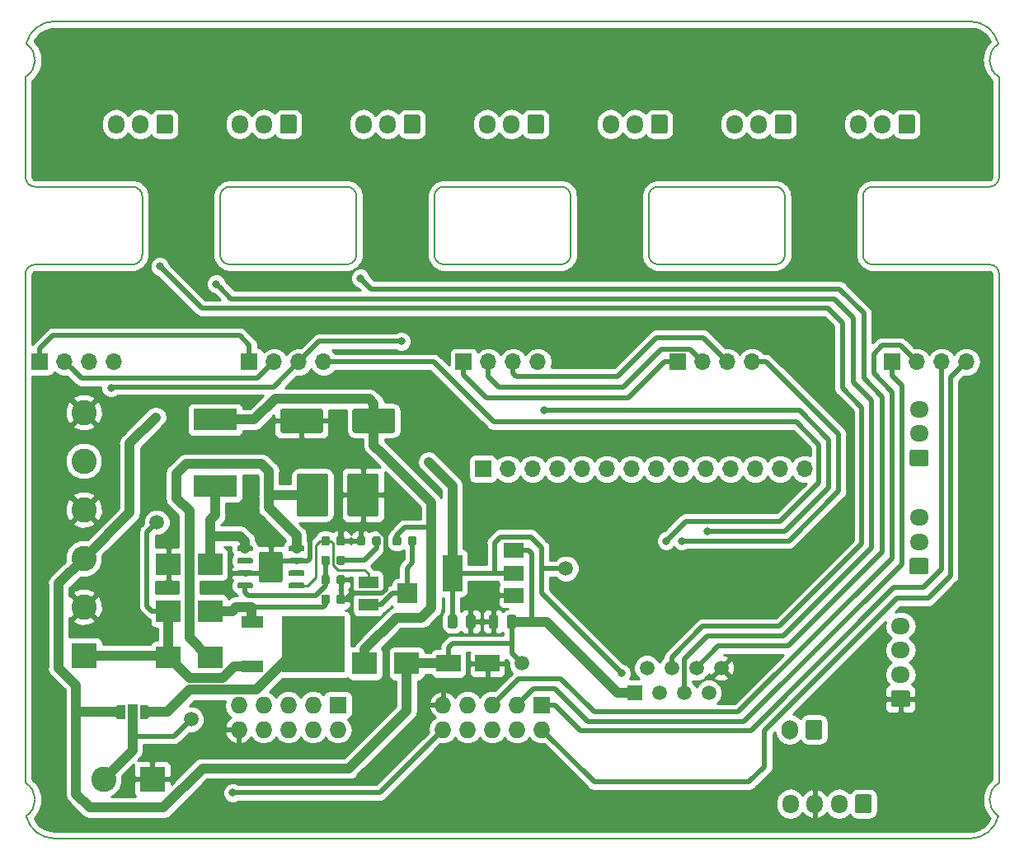
<source format=gtl>
G04 #@! TF.GenerationSoftware,KiCad,Pcbnew,5.0.2-bee76a0~70~ubuntu18.04.1*
G04 #@! TF.CreationDate,2019-02-11T12:00:49+01:00*
G04 #@! TF.ProjectId,3D_PrEBo,33445f50-7245-4426-9f2e-6b696361645f,rev?*
G04 #@! TF.SameCoordinates,Original*
G04 #@! TF.FileFunction,Copper,L1,Top*
G04 #@! TF.FilePolarity,Positive*
%FSLAX46Y46*%
G04 Gerber Fmt 4.6, Leading zero omitted, Abs format (unit mm)*
G04 Created by KiCad (PCBNEW 5.0.2-bee76a0~70~ubuntu18.04.1) date Po 11. února 2019, 12:00:49 CET*
%MOMM*%
%LPD*%
G01*
G04 APERTURE LIST*
G04 #@! TA.AperFunction,NonConductor*
%ADD10C,0.200000*%
G04 #@! TD*
G04 #@! TA.AperFunction,SMDPad,CuDef*
%ADD11R,4.500000X2.250000*%
G04 #@! TD*
G04 #@! TA.AperFunction,Conductor*
%ADD12C,0.150000*%
G04 #@! TD*
G04 #@! TA.AperFunction,SMDPad,CuDef*
%ADD13C,2.500000*%
G04 #@! TD*
G04 #@! TA.AperFunction,SMDPad,CuDef*
%ADD14C,3.200000*%
G04 #@! TD*
G04 #@! TA.AperFunction,SMDPad,CuDef*
%ADD15R,2.500000X1.800000*%
G04 #@! TD*
G04 #@! TA.AperFunction,ComponentPad*
%ADD16C,1.700000*%
G04 #@! TD*
G04 #@! TA.AperFunction,ComponentPad*
%ADD17O,1.700000X2.000000*%
G04 #@! TD*
G04 #@! TA.AperFunction,ComponentPad*
%ADD18O,1.700000X1.950000*%
G04 #@! TD*
G04 #@! TA.AperFunction,SMDPad,CuDef*
%ADD19C,0.875000*%
G04 #@! TD*
G04 #@! TA.AperFunction,SMDPad,CuDef*
%ADD20C,0.975000*%
G04 #@! TD*
G04 #@! TA.AperFunction,SMDPad,CuDef*
%ADD21R,2.500000X2.300000*%
G04 #@! TD*
G04 #@! TA.AperFunction,ComponentPad*
%ADD22R,2.600000X2.600000*%
G04 #@! TD*
G04 #@! TA.AperFunction,ComponentPad*
%ADD23C,2.600000*%
G04 #@! TD*
G04 #@! TA.AperFunction,ComponentPad*
%ADD24R,1.500000X1.500000*%
G04 #@! TD*
G04 #@! TA.AperFunction,ComponentPad*
%ADD25C,1.500000*%
G04 #@! TD*
G04 #@! TA.AperFunction,ComponentPad*
%ADD26R,1.700000X1.700000*%
G04 #@! TD*
G04 #@! TA.AperFunction,ComponentPad*
%ADD27O,1.700000X1.700000*%
G04 #@! TD*
G04 #@! TA.AperFunction,ComponentPad*
%ADD28O,1.727200X1.727200*%
G04 #@! TD*
G04 #@! TA.AperFunction,ComponentPad*
%ADD29R,1.727200X1.727200*%
G04 #@! TD*
G04 #@! TA.AperFunction,ComponentPad*
%ADD30O,1.950000X1.700000*%
G04 #@! TD*
G04 #@! TA.AperFunction,SMDPad,CuDef*
%ADD31R,1.000000X1.500000*%
G04 #@! TD*
G04 #@! TA.AperFunction,SMDPad,CuDef*
%ADD32C,0.500000*%
G04 #@! TD*
G04 #@! TA.AperFunction,SMDPad,CuDef*
%ADD33R,2.200000X1.200000*%
G04 #@! TD*
G04 #@! TA.AperFunction,SMDPad,CuDef*
%ADD34R,6.400000X5.800000*%
G04 #@! TD*
G04 #@! TA.AperFunction,SMDPad,CuDef*
%ADD35R,2.000000X1.300000*%
G04 #@! TD*
G04 #@! TA.AperFunction,SMDPad,CuDef*
%ADD36R,2.000000X2.000000*%
G04 #@! TD*
G04 #@! TA.AperFunction,SMDPad,CuDef*
%ADD37C,2.400000*%
G04 #@! TD*
G04 #@! TA.AperFunction,SMDPad,CuDef*
%ADD38C,0.600000*%
G04 #@! TD*
G04 #@! TA.AperFunction,SMDPad,CuDef*
%ADD39R,2.000000X3.800000*%
G04 #@! TD*
G04 #@! TA.AperFunction,SMDPad,CuDef*
%ADD40R,2.000000X1.500000*%
G04 #@! TD*
G04 #@! TA.AperFunction,ViaPad*
%ADD41C,0.800000*%
G04 #@! TD*
G04 #@! TA.AperFunction,Conductor*
%ADD42C,0.500000*%
G04 #@! TD*
G04 #@! TA.AperFunction,Conductor*
%ADD43C,1.000000*%
G04 #@! TD*
G04 #@! TA.AperFunction,Conductor*
%ADD44C,0.250000*%
G04 #@! TD*
G04 #@! TA.AperFunction,Conductor*
%ADD45C,0.254000*%
G04 #@! TD*
G04 APERTURE END LIST*
D10*
X164000000Y-82000000D02*
X164000000Y-76000000D01*
X142000000Y-76000000D02*
G75*
G02X143000000Y-75000000I1000000J0D01*
G01*
X111000000Y-83000000D02*
X101000000Y-83000000D01*
X121000000Y-83000000D02*
G75*
G02X120000000Y-82000000I0J1000000D01*
G01*
X100000000Y-63732051D02*
X100000000Y-74000000D01*
X100000000Y-84000000D02*
X100000000Y-136267949D01*
X199000000Y-83000000D02*
G75*
G02X200000000Y-84000000I0J-1000000D01*
G01*
X197000000Y-58000000D02*
G75*
G02X199920991Y-60316034I0J-3000000D01*
G01*
X134000000Y-76000000D02*
X134000000Y-82000000D01*
X200000000Y-84000000D02*
X200000000Y-136267949D01*
X100000000Y-136267949D02*
G75*
G02X100079009Y-139683966I-1000000J-1732051D01*
G01*
X156000000Y-82000000D02*
G75*
G02X155000000Y-83000000I-1000000J0D01*
G01*
X155000000Y-83000000D02*
X143000000Y-83000000D01*
X164000000Y-76000000D02*
G75*
G02X165000000Y-75000000I1000000J0D01*
G01*
X187000000Y-83000000D02*
G75*
G02X186000000Y-82000000I0J1000000D01*
G01*
X100000000Y-84000000D02*
G75*
G02X101000000Y-83000000I1000000J0D01*
G01*
X199920991Y-139683966D02*
G75*
G02X200000000Y-136267949I1079009J1683966D01*
G01*
X165000000Y-83000000D02*
G75*
G02X164000000Y-82000000I0J1000000D01*
G01*
X103000000Y-58000000D02*
X197000000Y-58000000D01*
X100079009Y-60316034D02*
G75*
G02X100000000Y-63732051I-1079009J-1683966D01*
G01*
X100079009Y-60316034D02*
G75*
G02X103000000Y-58000000I2920991J-683966D01*
G01*
X101000000Y-75000000D02*
X111000000Y-75000000D01*
X200000000Y-74000000D02*
G75*
G02X199000000Y-75000000I-1000000J0D01*
G01*
X112000000Y-76000000D02*
X112000000Y-82000000D01*
X186000000Y-76000000D02*
G75*
G02X187000000Y-75000000I1000000J0D01*
G01*
X133000000Y-83000000D02*
X121000000Y-83000000D01*
X112000000Y-82000000D02*
G75*
G02X111000000Y-83000000I-1000000J0D01*
G01*
X111000000Y-75000000D02*
G75*
G02X112000000Y-76000000I0J-1000000D01*
G01*
X133000000Y-75000000D02*
G75*
G02X134000000Y-76000000I0J-1000000D01*
G01*
X142000000Y-82000000D02*
X142000000Y-76000000D01*
X199000000Y-83000000D02*
X187000000Y-83000000D01*
X120000000Y-82000000D02*
X120000000Y-76000000D01*
X120000000Y-76000000D02*
G75*
G02X121000000Y-75000000I1000000J0D01*
G01*
X121000000Y-75000000D02*
X133000000Y-75000000D01*
X200000000Y-63732051D02*
G75*
G02X199920991Y-60316034I1000000J1732051D01*
G01*
X155000000Y-75000000D02*
G75*
G02X156000000Y-76000000I0J-1000000D01*
G01*
X143000000Y-83000000D02*
G75*
G02X142000000Y-82000000I0J1000000D01*
G01*
X156000000Y-76000000D02*
X156000000Y-82000000D01*
X178000000Y-76000000D02*
X178000000Y-82000000D01*
X103000000Y-142000000D02*
X197000000Y-142000000D01*
X101000000Y-75000000D02*
G75*
G02X100000000Y-74000000I0J1000000D01*
G01*
X134000000Y-82000000D02*
G75*
G02X133000000Y-83000000I-1000000J0D01*
G01*
X143000000Y-75000000D02*
X155000000Y-75000000D01*
X165000000Y-75000000D02*
X177000000Y-75000000D01*
X187000000Y-75000000D02*
X199000000Y-75000000D01*
X199920991Y-139683966D02*
G75*
G02X197000000Y-142000000I-2920991J683966D01*
G01*
X103000000Y-142000000D02*
G75*
G02X100079009Y-139683966I0J3000000D01*
G01*
X177000000Y-75000000D02*
G75*
G02X178000000Y-76000000I0J-1000000D01*
G01*
X178000000Y-82000000D02*
G75*
G02X177000000Y-83000000I-1000000J0D01*
G01*
X200000000Y-63732051D02*
X200000000Y-74000000D01*
X177000000Y-83000000D02*
X165000000Y-83000000D01*
X186000000Y-82000000D02*
X186000000Y-76000000D01*
D11*
G04 #@! TO.P,L1,1*
G04 #@! TO.N,Net-(D4-Pad1)*
X119500000Y-105750000D03*
G04 #@! TO.P,L1,2*
G04 #@! TO.N,Net-(C4-Pad1)*
X119500000Y-98950000D03*
G04 #@! TD*
D12*
G04 #@! TO.N,Net-(C4-Pad1)*
G04 #@! TO.C,C4*
G36*
X137754504Y-97811204D02*
X137778773Y-97814804D01*
X137802571Y-97820765D01*
X137825671Y-97829030D01*
X137847849Y-97839520D01*
X137868893Y-97852133D01*
X137888598Y-97866747D01*
X137906777Y-97883223D01*
X137923253Y-97901402D01*
X137937867Y-97921107D01*
X137950480Y-97942151D01*
X137960970Y-97964329D01*
X137969235Y-97987429D01*
X137975196Y-98011227D01*
X137978796Y-98035496D01*
X137980000Y-98060000D01*
X137980000Y-100060000D01*
X137978796Y-100084504D01*
X137975196Y-100108773D01*
X137969235Y-100132571D01*
X137960970Y-100155671D01*
X137950480Y-100177849D01*
X137937867Y-100198893D01*
X137923253Y-100218598D01*
X137906777Y-100236777D01*
X137888598Y-100253253D01*
X137868893Y-100267867D01*
X137847849Y-100280480D01*
X137825671Y-100290970D01*
X137802571Y-100299235D01*
X137778773Y-100305196D01*
X137754504Y-100308796D01*
X137730000Y-100310000D01*
X133830000Y-100310000D01*
X133805496Y-100308796D01*
X133781227Y-100305196D01*
X133757429Y-100299235D01*
X133734329Y-100290970D01*
X133712151Y-100280480D01*
X133691107Y-100267867D01*
X133671402Y-100253253D01*
X133653223Y-100236777D01*
X133636747Y-100218598D01*
X133622133Y-100198893D01*
X133609520Y-100177849D01*
X133599030Y-100155671D01*
X133590765Y-100132571D01*
X133584804Y-100108773D01*
X133581204Y-100084504D01*
X133580000Y-100060000D01*
X133580000Y-98060000D01*
X133581204Y-98035496D01*
X133584804Y-98011227D01*
X133590765Y-97987429D01*
X133599030Y-97964329D01*
X133609520Y-97942151D01*
X133622133Y-97921107D01*
X133636747Y-97901402D01*
X133653223Y-97883223D01*
X133671402Y-97866747D01*
X133691107Y-97852133D01*
X133712151Y-97839520D01*
X133734329Y-97829030D01*
X133757429Y-97820765D01*
X133781227Y-97814804D01*
X133805496Y-97811204D01*
X133830000Y-97810000D01*
X137730000Y-97810000D01*
X137754504Y-97811204D01*
X137754504Y-97811204D01*
G37*
D13*
G04 #@! TD*
G04 #@! TO.P,C4,1*
G04 #@! TO.N,Net-(C4-Pad1)*
X135780000Y-99060000D03*
D12*
G04 #@! TO.N,GND*
G04 #@! TO.C,C4*
G36*
X130354504Y-97811204D02*
X130378773Y-97814804D01*
X130402571Y-97820765D01*
X130425671Y-97829030D01*
X130447849Y-97839520D01*
X130468893Y-97852133D01*
X130488598Y-97866747D01*
X130506777Y-97883223D01*
X130523253Y-97901402D01*
X130537867Y-97921107D01*
X130550480Y-97942151D01*
X130560970Y-97964329D01*
X130569235Y-97987429D01*
X130575196Y-98011227D01*
X130578796Y-98035496D01*
X130580000Y-98060000D01*
X130580000Y-100060000D01*
X130578796Y-100084504D01*
X130575196Y-100108773D01*
X130569235Y-100132571D01*
X130560970Y-100155671D01*
X130550480Y-100177849D01*
X130537867Y-100198893D01*
X130523253Y-100218598D01*
X130506777Y-100236777D01*
X130488598Y-100253253D01*
X130468893Y-100267867D01*
X130447849Y-100280480D01*
X130425671Y-100290970D01*
X130402571Y-100299235D01*
X130378773Y-100305196D01*
X130354504Y-100308796D01*
X130330000Y-100310000D01*
X126430000Y-100310000D01*
X126405496Y-100308796D01*
X126381227Y-100305196D01*
X126357429Y-100299235D01*
X126334329Y-100290970D01*
X126312151Y-100280480D01*
X126291107Y-100267867D01*
X126271402Y-100253253D01*
X126253223Y-100236777D01*
X126236747Y-100218598D01*
X126222133Y-100198893D01*
X126209520Y-100177849D01*
X126199030Y-100155671D01*
X126190765Y-100132571D01*
X126184804Y-100108773D01*
X126181204Y-100084504D01*
X126180000Y-100060000D01*
X126180000Y-98060000D01*
X126181204Y-98035496D01*
X126184804Y-98011227D01*
X126190765Y-97987429D01*
X126199030Y-97964329D01*
X126209520Y-97942151D01*
X126222133Y-97921107D01*
X126236747Y-97901402D01*
X126253223Y-97883223D01*
X126271402Y-97866747D01*
X126291107Y-97852133D01*
X126312151Y-97839520D01*
X126334329Y-97829030D01*
X126357429Y-97820765D01*
X126381227Y-97814804D01*
X126405496Y-97811204D01*
X126430000Y-97810000D01*
X130330000Y-97810000D01*
X130354504Y-97811204D01*
X130354504Y-97811204D01*
G37*
D13*
G04 #@! TD*
G04 #@! TO.P,C4,2*
G04 #@! TO.N,GND*
X128380000Y-99060000D03*
D12*
G04 #@! TO.N,Net-(C2-Pad1)*
G04 #@! TO.C,C2*
G36*
X130854504Y-104456204D02*
X130878773Y-104459804D01*
X130902571Y-104465765D01*
X130925671Y-104474030D01*
X130947849Y-104484520D01*
X130968893Y-104497133D01*
X130988598Y-104511747D01*
X131006777Y-104528223D01*
X131023253Y-104546402D01*
X131037867Y-104566107D01*
X131050480Y-104587151D01*
X131060970Y-104609329D01*
X131069235Y-104632429D01*
X131075196Y-104656227D01*
X131078796Y-104680496D01*
X131080000Y-104705000D01*
X131080000Y-108655000D01*
X131078796Y-108679504D01*
X131075196Y-108703773D01*
X131069235Y-108727571D01*
X131060970Y-108750671D01*
X131050480Y-108772849D01*
X131037867Y-108793893D01*
X131023253Y-108813598D01*
X131006777Y-108831777D01*
X130988598Y-108848253D01*
X130968893Y-108862867D01*
X130947849Y-108875480D01*
X130925671Y-108885970D01*
X130902571Y-108894235D01*
X130878773Y-108900196D01*
X130854504Y-108903796D01*
X130830000Y-108905000D01*
X128130000Y-108905000D01*
X128105496Y-108903796D01*
X128081227Y-108900196D01*
X128057429Y-108894235D01*
X128034329Y-108885970D01*
X128012151Y-108875480D01*
X127991107Y-108862867D01*
X127971402Y-108848253D01*
X127953223Y-108831777D01*
X127936747Y-108813598D01*
X127922133Y-108793893D01*
X127909520Y-108772849D01*
X127899030Y-108750671D01*
X127890765Y-108727571D01*
X127884804Y-108703773D01*
X127881204Y-108679504D01*
X127880000Y-108655000D01*
X127880000Y-104705000D01*
X127881204Y-104680496D01*
X127884804Y-104656227D01*
X127890765Y-104632429D01*
X127899030Y-104609329D01*
X127909520Y-104587151D01*
X127922133Y-104566107D01*
X127936747Y-104546402D01*
X127953223Y-104528223D01*
X127971402Y-104511747D01*
X127991107Y-104497133D01*
X128012151Y-104484520D01*
X128034329Y-104474030D01*
X128057429Y-104465765D01*
X128081227Y-104459804D01*
X128105496Y-104456204D01*
X128130000Y-104455000D01*
X130830000Y-104455000D01*
X130854504Y-104456204D01*
X130854504Y-104456204D01*
G37*
D14*
G04 #@! TD*
G04 #@! TO.P,C2,1*
G04 #@! TO.N,Net-(C2-Pad1)*
X129480000Y-106680000D03*
D12*
G04 #@! TO.N,GND*
G04 #@! TO.C,C2*
G36*
X136054504Y-104456204D02*
X136078773Y-104459804D01*
X136102571Y-104465765D01*
X136125671Y-104474030D01*
X136147849Y-104484520D01*
X136168893Y-104497133D01*
X136188598Y-104511747D01*
X136206777Y-104528223D01*
X136223253Y-104546402D01*
X136237867Y-104566107D01*
X136250480Y-104587151D01*
X136260970Y-104609329D01*
X136269235Y-104632429D01*
X136275196Y-104656227D01*
X136278796Y-104680496D01*
X136280000Y-104705000D01*
X136280000Y-108655000D01*
X136278796Y-108679504D01*
X136275196Y-108703773D01*
X136269235Y-108727571D01*
X136260970Y-108750671D01*
X136250480Y-108772849D01*
X136237867Y-108793893D01*
X136223253Y-108813598D01*
X136206777Y-108831777D01*
X136188598Y-108848253D01*
X136168893Y-108862867D01*
X136147849Y-108875480D01*
X136125671Y-108885970D01*
X136102571Y-108894235D01*
X136078773Y-108900196D01*
X136054504Y-108903796D01*
X136030000Y-108905000D01*
X133330000Y-108905000D01*
X133305496Y-108903796D01*
X133281227Y-108900196D01*
X133257429Y-108894235D01*
X133234329Y-108885970D01*
X133212151Y-108875480D01*
X133191107Y-108862867D01*
X133171402Y-108848253D01*
X133153223Y-108831777D01*
X133136747Y-108813598D01*
X133122133Y-108793893D01*
X133109520Y-108772849D01*
X133099030Y-108750671D01*
X133090765Y-108727571D01*
X133084804Y-108703773D01*
X133081204Y-108679504D01*
X133080000Y-108655000D01*
X133080000Y-104705000D01*
X133081204Y-104680496D01*
X133084804Y-104656227D01*
X133090765Y-104632429D01*
X133099030Y-104609329D01*
X133109520Y-104587151D01*
X133122133Y-104566107D01*
X133136747Y-104546402D01*
X133153223Y-104528223D01*
X133171402Y-104511747D01*
X133191107Y-104497133D01*
X133212151Y-104484520D01*
X133234329Y-104474030D01*
X133257429Y-104465765D01*
X133281227Y-104459804D01*
X133305496Y-104456204D01*
X133330000Y-104455000D01*
X136030000Y-104455000D01*
X136054504Y-104456204D01*
X136054504Y-104456204D01*
G37*
D14*
G04 #@! TD*
G04 #@! TO.P,C2,2*
G04 #@! TO.N,GND*
X134680000Y-106680000D03*
D15*
G04 #@! TO.P,D5,1*
G04 #@! TO.N,GND*
X147450000Y-124000000D03*
G04 #@! TO.P,D5,2*
G04 #@! TO.N,+12V*
X143450000Y-124000000D03*
G04 #@! TD*
D12*
G04 #@! TO.N,LED_PWR*
G04 #@! TO.C,J1*
G36*
X181599504Y-129811204D02*
X181623773Y-129814804D01*
X181647571Y-129820765D01*
X181670671Y-129829030D01*
X181692849Y-129839520D01*
X181713893Y-129852133D01*
X181733598Y-129866747D01*
X181751777Y-129883223D01*
X181768253Y-129901402D01*
X181782867Y-129921107D01*
X181795480Y-129942151D01*
X181805970Y-129964329D01*
X181814235Y-129987429D01*
X181820196Y-130011227D01*
X181823796Y-130035496D01*
X181825000Y-130060000D01*
X181825000Y-131560000D01*
X181823796Y-131584504D01*
X181820196Y-131608773D01*
X181814235Y-131632571D01*
X181805970Y-131655671D01*
X181795480Y-131677849D01*
X181782867Y-131698893D01*
X181768253Y-131718598D01*
X181751777Y-131736777D01*
X181733598Y-131753253D01*
X181713893Y-131767867D01*
X181692849Y-131780480D01*
X181670671Y-131790970D01*
X181647571Y-131799235D01*
X181623773Y-131805196D01*
X181599504Y-131808796D01*
X181575000Y-131810000D01*
X180375000Y-131810000D01*
X180350496Y-131808796D01*
X180326227Y-131805196D01*
X180302429Y-131799235D01*
X180279329Y-131790970D01*
X180257151Y-131780480D01*
X180236107Y-131767867D01*
X180216402Y-131753253D01*
X180198223Y-131736777D01*
X180181747Y-131718598D01*
X180167133Y-131698893D01*
X180154520Y-131677849D01*
X180144030Y-131655671D01*
X180135765Y-131632571D01*
X180129804Y-131608773D01*
X180126204Y-131584504D01*
X180125000Y-131560000D01*
X180125000Y-130060000D01*
X180126204Y-130035496D01*
X180129804Y-130011227D01*
X180135765Y-129987429D01*
X180144030Y-129964329D01*
X180154520Y-129942151D01*
X180167133Y-129921107D01*
X180181747Y-129901402D01*
X180198223Y-129883223D01*
X180216402Y-129866747D01*
X180236107Y-129852133D01*
X180257151Y-129839520D01*
X180279329Y-129829030D01*
X180302429Y-129820765D01*
X180326227Y-129814804D01*
X180350496Y-129811204D01*
X180375000Y-129810000D01*
X181575000Y-129810000D01*
X181599504Y-129811204D01*
X181599504Y-129811204D01*
G37*
D16*
G04 #@! TD*
G04 #@! TO.P,J1,1*
G04 #@! TO.N,LED_PWR*
X180975000Y-130810000D03*
D17*
G04 #@! TO.P,J1,2*
G04 #@! TO.N,LED_VCC*
X178475000Y-130810000D03*
G04 #@! TD*
D12*
G04 #@! TO.N,Net-(J12-Pad1)*
G04 #@! TO.C,J12*
G36*
X186679504Y-137456204D02*
X186703773Y-137459804D01*
X186727571Y-137465765D01*
X186750671Y-137474030D01*
X186772849Y-137484520D01*
X186793893Y-137497133D01*
X186813598Y-137511747D01*
X186831777Y-137528223D01*
X186848253Y-137546402D01*
X186862867Y-137566107D01*
X186875480Y-137587151D01*
X186885970Y-137609329D01*
X186894235Y-137632429D01*
X186900196Y-137656227D01*
X186903796Y-137680496D01*
X186905000Y-137705000D01*
X186905000Y-139155000D01*
X186903796Y-139179504D01*
X186900196Y-139203773D01*
X186894235Y-139227571D01*
X186885970Y-139250671D01*
X186875480Y-139272849D01*
X186862867Y-139293893D01*
X186848253Y-139313598D01*
X186831777Y-139331777D01*
X186813598Y-139348253D01*
X186793893Y-139362867D01*
X186772849Y-139375480D01*
X186750671Y-139385970D01*
X186727571Y-139394235D01*
X186703773Y-139400196D01*
X186679504Y-139403796D01*
X186655000Y-139405000D01*
X185455000Y-139405000D01*
X185430496Y-139403796D01*
X185406227Y-139400196D01*
X185382429Y-139394235D01*
X185359329Y-139385970D01*
X185337151Y-139375480D01*
X185316107Y-139362867D01*
X185296402Y-139348253D01*
X185278223Y-139331777D01*
X185261747Y-139313598D01*
X185247133Y-139293893D01*
X185234520Y-139272849D01*
X185224030Y-139250671D01*
X185215765Y-139227571D01*
X185209804Y-139203773D01*
X185206204Y-139179504D01*
X185205000Y-139155000D01*
X185205000Y-137705000D01*
X185206204Y-137680496D01*
X185209804Y-137656227D01*
X185215765Y-137632429D01*
X185224030Y-137609329D01*
X185234520Y-137587151D01*
X185247133Y-137566107D01*
X185261747Y-137546402D01*
X185278223Y-137528223D01*
X185296402Y-137511747D01*
X185316107Y-137497133D01*
X185337151Y-137484520D01*
X185359329Y-137474030D01*
X185382429Y-137465765D01*
X185406227Y-137459804D01*
X185430496Y-137456204D01*
X185455000Y-137455000D01*
X186655000Y-137455000D01*
X186679504Y-137456204D01*
X186679504Y-137456204D01*
G37*
D16*
G04 #@! TD*
G04 #@! TO.P,J12,1*
G04 #@! TO.N,Net-(J12-Pad1)*
X186055000Y-138430000D03*
D18*
G04 #@! TO.P,J12,2*
G04 #@! TO.N,Net-(J12-Pad2)*
X183555000Y-138430000D03*
G04 #@! TO.P,J12,3*
G04 #@! TO.N,GND*
X181055000Y-138430000D03*
G04 #@! TO.P,J12,4*
G04 #@! TO.N,V_IN*
X178555000Y-138430000D03*
G04 #@! TD*
D12*
G04 #@! TO.N,Net-(C1-Pad2)*
G04 #@! TO.C,C1*
G36*
X132627691Y-112926053D02*
X132648926Y-112929203D01*
X132669750Y-112934419D01*
X132689962Y-112941651D01*
X132709368Y-112950830D01*
X132727781Y-112961866D01*
X132745024Y-112974654D01*
X132760930Y-112989070D01*
X132775346Y-113004976D01*
X132788134Y-113022219D01*
X132799170Y-113040632D01*
X132808349Y-113060038D01*
X132815581Y-113080250D01*
X132820797Y-113101074D01*
X132823947Y-113122309D01*
X132825000Y-113143750D01*
X132825000Y-113656250D01*
X132823947Y-113677691D01*
X132820797Y-113698926D01*
X132815581Y-113719750D01*
X132808349Y-113739962D01*
X132799170Y-113759368D01*
X132788134Y-113777781D01*
X132775346Y-113795024D01*
X132760930Y-113810930D01*
X132745024Y-113825346D01*
X132727781Y-113838134D01*
X132709368Y-113849170D01*
X132689962Y-113858349D01*
X132669750Y-113865581D01*
X132648926Y-113870797D01*
X132627691Y-113873947D01*
X132606250Y-113875000D01*
X132168750Y-113875000D01*
X132147309Y-113873947D01*
X132126074Y-113870797D01*
X132105250Y-113865581D01*
X132085038Y-113858349D01*
X132065632Y-113849170D01*
X132047219Y-113838134D01*
X132029976Y-113825346D01*
X132014070Y-113810930D01*
X131999654Y-113795024D01*
X131986866Y-113777781D01*
X131975830Y-113759368D01*
X131966651Y-113739962D01*
X131959419Y-113719750D01*
X131954203Y-113698926D01*
X131951053Y-113677691D01*
X131950000Y-113656250D01*
X131950000Y-113143750D01*
X131951053Y-113122309D01*
X131954203Y-113101074D01*
X131959419Y-113080250D01*
X131966651Y-113060038D01*
X131975830Y-113040632D01*
X131986866Y-113022219D01*
X131999654Y-113004976D01*
X132014070Y-112989070D01*
X132029976Y-112974654D01*
X132047219Y-112961866D01*
X132065632Y-112950830D01*
X132085038Y-112941651D01*
X132105250Y-112934419D01*
X132126074Y-112929203D01*
X132147309Y-112926053D01*
X132168750Y-112925000D01*
X132606250Y-112925000D01*
X132627691Y-112926053D01*
X132627691Y-112926053D01*
G37*
D19*
G04 #@! TD*
G04 #@! TO.P,C1,2*
G04 #@! TO.N,Net-(C1-Pad2)*
X132387500Y-113400000D03*
D12*
G04 #@! TO.N,Net-(C1-Pad1)*
G04 #@! TO.C,C1*
G36*
X131052691Y-112926053D02*
X131073926Y-112929203D01*
X131094750Y-112934419D01*
X131114962Y-112941651D01*
X131134368Y-112950830D01*
X131152781Y-112961866D01*
X131170024Y-112974654D01*
X131185930Y-112989070D01*
X131200346Y-113004976D01*
X131213134Y-113022219D01*
X131224170Y-113040632D01*
X131233349Y-113060038D01*
X131240581Y-113080250D01*
X131245797Y-113101074D01*
X131248947Y-113122309D01*
X131250000Y-113143750D01*
X131250000Y-113656250D01*
X131248947Y-113677691D01*
X131245797Y-113698926D01*
X131240581Y-113719750D01*
X131233349Y-113739962D01*
X131224170Y-113759368D01*
X131213134Y-113777781D01*
X131200346Y-113795024D01*
X131185930Y-113810930D01*
X131170024Y-113825346D01*
X131152781Y-113838134D01*
X131134368Y-113849170D01*
X131114962Y-113858349D01*
X131094750Y-113865581D01*
X131073926Y-113870797D01*
X131052691Y-113873947D01*
X131031250Y-113875000D01*
X130593750Y-113875000D01*
X130572309Y-113873947D01*
X130551074Y-113870797D01*
X130530250Y-113865581D01*
X130510038Y-113858349D01*
X130490632Y-113849170D01*
X130472219Y-113838134D01*
X130454976Y-113825346D01*
X130439070Y-113810930D01*
X130424654Y-113795024D01*
X130411866Y-113777781D01*
X130400830Y-113759368D01*
X130391651Y-113739962D01*
X130384419Y-113719750D01*
X130379203Y-113698926D01*
X130376053Y-113677691D01*
X130375000Y-113656250D01*
X130375000Y-113143750D01*
X130376053Y-113122309D01*
X130379203Y-113101074D01*
X130384419Y-113080250D01*
X130391651Y-113060038D01*
X130400830Y-113040632D01*
X130411866Y-113022219D01*
X130424654Y-113004976D01*
X130439070Y-112989070D01*
X130454976Y-112974654D01*
X130472219Y-112961866D01*
X130490632Y-112950830D01*
X130510038Y-112941651D01*
X130530250Y-112934419D01*
X130551074Y-112929203D01*
X130572309Y-112926053D01*
X130593750Y-112925000D01*
X131031250Y-112925000D01*
X131052691Y-112926053D01*
X131052691Y-112926053D01*
G37*
D19*
G04 #@! TD*
G04 #@! TO.P,C1,1*
G04 #@! TO.N,Net-(C1-Pad1)*
X130812500Y-113400000D03*
D12*
G04 #@! TO.N,Net-(C1-Pad1)*
G04 #@! TO.C,C3*
G36*
X131052691Y-114926053D02*
X131073926Y-114929203D01*
X131094750Y-114934419D01*
X131114962Y-114941651D01*
X131134368Y-114950830D01*
X131152781Y-114961866D01*
X131170024Y-114974654D01*
X131185930Y-114989070D01*
X131200346Y-115004976D01*
X131213134Y-115022219D01*
X131224170Y-115040632D01*
X131233349Y-115060038D01*
X131240581Y-115080250D01*
X131245797Y-115101074D01*
X131248947Y-115122309D01*
X131250000Y-115143750D01*
X131250000Y-115656250D01*
X131248947Y-115677691D01*
X131245797Y-115698926D01*
X131240581Y-115719750D01*
X131233349Y-115739962D01*
X131224170Y-115759368D01*
X131213134Y-115777781D01*
X131200346Y-115795024D01*
X131185930Y-115810930D01*
X131170024Y-115825346D01*
X131152781Y-115838134D01*
X131134368Y-115849170D01*
X131114962Y-115858349D01*
X131094750Y-115865581D01*
X131073926Y-115870797D01*
X131052691Y-115873947D01*
X131031250Y-115875000D01*
X130593750Y-115875000D01*
X130572309Y-115873947D01*
X130551074Y-115870797D01*
X130530250Y-115865581D01*
X130510038Y-115858349D01*
X130490632Y-115849170D01*
X130472219Y-115838134D01*
X130454976Y-115825346D01*
X130439070Y-115810930D01*
X130424654Y-115795024D01*
X130411866Y-115777781D01*
X130400830Y-115759368D01*
X130391651Y-115739962D01*
X130384419Y-115719750D01*
X130379203Y-115698926D01*
X130376053Y-115677691D01*
X130375000Y-115656250D01*
X130375000Y-115143750D01*
X130376053Y-115122309D01*
X130379203Y-115101074D01*
X130384419Y-115080250D01*
X130391651Y-115060038D01*
X130400830Y-115040632D01*
X130411866Y-115022219D01*
X130424654Y-115004976D01*
X130439070Y-114989070D01*
X130454976Y-114974654D01*
X130472219Y-114961866D01*
X130490632Y-114950830D01*
X130510038Y-114941651D01*
X130530250Y-114934419D01*
X130551074Y-114929203D01*
X130572309Y-114926053D01*
X130593750Y-114925000D01*
X131031250Y-114925000D01*
X131052691Y-114926053D01*
X131052691Y-114926053D01*
G37*
D19*
G04 #@! TD*
G04 #@! TO.P,C3,1*
G04 #@! TO.N,Net-(C1-Pad1)*
X130812500Y-115400000D03*
D12*
G04 #@! TO.N,GND*
G04 #@! TO.C,C3*
G36*
X132627691Y-114926053D02*
X132648926Y-114929203D01*
X132669750Y-114934419D01*
X132689962Y-114941651D01*
X132709368Y-114950830D01*
X132727781Y-114961866D01*
X132745024Y-114974654D01*
X132760930Y-114989070D01*
X132775346Y-115004976D01*
X132788134Y-115022219D01*
X132799170Y-115040632D01*
X132808349Y-115060038D01*
X132815581Y-115080250D01*
X132820797Y-115101074D01*
X132823947Y-115122309D01*
X132825000Y-115143750D01*
X132825000Y-115656250D01*
X132823947Y-115677691D01*
X132820797Y-115698926D01*
X132815581Y-115719750D01*
X132808349Y-115739962D01*
X132799170Y-115759368D01*
X132788134Y-115777781D01*
X132775346Y-115795024D01*
X132760930Y-115810930D01*
X132745024Y-115825346D01*
X132727781Y-115838134D01*
X132709368Y-115849170D01*
X132689962Y-115858349D01*
X132669750Y-115865581D01*
X132648926Y-115870797D01*
X132627691Y-115873947D01*
X132606250Y-115875000D01*
X132168750Y-115875000D01*
X132147309Y-115873947D01*
X132126074Y-115870797D01*
X132105250Y-115865581D01*
X132085038Y-115858349D01*
X132065632Y-115849170D01*
X132047219Y-115838134D01*
X132029976Y-115825346D01*
X132014070Y-115810930D01*
X131999654Y-115795024D01*
X131986866Y-115777781D01*
X131975830Y-115759368D01*
X131966651Y-115739962D01*
X131959419Y-115719750D01*
X131954203Y-115698926D01*
X131951053Y-115677691D01*
X131950000Y-115656250D01*
X131950000Y-115143750D01*
X131951053Y-115122309D01*
X131954203Y-115101074D01*
X131959419Y-115080250D01*
X131966651Y-115060038D01*
X131975830Y-115040632D01*
X131986866Y-115022219D01*
X131999654Y-115004976D01*
X132014070Y-114989070D01*
X132029976Y-114974654D01*
X132047219Y-114961866D01*
X132065632Y-114950830D01*
X132085038Y-114941651D01*
X132105250Y-114934419D01*
X132126074Y-114929203D01*
X132147309Y-114926053D01*
X132168750Y-114925000D01*
X132606250Y-114925000D01*
X132627691Y-114926053D01*
X132627691Y-114926053D01*
G37*
D19*
G04 #@! TD*
G04 #@! TO.P,C3,2*
G04 #@! TO.N,GND*
X132387500Y-115400000D03*
D12*
G04 #@! TO.N,GND*
G04 #@! TO.C,C5*
G36*
X148330142Y-119001174D02*
X148353803Y-119004684D01*
X148377007Y-119010496D01*
X148399529Y-119018554D01*
X148421153Y-119028782D01*
X148441670Y-119041079D01*
X148460883Y-119055329D01*
X148478607Y-119071393D01*
X148494671Y-119089117D01*
X148508921Y-119108330D01*
X148521218Y-119128847D01*
X148531446Y-119150471D01*
X148539504Y-119172993D01*
X148545316Y-119196197D01*
X148548826Y-119219858D01*
X148550000Y-119243750D01*
X148550000Y-120156250D01*
X148548826Y-120180142D01*
X148545316Y-120203803D01*
X148539504Y-120227007D01*
X148531446Y-120249529D01*
X148521218Y-120271153D01*
X148508921Y-120291670D01*
X148494671Y-120310883D01*
X148478607Y-120328607D01*
X148460883Y-120344671D01*
X148441670Y-120358921D01*
X148421153Y-120371218D01*
X148399529Y-120381446D01*
X148377007Y-120389504D01*
X148353803Y-120395316D01*
X148330142Y-120398826D01*
X148306250Y-120400000D01*
X147818750Y-120400000D01*
X147794858Y-120398826D01*
X147771197Y-120395316D01*
X147747993Y-120389504D01*
X147725471Y-120381446D01*
X147703847Y-120371218D01*
X147683330Y-120358921D01*
X147664117Y-120344671D01*
X147646393Y-120328607D01*
X147630329Y-120310883D01*
X147616079Y-120291670D01*
X147603782Y-120271153D01*
X147593554Y-120249529D01*
X147585496Y-120227007D01*
X147579684Y-120203803D01*
X147576174Y-120180142D01*
X147575000Y-120156250D01*
X147575000Y-119243750D01*
X147576174Y-119219858D01*
X147579684Y-119196197D01*
X147585496Y-119172993D01*
X147593554Y-119150471D01*
X147603782Y-119128847D01*
X147616079Y-119108330D01*
X147630329Y-119089117D01*
X147646393Y-119071393D01*
X147664117Y-119055329D01*
X147683330Y-119041079D01*
X147703847Y-119028782D01*
X147725471Y-119018554D01*
X147747993Y-119010496D01*
X147771197Y-119004684D01*
X147794858Y-119001174D01*
X147818750Y-119000000D01*
X148306250Y-119000000D01*
X148330142Y-119001174D01*
X148330142Y-119001174D01*
G37*
D20*
G04 #@! TD*
G04 #@! TO.P,C5,2*
G04 #@! TO.N,GND*
X148062500Y-119700000D03*
D12*
G04 #@! TO.N,+12V*
G04 #@! TO.C,C5*
G36*
X150205142Y-119001174D02*
X150228803Y-119004684D01*
X150252007Y-119010496D01*
X150274529Y-119018554D01*
X150296153Y-119028782D01*
X150316670Y-119041079D01*
X150335883Y-119055329D01*
X150353607Y-119071393D01*
X150369671Y-119089117D01*
X150383921Y-119108330D01*
X150396218Y-119128847D01*
X150406446Y-119150471D01*
X150414504Y-119172993D01*
X150420316Y-119196197D01*
X150423826Y-119219858D01*
X150425000Y-119243750D01*
X150425000Y-120156250D01*
X150423826Y-120180142D01*
X150420316Y-120203803D01*
X150414504Y-120227007D01*
X150406446Y-120249529D01*
X150396218Y-120271153D01*
X150383921Y-120291670D01*
X150369671Y-120310883D01*
X150353607Y-120328607D01*
X150335883Y-120344671D01*
X150316670Y-120358921D01*
X150296153Y-120371218D01*
X150274529Y-120381446D01*
X150252007Y-120389504D01*
X150228803Y-120395316D01*
X150205142Y-120398826D01*
X150181250Y-120400000D01*
X149693750Y-120400000D01*
X149669858Y-120398826D01*
X149646197Y-120395316D01*
X149622993Y-120389504D01*
X149600471Y-120381446D01*
X149578847Y-120371218D01*
X149558330Y-120358921D01*
X149539117Y-120344671D01*
X149521393Y-120328607D01*
X149505329Y-120310883D01*
X149491079Y-120291670D01*
X149478782Y-120271153D01*
X149468554Y-120249529D01*
X149460496Y-120227007D01*
X149454684Y-120203803D01*
X149451174Y-120180142D01*
X149450000Y-120156250D01*
X149450000Y-119243750D01*
X149451174Y-119219858D01*
X149454684Y-119196197D01*
X149460496Y-119172993D01*
X149468554Y-119150471D01*
X149478782Y-119128847D01*
X149491079Y-119108330D01*
X149505329Y-119089117D01*
X149521393Y-119071393D01*
X149539117Y-119055329D01*
X149558330Y-119041079D01*
X149578847Y-119028782D01*
X149600471Y-119018554D01*
X149622993Y-119010496D01*
X149646197Y-119004684D01*
X149669858Y-119001174D01*
X149693750Y-119000000D01*
X150181250Y-119000000D01*
X150205142Y-119001174D01*
X150205142Y-119001174D01*
G37*
D20*
G04 #@! TD*
G04 #@! TO.P,C5,1*
G04 #@! TO.N,+12V*
X149937500Y-119700000D03*
D12*
G04 #@! TO.N,+5V*
G04 #@! TO.C,C6*
G36*
X144130142Y-119001174D02*
X144153803Y-119004684D01*
X144177007Y-119010496D01*
X144199529Y-119018554D01*
X144221153Y-119028782D01*
X144241670Y-119041079D01*
X144260883Y-119055329D01*
X144278607Y-119071393D01*
X144294671Y-119089117D01*
X144308921Y-119108330D01*
X144321218Y-119128847D01*
X144331446Y-119150471D01*
X144339504Y-119172993D01*
X144345316Y-119196197D01*
X144348826Y-119219858D01*
X144350000Y-119243750D01*
X144350000Y-120156250D01*
X144348826Y-120180142D01*
X144345316Y-120203803D01*
X144339504Y-120227007D01*
X144331446Y-120249529D01*
X144321218Y-120271153D01*
X144308921Y-120291670D01*
X144294671Y-120310883D01*
X144278607Y-120328607D01*
X144260883Y-120344671D01*
X144241670Y-120358921D01*
X144221153Y-120371218D01*
X144199529Y-120381446D01*
X144177007Y-120389504D01*
X144153803Y-120395316D01*
X144130142Y-120398826D01*
X144106250Y-120400000D01*
X143618750Y-120400000D01*
X143594858Y-120398826D01*
X143571197Y-120395316D01*
X143547993Y-120389504D01*
X143525471Y-120381446D01*
X143503847Y-120371218D01*
X143483330Y-120358921D01*
X143464117Y-120344671D01*
X143446393Y-120328607D01*
X143430329Y-120310883D01*
X143416079Y-120291670D01*
X143403782Y-120271153D01*
X143393554Y-120249529D01*
X143385496Y-120227007D01*
X143379684Y-120203803D01*
X143376174Y-120180142D01*
X143375000Y-120156250D01*
X143375000Y-119243750D01*
X143376174Y-119219858D01*
X143379684Y-119196197D01*
X143385496Y-119172993D01*
X143393554Y-119150471D01*
X143403782Y-119128847D01*
X143416079Y-119108330D01*
X143430329Y-119089117D01*
X143446393Y-119071393D01*
X143464117Y-119055329D01*
X143483330Y-119041079D01*
X143503847Y-119028782D01*
X143525471Y-119018554D01*
X143547993Y-119010496D01*
X143571197Y-119004684D01*
X143594858Y-119001174D01*
X143618750Y-119000000D01*
X144106250Y-119000000D01*
X144130142Y-119001174D01*
X144130142Y-119001174D01*
G37*
D20*
G04 #@! TD*
G04 #@! TO.P,C6,1*
G04 #@! TO.N,+5V*
X143862500Y-119700000D03*
D12*
G04 #@! TO.N,GND*
G04 #@! TO.C,C6*
G36*
X146005142Y-119001174D02*
X146028803Y-119004684D01*
X146052007Y-119010496D01*
X146074529Y-119018554D01*
X146096153Y-119028782D01*
X146116670Y-119041079D01*
X146135883Y-119055329D01*
X146153607Y-119071393D01*
X146169671Y-119089117D01*
X146183921Y-119108330D01*
X146196218Y-119128847D01*
X146206446Y-119150471D01*
X146214504Y-119172993D01*
X146220316Y-119196197D01*
X146223826Y-119219858D01*
X146225000Y-119243750D01*
X146225000Y-120156250D01*
X146223826Y-120180142D01*
X146220316Y-120203803D01*
X146214504Y-120227007D01*
X146206446Y-120249529D01*
X146196218Y-120271153D01*
X146183921Y-120291670D01*
X146169671Y-120310883D01*
X146153607Y-120328607D01*
X146135883Y-120344671D01*
X146116670Y-120358921D01*
X146096153Y-120371218D01*
X146074529Y-120381446D01*
X146052007Y-120389504D01*
X146028803Y-120395316D01*
X146005142Y-120398826D01*
X145981250Y-120400000D01*
X145493750Y-120400000D01*
X145469858Y-120398826D01*
X145446197Y-120395316D01*
X145422993Y-120389504D01*
X145400471Y-120381446D01*
X145378847Y-120371218D01*
X145358330Y-120358921D01*
X145339117Y-120344671D01*
X145321393Y-120328607D01*
X145305329Y-120310883D01*
X145291079Y-120291670D01*
X145278782Y-120271153D01*
X145268554Y-120249529D01*
X145260496Y-120227007D01*
X145254684Y-120203803D01*
X145251174Y-120180142D01*
X145250000Y-120156250D01*
X145250000Y-119243750D01*
X145251174Y-119219858D01*
X145254684Y-119196197D01*
X145260496Y-119172993D01*
X145268554Y-119150471D01*
X145278782Y-119128847D01*
X145291079Y-119108330D01*
X145305329Y-119089117D01*
X145321393Y-119071393D01*
X145339117Y-119055329D01*
X145358330Y-119041079D01*
X145378847Y-119028782D01*
X145400471Y-119018554D01*
X145422993Y-119010496D01*
X145446197Y-119004684D01*
X145469858Y-119001174D01*
X145493750Y-119000000D01*
X145981250Y-119000000D01*
X146005142Y-119001174D01*
X146005142Y-119001174D01*
G37*
D20*
G04 #@! TD*
G04 #@! TO.P,C6,2*
G04 #@! TO.N,GND*
X145737500Y-119700000D03*
D21*
G04 #@! TO.P,D1,1*
G04 #@! TO.N,Net-(C2-Pad1)*
X118950000Y-123400000D03*
G04 #@! TO.P,D1,2*
G04 #@! TO.N,+24V*
X114650000Y-123400000D03*
G04 #@! TD*
G04 #@! TO.P,D2,2*
G04 #@! TO.N,Net-(C4-Pad1)*
X134850000Y-124000000D03*
G04 #@! TO.P,D2,1*
G04 #@! TO.N,+12V*
X139150000Y-124000000D03*
G04 #@! TD*
G04 #@! TO.P,D3,2*
G04 #@! TO.N,Net-(D3-Pad2)*
X118990000Y-118600000D03*
G04 #@! TO.P,D3,1*
G04 #@! TO.N,+24V*
X114690000Y-118600000D03*
G04 #@! TD*
G04 #@! TO.P,D4,1*
G04 #@! TO.N,Net-(D4-Pad1)*
X118990000Y-113792000D03*
G04 #@! TO.P,D4,2*
G04 #@! TO.N,GND*
X114690000Y-113792000D03*
G04 #@! TD*
D22*
G04 #@! TO.P,J2,1*
G04 #@! TO.N,GND*
X113030000Y-135890000D03*
D23*
G04 #@! TO.P,J2,2*
G04 #@! TO.N,V_IN*
X108030000Y-135890000D03*
G04 #@! TD*
D24*
G04 #@! TO.P,J3,1*
G04 #@! TO.N,+12V*
X162560000Y-127000000D03*
D25*
G04 #@! TO.P,J3,2*
G04 #@! TO.N,LED_PWR*
X163830000Y-124460000D03*
G04 #@! TO.P,J3,3*
G04 #@! TO.N,LED_VCC*
X165100000Y-127000000D03*
G04 #@! TO.P,J3,4*
G04 #@! TO.N,FAN0_PWR*
X166370000Y-124460000D03*
G04 #@! TO.P,J3,5*
G04 #@! TO.N,FAN1_PWR*
X167640000Y-127000000D03*
G04 #@! TO.P,J3,6*
G04 #@! TO.N,FAN2_PWR*
X168910000Y-124460000D03*
G04 #@! TO.P,J3,7*
G04 #@! TO.N,X-endstop*
X170180000Y-127000000D03*
G04 #@! TO.P,J3,8*
G04 #@! TO.N,GND*
X171450000Y-124460000D03*
G04 #@! TD*
D26*
G04 #@! TO.P,J4,1*
G04 #@! TO.N,MOSI*
X101500000Y-93000000D03*
D27*
G04 #@! TO.P,J4,2*
G04 #@! TO.N,SCK*
X104040000Y-93000000D03*
G04 #@! TO.P,J4,3*
G04 #@! TO.N,MISO*
X106580000Y-93000000D03*
G04 #@! TO.P,J4,4*
G04 #@! TO.N,CS_X*
X109120000Y-93000000D03*
G04 #@! TD*
G04 #@! TO.P,J5,4*
G04 #@! TO.N,CS_Y*
X130620000Y-93000000D03*
G04 #@! TO.P,J5,3*
G04 #@! TO.N,MISO*
X128080000Y-93000000D03*
G04 #@! TO.P,J5,2*
G04 #@! TO.N,SCK*
X125540000Y-93000000D03*
D26*
G04 #@! TO.P,J5,1*
G04 #@! TO.N,MOSI*
X123000000Y-93000000D03*
G04 #@! TD*
G04 #@! TO.P,J6,1*
G04 #@! TO.N,MOSI*
X145000000Y-93000000D03*
D27*
G04 #@! TO.P,J6,2*
G04 #@! TO.N,SCK*
X147540000Y-93000000D03*
G04 #@! TO.P,J6,3*
G04 #@! TO.N,MISO*
X150080000Y-93000000D03*
G04 #@! TO.P,J6,4*
G04 #@! TO.N,CS_Z*
X152620000Y-93000000D03*
G04 #@! TD*
G04 #@! TO.P,J7,4*
G04 #@! TO.N,CS_E0*
X174620000Y-93000000D03*
G04 #@! TO.P,J7,3*
G04 #@! TO.N,MISO*
X172080000Y-93000000D03*
G04 #@! TO.P,J7,2*
G04 #@! TO.N,SCK*
X169540000Y-93000000D03*
D26*
G04 #@! TO.P,J7,1*
G04 #@! TO.N,MOSI*
X167000000Y-93000000D03*
G04 #@! TD*
G04 #@! TO.P,J8,1*
G04 #@! TO.N,MOSI*
X189000000Y-93000000D03*
D27*
G04 #@! TO.P,J8,2*
G04 #@! TO.N,SCK*
X191540000Y-93000000D03*
G04 #@! TO.P,J8,3*
G04 #@! TO.N,MISO*
X194080000Y-93000000D03*
G04 #@! TO.P,J8,4*
G04 #@! TO.N,CS_E1*
X196620000Y-93000000D03*
G04 #@! TD*
D28*
G04 #@! TO.P,J9,10*
G04 #@! TO.N,GND*
X121920000Y-130810000D03*
G04 #@! TO.P,J9,9*
G04 #@! TO.N,FAN0*
X121920000Y-128270000D03*
G04 #@! TO.P,J9,8*
G04 #@! TO.N,LED_IN*
X124460000Y-130810000D03*
G04 #@! TO.P,J9,7*
G04 #@! TO.N,FAN1*
X124460000Y-128270000D03*
G04 #@! TO.P,J9,6*
G04 #@! TO.N,FAN7*
X127000000Y-130810000D03*
G04 #@! TO.P,J9,5*
G04 #@! TO.N,FAN2*
X127000000Y-128270000D03*
G04 #@! TO.P,J9,4*
G04 #@! TO.N,FAN6*
X129540000Y-130810000D03*
G04 #@! TO.P,J9,3*
G04 #@! TO.N,FAN3*
X129540000Y-128270000D03*
G04 #@! TO.P,J9,2*
G04 #@! TO.N,FAN5*
X132080000Y-130810000D03*
D29*
G04 #@! TO.P,J9,1*
G04 #@! TO.N,FAN4*
X132080000Y-128270000D03*
G04 #@! TD*
G04 #@! TO.P,J10,1*
G04 #@! TO.N,MISO*
X153035000Y-128270000D03*
D28*
G04 #@! TO.P,J10,2*
G04 #@! TO.N,CS_E1*
X153035000Y-130810000D03*
G04 #@! TO.P,J10,3*
G04 #@! TO.N,MOSI*
X150495000Y-128270000D03*
G04 #@! TO.P,J10,4*
G04 #@! TO.N,CS_E0*
X150495000Y-130810000D03*
G04 #@! TO.P,J10,5*
G04 #@! TO.N,SCK*
X147955000Y-128270000D03*
G04 #@! TO.P,J10,6*
G04 #@! TO.N,CS_Z*
X147955000Y-130810000D03*
G04 #@! TO.P,J10,7*
G04 #@! TO.N,Net-(J10-Pad7)*
X145415000Y-128270000D03*
G04 #@! TO.P,J10,8*
G04 #@! TO.N,CS_Y*
X145415000Y-130810000D03*
G04 #@! TO.P,J10,9*
G04 #@! TO.N,GND*
X142875000Y-128270000D03*
G04 #@! TO.P,J10,10*
G04 #@! TO.N,CS_X*
X142875000Y-130810000D03*
G04 #@! TD*
D22*
G04 #@! TO.P,J11,1*
G04 #@! TO.N,+24V*
X106000000Y-123190000D03*
D23*
G04 #@! TO.P,J11,2*
G04 #@! TO.N,GND*
X106000000Y-118190000D03*
G04 #@! TO.P,J11,3*
G04 #@! TO.N,+12V*
X106000000Y-113190000D03*
G04 #@! TO.P,J11,4*
G04 #@! TO.N,GND*
X106000000Y-108190000D03*
G04 #@! TO.P,J11,5*
G04 #@! TO.N,+5V*
X106000000Y-103190000D03*
G04 #@! TO.P,J11,6*
G04 #@! TO.N,GND*
X106000000Y-98190000D03*
G04 #@! TD*
D27*
G04 #@! TO.P,J13,14*
G04 #@! TO.N,FAN7*
X180020000Y-104000000D03*
G04 #@! TO.P,J13,13*
G04 #@! TO.N,FAN6*
X177480000Y-104000000D03*
G04 #@! TO.P,J13,12*
X174940000Y-104000000D03*
G04 #@! TO.P,J13,11*
G04 #@! TO.N,FAN5*
X172400000Y-104000000D03*
G04 #@! TO.P,J13,10*
X169860000Y-104000000D03*
G04 #@! TO.P,J13,9*
G04 #@! TO.N,FAN4*
X167320000Y-104000000D03*
G04 #@! TO.P,J13,8*
X164780000Y-104000000D03*
G04 #@! TO.P,J13,7*
G04 #@! TO.N,FAN3*
X162240000Y-104000000D03*
G04 #@! TO.P,J13,6*
X159700000Y-104000000D03*
G04 #@! TO.P,J13,5*
G04 #@! TO.N,FAN2*
X157160000Y-104000000D03*
G04 #@! TO.P,J13,4*
X154620000Y-104000000D03*
G04 #@! TO.P,J13,3*
G04 #@! TO.N,FAN1*
X152080000Y-104000000D03*
G04 #@! TO.P,J13,2*
X149540000Y-104000000D03*
D26*
G04 #@! TO.P,J13,1*
G04 #@! TO.N,FAN0*
X147000000Y-104000000D03*
G04 #@! TD*
D12*
G04 #@! TO.N,Net-(J14-Pad1)*
G04 #@! TO.C,J14*
G36*
X192519504Y-113151204D02*
X192543773Y-113154804D01*
X192567571Y-113160765D01*
X192590671Y-113169030D01*
X192612849Y-113179520D01*
X192633893Y-113192133D01*
X192653598Y-113206747D01*
X192671777Y-113223223D01*
X192688253Y-113241402D01*
X192702867Y-113261107D01*
X192715480Y-113282151D01*
X192725970Y-113304329D01*
X192734235Y-113327429D01*
X192740196Y-113351227D01*
X192743796Y-113375496D01*
X192745000Y-113400000D01*
X192745000Y-114600000D01*
X192743796Y-114624504D01*
X192740196Y-114648773D01*
X192734235Y-114672571D01*
X192725970Y-114695671D01*
X192715480Y-114717849D01*
X192702867Y-114738893D01*
X192688253Y-114758598D01*
X192671777Y-114776777D01*
X192653598Y-114793253D01*
X192633893Y-114807867D01*
X192612849Y-114820480D01*
X192590671Y-114830970D01*
X192567571Y-114839235D01*
X192543773Y-114845196D01*
X192519504Y-114848796D01*
X192495000Y-114850000D01*
X191045000Y-114850000D01*
X191020496Y-114848796D01*
X190996227Y-114845196D01*
X190972429Y-114839235D01*
X190949329Y-114830970D01*
X190927151Y-114820480D01*
X190906107Y-114807867D01*
X190886402Y-114793253D01*
X190868223Y-114776777D01*
X190851747Y-114758598D01*
X190837133Y-114738893D01*
X190824520Y-114717849D01*
X190814030Y-114695671D01*
X190805765Y-114672571D01*
X190799804Y-114648773D01*
X190796204Y-114624504D01*
X190795000Y-114600000D01*
X190795000Y-113400000D01*
X190796204Y-113375496D01*
X190799804Y-113351227D01*
X190805765Y-113327429D01*
X190814030Y-113304329D01*
X190824520Y-113282151D01*
X190837133Y-113261107D01*
X190851747Y-113241402D01*
X190868223Y-113223223D01*
X190886402Y-113206747D01*
X190906107Y-113192133D01*
X190927151Y-113179520D01*
X190949329Y-113169030D01*
X190972429Y-113160765D01*
X190996227Y-113154804D01*
X191020496Y-113151204D01*
X191045000Y-113150000D01*
X192495000Y-113150000D01*
X192519504Y-113151204D01*
X192519504Y-113151204D01*
G37*
D16*
G04 #@! TD*
G04 #@! TO.P,J14,1*
G04 #@! TO.N,Net-(J14-Pad1)*
X191770000Y-114000000D03*
D30*
G04 #@! TO.P,J14,2*
G04 #@! TO.N,GND*
X191770000Y-111500000D03*
G04 #@! TO.P,J14,3*
G04 #@! TO.N,X-endstop*
X191770000Y-109000000D03*
G04 #@! TD*
G04 #@! TO.P,J15,3*
G04 #@! TO.N,Net-(J15-Pad3)*
X191770000Y-97870000D03*
G04 #@! TO.P,J15,2*
G04 #@! TO.N,GND*
X191770000Y-100370000D03*
D12*
G04 #@! TD*
G04 #@! TO.N,Net-(J15-Pad1)*
G04 #@! TO.C,J15*
G36*
X192519504Y-102021204D02*
X192543773Y-102024804D01*
X192567571Y-102030765D01*
X192590671Y-102039030D01*
X192612849Y-102049520D01*
X192633893Y-102062133D01*
X192653598Y-102076747D01*
X192671777Y-102093223D01*
X192688253Y-102111402D01*
X192702867Y-102131107D01*
X192715480Y-102152151D01*
X192725970Y-102174329D01*
X192734235Y-102197429D01*
X192740196Y-102221227D01*
X192743796Y-102245496D01*
X192745000Y-102270000D01*
X192745000Y-103470000D01*
X192743796Y-103494504D01*
X192740196Y-103518773D01*
X192734235Y-103542571D01*
X192725970Y-103565671D01*
X192715480Y-103587849D01*
X192702867Y-103608893D01*
X192688253Y-103628598D01*
X192671777Y-103646777D01*
X192653598Y-103663253D01*
X192633893Y-103677867D01*
X192612849Y-103690480D01*
X192590671Y-103700970D01*
X192567571Y-103709235D01*
X192543773Y-103715196D01*
X192519504Y-103718796D01*
X192495000Y-103720000D01*
X191045000Y-103720000D01*
X191020496Y-103718796D01*
X190996227Y-103715196D01*
X190972429Y-103709235D01*
X190949329Y-103700970D01*
X190927151Y-103690480D01*
X190906107Y-103677867D01*
X190886402Y-103663253D01*
X190868223Y-103646777D01*
X190851747Y-103628598D01*
X190837133Y-103608893D01*
X190824520Y-103587849D01*
X190814030Y-103565671D01*
X190805765Y-103542571D01*
X190799804Y-103518773D01*
X190796204Y-103494504D01*
X190795000Y-103470000D01*
X190795000Y-102270000D01*
X190796204Y-102245496D01*
X190799804Y-102221227D01*
X190805765Y-102197429D01*
X190814030Y-102174329D01*
X190824520Y-102152151D01*
X190837133Y-102131107D01*
X190851747Y-102111402D01*
X190868223Y-102093223D01*
X190886402Y-102076747D01*
X190906107Y-102062133D01*
X190927151Y-102049520D01*
X190949329Y-102039030D01*
X190972429Y-102030765D01*
X190996227Y-102024804D01*
X191020496Y-102021204D01*
X191045000Y-102020000D01*
X192495000Y-102020000D01*
X192519504Y-102021204D01*
X192519504Y-102021204D01*
G37*
D16*
G04 #@! TO.P,J15,1*
G04 #@! TO.N,Net-(J15-Pad1)*
X191770000Y-102870000D03*
G04 #@! TD*
D31*
G04 #@! TO.P,JP2,2*
G04 #@! TO.N,V_IN*
X111000000Y-129000000D03*
D32*
G04 #@! TO.P,JP2,3*
G04 #@! TO.N,+12V*
X109700000Y-129000000D03*
D12*
G04 #@! TD*
G04 #@! TO.N,+12V*
G04 #@! TO.C,JP2*
G36*
X109700000Y-129749398D02*
X109675466Y-129749398D01*
X109626635Y-129744588D01*
X109578510Y-129735016D01*
X109531555Y-129720772D01*
X109486222Y-129701995D01*
X109442949Y-129678864D01*
X109402150Y-129651604D01*
X109364221Y-129620476D01*
X109329524Y-129585779D01*
X109298396Y-129547850D01*
X109271136Y-129507051D01*
X109248005Y-129463778D01*
X109229228Y-129418445D01*
X109214984Y-129371490D01*
X109205412Y-129323365D01*
X109200602Y-129274534D01*
X109200602Y-129250000D01*
X109200000Y-129250000D01*
X109200000Y-128750000D01*
X109200602Y-128750000D01*
X109200602Y-128725466D01*
X109205412Y-128676635D01*
X109214984Y-128628510D01*
X109229228Y-128581555D01*
X109248005Y-128536222D01*
X109271136Y-128492949D01*
X109298396Y-128452150D01*
X109329524Y-128414221D01*
X109364221Y-128379524D01*
X109402150Y-128348396D01*
X109442949Y-128321136D01*
X109486222Y-128298005D01*
X109531555Y-128279228D01*
X109578510Y-128264984D01*
X109626635Y-128255412D01*
X109675466Y-128250602D01*
X109700000Y-128250602D01*
X109700000Y-128250000D01*
X110250000Y-128250000D01*
X110250000Y-129750000D01*
X109700000Y-129750000D01*
X109700000Y-129749398D01*
X109700000Y-129749398D01*
G37*
D32*
G04 #@! TO.P,JP2,1*
G04 #@! TO.N,Net-(JP2-Pad1)*
X112300000Y-129000000D03*
D12*
G04 #@! TD*
G04 #@! TO.N,Net-(JP2-Pad1)*
G04 #@! TO.C,JP2*
G36*
X111750000Y-128250000D02*
X112300000Y-128250000D01*
X112300000Y-128250602D01*
X112324534Y-128250602D01*
X112373365Y-128255412D01*
X112421490Y-128264984D01*
X112468445Y-128279228D01*
X112513778Y-128298005D01*
X112557051Y-128321136D01*
X112597850Y-128348396D01*
X112635779Y-128379524D01*
X112670476Y-128414221D01*
X112701604Y-128452150D01*
X112728864Y-128492949D01*
X112751995Y-128536222D01*
X112770772Y-128581555D01*
X112785016Y-128628510D01*
X112794588Y-128676635D01*
X112799398Y-128725466D01*
X112799398Y-128750000D01*
X112800000Y-128750000D01*
X112800000Y-129250000D01*
X112799398Y-129250000D01*
X112799398Y-129274534D01*
X112794588Y-129323365D01*
X112785016Y-129371490D01*
X112770772Y-129418445D01*
X112751995Y-129463778D01*
X112728864Y-129507051D01*
X112701604Y-129547850D01*
X112670476Y-129585779D01*
X112635779Y-129620476D01*
X112597850Y-129651604D01*
X112557051Y-129678864D01*
X112513778Y-129701995D01*
X112468445Y-129720772D01*
X112421490Y-129735016D01*
X112373365Y-129744588D01*
X112324534Y-129749398D01*
X112300000Y-129749398D01*
X112300000Y-129750000D01*
X111750000Y-129750000D01*
X111750000Y-128250000D01*
X111750000Y-128250000D01*
G37*
D33*
G04 #@! TO.P,Q1,1*
G04 #@! TO.N,Net-(D3-Pad2)*
X123308000Y-119767000D03*
G04 #@! TO.P,Q1,3*
G04 #@! TO.N,+24V*
X123308000Y-124327000D03*
D34*
G04 #@! TO.P,Q1,2*
G04 #@! TO.N,Net-(JP2-Pad1)*
X129608000Y-122047000D03*
G04 #@! TD*
D12*
G04 #@! TO.N,Net-(C4-Pad1)*
G04 #@! TO.C,R1*
G36*
X138390191Y-110926053D02*
X138411426Y-110929203D01*
X138432250Y-110934419D01*
X138452462Y-110941651D01*
X138471868Y-110950830D01*
X138490281Y-110961866D01*
X138507524Y-110974654D01*
X138523430Y-110989070D01*
X138537846Y-111004976D01*
X138550634Y-111022219D01*
X138561670Y-111040632D01*
X138570849Y-111060038D01*
X138578081Y-111080250D01*
X138583297Y-111101074D01*
X138586447Y-111122309D01*
X138587500Y-111143750D01*
X138587500Y-111656250D01*
X138586447Y-111677691D01*
X138583297Y-111698926D01*
X138578081Y-111719750D01*
X138570849Y-111739962D01*
X138561670Y-111759368D01*
X138550634Y-111777781D01*
X138537846Y-111795024D01*
X138523430Y-111810930D01*
X138507524Y-111825346D01*
X138490281Y-111838134D01*
X138471868Y-111849170D01*
X138452462Y-111858349D01*
X138432250Y-111865581D01*
X138411426Y-111870797D01*
X138390191Y-111873947D01*
X138368750Y-111875000D01*
X137931250Y-111875000D01*
X137909809Y-111873947D01*
X137888574Y-111870797D01*
X137867750Y-111865581D01*
X137847538Y-111858349D01*
X137828132Y-111849170D01*
X137809719Y-111838134D01*
X137792476Y-111825346D01*
X137776570Y-111810930D01*
X137762154Y-111795024D01*
X137749366Y-111777781D01*
X137738330Y-111759368D01*
X137729151Y-111739962D01*
X137721919Y-111719750D01*
X137716703Y-111698926D01*
X137713553Y-111677691D01*
X137712500Y-111656250D01*
X137712500Y-111143750D01*
X137713553Y-111122309D01*
X137716703Y-111101074D01*
X137721919Y-111080250D01*
X137729151Y-111060038D01*
X137738330Y-111040632D01*
X137749366Y-111022219D01*
X137762154Y-111004976D01*
X137776570Y-110989070D01*
X137792476Y-110974654D01*
X137809719Y-110961866D01*
X137828132Y-110950830D01*
X137847538Y-110941651D01*
X137867750Y-110934419D01*
X137888574Y-110929203D01*
X137909809Y-110926053D01*
X137931250Y-110925000D01*
X138368750Y-110925000D01*
X138390191Y-110926053D01*
X138390191Y-110926053D01*
G37*
D19*
G04 #@! TD*
G04 #@! TO.P,R1,1*
G04 #@! TO.N,Net-(C4-Pad1)*
X138150000Y-111400000D03*
D12*
G04 #@! TO.N,Net-(R1-Pad2)*
G04 #@! TO.C,R1*
G36*
X139965191Y-110926053D02*
X139986426Y-110929203D01*
X140007250Y-110934419D01*
X140027462Y-110941651D01*
X140046868Y-110950830D01*
X140065281Y-110961866D01*
X140082524Y-110974654D01*
X140098430Y-110989070D01*
X140112846Y-111004976D01*
X140125634Y-111022219D01*
X140136670Y-111040632D01*
X140145849Y-111060038D01*
X140153081Y-111080250D01*
X140158297Y-111101074D01*
X140161447Y-111122309D01*
X140162500Y-111143750D01*
X140162500Y-111656250D01*
X140161447Y-111677691D01*
X140158297Y-111698926D01*
X140153081Y-111719750D01*
X140145849Y-111739962D01*
X140136670Y-111759368D01*
X140125634Y-111777781D01*
X140112846Y-111795024D01*
X140098430Y-111810930D01*
X140082524Y-111825346D01*
X140065281Y-111838134D01*
X140046868Y-111849170D01*
X140027462Y-111858349D01*
X140007250Y-111865581D01*
X139986426Y-111870797D01*
X139965191Y-111873947D01*
X139943750Y-111875000D01*
X139506250Y-111875000D01*
X139484809Y-111873947D01*
X139463574Y-111870797D01*
X139442750Y-111865581D01*
X139422538Y-111858349D01*
X139403132Y-111849170D01*
X139384719Y-111838134D01*
X139367476Y-111825346D01*
X139351570Y-111810930D01*
X139337154Y-111795024D01*
X139324366Y-111777781D01*
X139313330Y-111759368D01*
X139304151Y-111739962D01*
X139296919Y-111719750D01*
X139291703Y-111698926D01*
X139288553Y-111677691D01*
X139287500Y-111656250D01*
X139287500Y-111143750D01*
X139288553Y-111122309D01*
X139291703Y-111101074D01*
X139296919Y-111080250D01*
X139304151Y-111060038D01*
X139313330Y-111040632D01*
X139324366Y-111022219D01*
X139337154Y-111004976D01*
X139351570Y-110989070D01*
X139367476Y-110974654D01*
X139384719Y-110961866D01*
X139403132Y-110950830D01*
X139422538Y-110941651D01*
X139442750Y-110934419D01*
X139463574Y-110929203D01*
X139484809Y-110926053D01*
X139506250Y-110925000D01*
X139943750Y-110925000D01*
X139965191Y-110926053D01*
X139965191Y-110926053D01*
G37*
D19*
G04 #@! TD*
G04 #@! TO.P,R1,2*
G04 #@! TO.N,Net-(R1-Pad2)*
X139725000Y-111400000D03*
D12*
G04 #@! TO.N,Net-(D3-Pad2)*
G04 #@! TO.C,R3*
G36*
X131052691Y-116926053D02*
X131073926Y-116929203D01*
X131094750Y-116934419D01*
X131114962Y-116941651D01*
X131134368Y-116950830D01*
X131152781Y-116961866D01*
X131170024Y-116974654D01*
X131185930Y-116989070D01*
X131200346Y-117004976D01*
X131213134Y-117022219D01*
X131224170Y-117040632D01*
X131233349Y-117060038D01*
X131240581Y-117080250D01*
X131245797Y-117101074D01*
X131248947Y-117122309D01*
X131250000Y-117143750D01*
X131250000Y-117656250D01*
X131248947Y-117677691D01*
X131245797Y-117698926D01*
X131240581Y-117719750D01*
X131233349Y-117739962D01*
X131224170Y-117759368D01*
X131213134Y-117777781D01*
X131200346Y-117795024D01*
X131185930Y-117810930D01*
X131170024Y-117825346D01*
X131152781Y-117838134D01*
X131134368Y-117849170D01*
X131114962Y-117858349D01*
X131094750Y-117865581D01*
X131073926Y-117870797D01*
X131052691Y-117873947D01*
X131031250Y-117875000D01*
X130593750Y-117875000D01*
X130572309Y-117873947D01*
X130551074Y-117870797D01*
X130530250Y-117865581D01*
X130510038Y-117858349D01*
X130490632Y-117849170D01*
X130472219Y-117838134D01*
X130454976Y-117825346D01*
X130439070Y-117810930D01*
X130424654Y-117795024D01*
X130411866Y-117777781D01*
X130400830Y-117759368D01*
X130391651Y-117739962D01*
X130384419Y-117719750D01*
X130379203Y-117698926D01*
X130376053Y-117677691D01*
X130375000Y-117656250D01*
X130375000Y-117143750D01*
X130376053Y-117122309D01*
X130379203Y-117101074D01*
X130384419Y-117080250D01*
X130391651Y-117060038D01*
X130400830Y-117040632D01*
X130411866Y-117022219D01*
X130424654Y-117004976D01*
X130439070Y-116989070D01*
X130454976Y-116974654D01*
X130472219Y-116961866D01*
X130490632Y-116950830D01*
X130510038Y-116941651D01*
X130530250Y-116934419D01*
X130551074Y-116929203D01*
X130572309Y-116926053D01*
X130593750Y-116925000D01*
X131031250Y-116925000D01*
X131052691Y-116926053D01*
X131052691Y-116926053D01*
G37*
D19*
G04 #@! TD*
G04 #@! TO.P,R3,1*
G04 #@! TO.N,Net-(D3-Pad2)*
X130812500Y-117400000D03*
D12*
G04 #@! TO.N,GND*
G04 #@! TO.C,R3*
G36*
X132627691Y-116926053D02*
X132648926Y-116929203D01*
X132669750Y-116934419D01*
X132689962Y-116941651D01*
X132709368Y-116950830D01*
X132727781Y-116961866D01*
X132745024Y-116974654D01*
X132760930Y-116989070D01*
X132775346Y-117004976D01*
X132788134Y-117022219D01*
X132799170Y-117040632D01*
X132808349Y-117060038D01*
X132815581Y-117080250D01*
X132820797Y-117101074D01*
X132823947Y-117122309D01*
X132825000Y-117143750D01*
X132825000Y-117656250D01*
X132823947Y-117677691D01*
X132820797Y-117698926D01*
X132815581Y-117719750D01*
X132808349Y-117739962D01*
X132799170Y-117759368D01*
X132788134Y-117777781D01*
X132775346Y-117795024D01*
X132760930Y-117810930D01*
X132745024Y-117825346D01*
X132727781Y-117838134D01*
X132709368Y-117849170D01*
X132689962Y-117858349D01*
X132669750Y-117865581D01*
X132648926Y-117870797D01*
X132627691Y-117873947D01*
X132606250Y-117875000D01*
X132168750Y-117875000D01*
X132147309Y-117873947D01*
X132126074Y-117870797D01*
X132105250Y-117865581D01*
X132085038Y-117858349D01*
X132065632Y-117849170D01*
X132047219Y-117838134D01*
X132029976Y-117825346D01*
X132014070Y-117810930D01*
X131999654Y-117795024D01*
X131986866Y-117777781D01*
X131975830Y-117759368D01*
X131966651Y-117739962D01*
X131959419Y-117719750D01*
X131954203Y-117698926D01*
X131951053Y-117677691D01*
X131950000Y-117656250D01*
X131950000Y-117143750D01*
X131951053Y-117122309D01*
X131954203Y-117101074D01*
X131959419Y-117080250D01*
X131966651Y-117060038D01*
X131975830Y-117040632D01*
X131986866Y-117022219D01*
X131999654Y-117004976D01*
X132014070Y-116989070D01*
X132029976Y-116974654D01*
X132047219Y-116961866D01*
X132065632Y-116950830D01*
X132085038Y-116941651D01*
X132105250Y-116934419D01*
X132126074Y-116929203D01*
X132147309Y-116926053D01*
X132168750Y-116925000D01*
X132606250Y-116925000D01*
X132627691Y-116926053D01*
X132627691Y-116926053D01*
G37*
D19*
G04 #@! TD*
G04 #@! TO.P,R3,2*
G04 #@! TO.N,GND*
X132387500Y-117400000D03*
D12*
G04 #@! TO.N,Net-(C1-Pad2)*
G04 #@! TO.C,R4*
G36*
X136290191Y-110926053D02*
X136311426Y-110929203D01*
X136332250Y-110934419D01*
X136352462Y-110941651D01*
X136371868Y-110950830D01*
X136390281Y-110961866D01*
X136407524Y-110974654D01*
X136423430Y-110989070D01*
X136437846Y-111004976D01*
X136450634Y-111022219D01*
X136461670Y-111040632D01*
X136470849Y-111060038D01*
X136478081Y-111080250D01*
X136483297Y-111101074D01*
X136486447Y-111122309D01*
X136487500Y-111143750D01*
X136487500Y-111656250D01*
X136486447Y-111677691D01*
X136483297Y-111698926D01*
X136478081Y-111719750D01*
X136470849Y-111739962D01*
X136461670Y-111759368D01*
X136450634Y-111777781D01*
X136437846Y-111795024D01*
X136423430Y-111810930D01*
X136407524Y-111825346D01*
X136390281Y-111838134D01*
X136371868Y-111849170D01*
X136352462Y-111858349D01*
X136332250Y-111865581D01*
X136311426Y-111870797D01*
X136290191Y-111873947D01*
X136268750Y-111875000D01*
X135831250Y-111875000D01*
X135809809Y-111873947D01*
X135788574Y-111870797D01*
X135767750Y-111865581D01*
X135747538Y-111858349D01*
X135728132Y-111849170D01*
X135709719Y-111838134D01*
X135692476Y-111825346D01*
X135676570Y-111810930D01*
X135662154Y-111795024D01*
X135649366Y-111777781D01*
X135638330Y-111759368D01*
X135629151Y-111739962D01*
X135621919Y-111719750D01*
X135616703Y-111698926D01*
X135613553Y-111677691D01*
X135612500Y-111656250D01*
X135612500Y-111143750D01*
X135613553Y-111122309D01*
X135616703Y-111101074D01*
X135621919Y-111080250D01*
X135629151Y-111060038D01*
X135638330Y-111040632D01*
X135649366Y-111022219D01*
X135662154Y-111004976D01*
X135676570Y-110989070D01*
X135692476Y-110974654D01*
X135709719Y-110961866D01*
X135728132Y-110950830D01*
X135747538Y-110941651D01*
X135767750Y-110934419D01*
X135788574Y-110929203D01*
X135809809Y-110926053D01*
X135831250Y-110925000D01*
X136268750Y-110925000D01*
X136290191Y-110926053D01*
X136290191Y-110926053D01*
G37*
D19*
G04 #@! TD*
G04 #@! TO.P,R4,1*
G04 #@! TO.N,Net-(C1-Pad2)*
X136050000Y-111400000D03*
D12*
G04 #@! TO.N,GND*
G04 #@! TO.C,R4*
G36*
X134715191Y-110926053D02*
X134736426Y-110929203D01*
X134757250Y-110934419D01*
X134777462Y-110941651D01*
X134796868Y-110950830D01*
X134815281Y-110961866D01*
X134832524Y-110974654D01*
X134848430Y-110989070D01*
X134862846Y-111004976D01*
X134875634Y-111022219D01*
X134886670Y-111040632D01*
X134895849Y-111060038D01*
X134903081Y-111080250D01*
X134908297Y-111101074D01*
X134911447Y-111122309D01*
X134912500Y-111143750D01*
X134912500Y-111656250D01*
X134911447Y-111677691D01*
X134908297Y-111698926D01*
X134903081Y-111719750D01*
X134895849Y-111739962D01*
X134886670Y-111759368D01*
X134875634Y-111777781D01*
X134862846Y-111795024D01*
X134848430Y-111810930D01*
X134832524Y-111825346D01*
X134815281Y-111838134D01*
X134796868Y-111849170D01*
X134777462Y-111858349D01*
X134757250Y-111865581D01*
X134736426Y-111870797D01*
X134715191Y-111873947D01*
X134693750Y-111875000D01*
X134256250Y-111875000D01*
X134234809Y-111873947D01*
X134213574Y-111870797D01*
X134192750Y-111865581D01*
X134172538Y-111858349D01*
X134153132Y-111849170D01*
X134134719Y-111838134D01*
X134117476Y-111825346D01*
X134101570Y-111810930D01*
X134087154Y-111795024D01*
X134074366Y-111777781D01*
X134063330Y-111759368D01*
X134054151Y-111739962D01*
X134046919Y-111719750D01*
X134041703Y-111698926D01*
X134038553Y-111677691D01*
X134037500Y-111656250D01*
X134037500Y-111143750D01*
X134038553Y-111122309D01*
X134041703Y-111101074D01*
X134046919Y-111080250D01*
X134054151Y-111060038D01*
X134063330Y-111040632D01*
X134074366Y-111022219D01*
X134087154Y-111004976D01*
X134101570Y-110989070D01*
X134117476Y-110974654D01*
X134134719Y-110961866D01*
X134153132Y-110950830D01*
X134172538Y-110941651D01*
X134192750Y-110934419D01*
X134213574Y-110929203D01*
X134234809Y-110926053D01*
X134256250Y-110925000D01*
X134693750Y-110925000D01*
X134715191Y-110926053D01*
X134715191Y-110926053D01*
G37*
D19*
G04 #@! TD*
G04 #@! TO.P,R4,2*
G04 #@! TO.N,GND*
X134475000Y-111400000D03*
D12*
G04 #@! TO.N,GND*
G04 #@! TO.C,R5*
G36*
X132627691Y-110926053D02*
X132648926Y-110929203D01*
X132669750Y-110934419D01*
X132689962Y-110941651D01*
X132709368Y-110950830D01*
X132727781Y-110961866D01*
X132745024Y-110974654D01*
X132760930Y-110989070D01*
X132775346Y-111004976D01*
X132788134Y-111022219D01*
X132799170Y-111040632D01*
X132808349Y-111060038D01*
X132815581Y-111080250D01*
X132820797Y-111101074D01*
X132823947Y-111122309D01*
X132825000Y-111143750D01*
X132825000Y-111656250D01*
X132823947Y-111677691D01*
X132820797Y-111698926D01*
X132815581Y-111719750D01*
X132808349Y-111739962D01*
X132799170Y-111759368D01*
X132788134Y-111777781D01*
X132775346Y-111795024D01*
X132760930Y-111810930D01*
X132745024Y-111825346D01*
X132727781Y-111838134D01*
X132709368Y-111849170D01*
X132689962Y-111858349D01*
X132669750Y-111865581D01*
X132648926Y-111870797D01*
X132627691Y-111873947D01*
X132606250Y-111875000D01*
X132168750Y-111875000D01*
X132147309Y-111873947D01*
X132126074Y-111870797D01*
X132105250Y-111865581D01*
X132085038Y-111858349D01*
X132065632Y-111849170D01*
X132047219Y-111838134D01*
X132029976Y-111825346D01*
X132014070Y-111810930D01*
X131999654Y-111795024D01*
X131986866Y-111777781D01*
X131975830Y-111759368D01*
X131966651Y-111739962D01*
X131959419Y-111719750D01*
X131954203Y-111698926D01*
X131951053Y-111677691D01*
X131950000Y-111656250D01*
X131950000Y-111143750D01*
X131951053Y-111122309D01*
X131954203Y-111101074D01*
X131959419Y-111080250D01*
X131966651Y-111060038D01*
X131975830Y-111040632D01*
X131986866Y-111022219D01*
X131999654Y-111004976D01*
X132014070Y-110989070D01*
X132029976Y-110974654D01*
X132047219Y-110961866D01*
X132065632Y-110950830D01*
X132085038Y-110941651D01*
X132105250Y-110934419D01*
X132126074Y-110929203D01*
X132147309Y-110926053D01*
X132168750Y-110925000D01*
X132606250Y-110925000D01*
X132627691Y-110926053D01*
X132627691Y-110926053D01*
G37*
D19*
G04 #@! TD*
G04 #@! TO.P,R5,2*
G04 #@! TO.N,GND*
X132387500Y-111400000D03*
D12*
G04 #@! TO.N,Net-(R5-Pad1)*
G04 #@! TO.C,R5*
G36*
X131052691Y-110926053D02*
X131073926Y-110929203D01*
X131094750Y-110934419D01*
X131114962Y-110941651D01*
X131134368Y-110950830D01*
X131152781Y-110961866D01*
X131170024Y-110974654D01*
X131185930Y-110989070D01*
X131200346Y-111004976D01*
X131213134Y-111022219D01*
X131224170Y-111040632D01*
X131233349Y-111060038D01*
X131240581Y-111080250D01*
X131245797Y-111101074D01*
X131248947Y-111122309D01*
X131250000Y-111143750D01*
X131250000Y-111656250D01*
X131248947Y-111677691D01*
X131245797Y-111698926D01*
X131240581Y-111719750D01*
X131233349Y-111739962D01*
X131224170Y-111759368D01*
X131213134Y-111777781D01*
X131200346Y-111795024D01*
X131185930Y-111810930D01*
X131170024Y-111825346D01*
X131152781Y-111838134D01*
X131134368Y-111849170D01*
X131114962Y-111858349D01*
X131094750Y-111865581D01*
X131073926Y-111870797D01*
X131052691Y-111873947D01*
X131031250Y-111875000D01*
X130593750Y-111875000D01*
X130572309Y-111873947D01*
X130551074Y-111870797D01*
X130530250Y-111865581D01*
X130510038Y-111858349D01*
X130490632Y-111849170D01*
X130472219Y-111838134D01*
X130454976Y-111825346D01*
X130439070Y-111810930D01*
X130424654Y-111795024D01*
X130411866Y-111777781D01*
X130400830Y-111759368D01*
X130391651Y-111739962D01*
X130384419Y-111719750D01*
X130379203Y-111698926D01*
X130376053Y-111677691D01*
X130375000Y-111656250D01*
X130375000Y-111143750D01*
X130376053Y-111122309D01*
X130379203Y-111101074D01*
X130384419Y-111080250D01*
X130391651Y-111060038D01*
X130400830Y-111040632D01*
X130411866Y-111022219D01*
X130424654Y-111004976D01*
X130439070Y-110989070D01*
X130454976Y-110974654D01*
X130472219Y-110961866D01*
X130490632Y-110950830D01*
X130510038Y-110941651D01*
X130530250Y-110934419D01*
X130551074Y-110929203D01*
X130572309Y-110926053D01*
X130593750Y-110925000D01*
X131031250Y-110925000D01*
X131052691Y-110926053D01*
X131052691Y-110926053D01*
G37*
D19*
G04 #@! TD*
G04 #@! TO.P,R5,1*
G04 #@! TO.N,Net-(R5-Pad1)*
X130812500Y-111400000D03*
D35*
G04 #@! TO.P,RV1,1*
G04 #@! TO.N,Net-(R1-Pad2)*
X135200000Y-117950000D03*
D36*
G04 #@! TO.P,RV1,2*
X139200000Y-116800000D03*
D35*
G04 #@! TO.P,RV1,3*
G04 #@! TO.N,Net-(R5-Pad1)*
X135200000Y-115650000D03*
G04 #@! TD*
D12*
G04 #@! TO.N,GND*
G04 #@! TO.C,U1*
G36*
X126174504Y-112501204D02*
X126198773Y-112504804D01*
X126222571Y-112510765D01*
X126245671Y-112519030D01*
X126267849Y-112529520D01*
X126288893Y-112542133D01*
X126308598Y-112556747D01*
X126326777Y-112573223D01*
X126343253Y-112591402D01*
X126357867Y-112611107D01*
X126370480Y-112632151D01*
X126380970Y-112654329D01*
X126389235Y-112677429D01*
X126395196Y-112701227D01*
X126398796Y-112725496D01*
X126400000Y-112750000D01*
X126400000Y-115450000D01*
X126398796Y-115474504D01*
X126395196Y-115498773D01*
X126389235Y-115522571D01*
X126380970Y-115545671D01*
X126370480Y-115567849D01*
X126357867Y-115588893D01*
X126343253Y-115608598D01*
X126326777Y-115626777D01*
X126308598Y-115643253D01*
X126288893Y-115657867D01*
X126267849Y-115670480D01*
X126245671Y-115680970D01*
X126222571Y-115689235D01*
X126198773Y-115695196D01*
X126174504Y-115698796D01*
X126150000Y-115700000D01*
X124250000Y-115700000D01*
X124225496Y-115698796D01*
X124201227Y-115695196D01*
X124177429Y-115689235D01*
X124154329Y-115680970D01*
X124132151Y-115670480D01*
X124111107Y-115657867D01*
X124091402Y-115643253D01*
X124073223Y-115626777D01*
X124056747Y-115608598D01*
X124042133Y-115588893D01*
X124029520Y-115567849D01*
X124019030Y-115545671D01*
X124010765Y-115522571D01*
X124004804Y-115498773D01*
X124001204Y-115474504D01*
X124000000Y-115450000D01*
X124000000Y-112750000D01*
X124001204Y-112725496D01*
X124004804Y-112701227D01*
X124010765Y-112677429D01*
X124019030Y-112654329D01*
X124029520Y-112632151D01*
X124042133Y-112611107D01*
X124056747Y-112591402D01*
X124073223Y-112573223D01*
X124091402Y-112556747D01*
X124111107Y-112542133D01*
X124132151Y-112529520D01*
X124154329Y-112519030D01*
X124177429Y-112510765D01*
X124201227Y-112504804D01*
X124225496Y-112501204D01*
X124250000Y-112500000D01*
X126150000Y-112500000D01*
X126174504Y-112501204D01*
X126174504Y-112501204D01*
G37*
D37*
G04 #@! TD*
G04 #@! TO.P,U1,9*
G04 #@! TO.N,GND*
X125200000Y-114100000D03*
D12*
G04 #@! TO.N,Net-(D4-Pad1)*
G04 #@! TO.C,U1*
G36*
X123214703Y-111895722D02*
X123229264Y-111897882D01*
X123243543Y-111901459D01*
X123257403Y-111906418D01*
X123270710Y-111912712D01*
X123283336Y-111920280D01*
X123295159Y-111929048D01*
X123306066Y-111938934D01*
X123315952Y-111949841D01*
X123324720Y-111961664D01*
X123332288Y-111974290D01*
X123338582Y-111987597D01*
X123343541Y-112001457D01*
X123347118Y-112015736D01*
X123349278Y-112030297D01*
X123350000Y-112045000D01*
X123350000Y-112345000D01*
X123349278Y-112359703D01*
X123347118Y-112374264D01*
X123343541Y-112388543D01*
X123338582Y-112402403D01*
X123332288Y-112415710D01*
X123324720Y-112428336D01*
X123315952Y-112440159D01*
X123306066Y-112451066D01*
X123295159Y-112460952D01*
X123283336Y-112469720D01*
X123270710Y-112477288D01*
X123257403Y-112483582D01*
X123243543Y-112488541D01*
X123229264Y-112492118D01*
X123214703Y-112494278D01*
X123200000Y-112495000D01*
X121900000Y-112495000D01*
X121885297Y-112494278D01*
X121870736Y-112492118D01*
X121856457Y-112488541D01*
X121842597Y-112483582D01*
X121829290Y-112477288D01*
X121816664Y-112469720D01*
X121804841Y-112460952D01*
X121793934Y-112451066D01*
X121784048Y-112440159D01*
X121775280Y-112428336D01*
X121767712Y-112415710D01*
X121761418Y-112402403D01*
X121756459Y-112388543D01*
X121752882Y-112374264D01*
X121750722Y-112359703D01*
X121750000Y-112345000D01*
X121750000Y-112045000D01*
X121750722Y-112030297D01*
X121752882Y-112015736D01*
X121756459Y-112001457D01*
X121761418Y-111987597D01*
X121767712Y-111974290D01*
X121775280Y-111961664D01*
X121784048Y-111949841D01*
X121793934Y-111938934D01*
X121804841Y-111929048D01*
X121816664Y-111920280D01*
X121829290Y-111912712D01*
X121842597Y-111906418D01*
X121856457Y-111901459D01*
X121870736Y-111897882D01*
X121885297Y-111895722D01*
X121900000Y-111895000D01*
X123200000Y-111895000D01*
X123214703Y-111895722D01*
X123214703Y-111895722D01*
G37*
D38*
G04 #@! TD*
G04 #@! TO.P,U1,1*
G04 #@! TO.N,Net-(D4-Pad1)*
X122550000Y-112195000D03*
D12*
G04 #@! TO.N,Net-(U1-Pad2)*
G04 #@! TO.C,U1*
G36*
X123214703Y-113165722D02*
X123229264Y-113167882D01*
X123243543Y-113171459D01*
X123257403Y-113176418D01*
X123270710Y-113182712D01*
X123283336Y-113190280D01*
X123295159Y-113199048D01*
X123306066Y-113208934D01*
X123315952Y-113219841D01*
X123324720Y-113231664D01*
X123332288Y-113244290D01*
X123338582Y-113257597D01*
X123343541Y-113271457D01*
X123347118Y-113285736D01*
X123349278Y-113300297D01*
X123350000Y-113315000D01*
X123350000Y-113615000D01*
X123349278Y-113629703D01*
X123347118Y-113644264D01*
X123343541Y-113658543D01*
X123338582Y-113672403D01*
X123332288Y-113685710D01*
X123324720Y-113698336D01*
X123315952Y-113710159D01*
X123306066Y-113721066D01*
X123295159Y-113730952D01*
X123283336Y-113739720D01*
X123270710Y-113747288D01*
X123257403Y-113753582D01*
X123243543Y-113758541D01*
X123229264Y-113762118D01*
X123214703Y-113764278D01*
X123200000Y-113765000D01*
X121900000Y-113765000D01*
X121885297Y-113764278D01*
X121870736Y-113762118D01*
X121856457Y-113758541D01*
X121842597Y-113753582D01*
X121829290Y-113747288D01*
X121816664Y-113739720D01*
X121804841Y-113730952D01*
X121793934Y-113721066D01*
X121784048Y-113710159D01*
X121775280Y-113698336D01*
X121767712Y-113685710D01*
X121761418Y-113672403D01*
X121756459Y-113658543D01*
X121752882Y-113644264D01*
X121750722Y-113629703D01*
X121750000Y-113615000D01*
X121750000Y-113315000D01*
X121750722Y-113300297D01*
X121752882Y-113285736D01*
X121756459Y-113271457D01*
X121761418Y-113257597D01*
X121767712Y-113244290D01*
X121775280Y-113231664D01*
X121784048Y-113219841D01*
X121793934Y-113208934D01*
X121804841Y-113199048D01*
X121816664Y-113190280D01*
X121829290Y-113182712D01*
X121842597Y-113176418D01*
X121856457Y-113171459D01*
X121870736Y-113167882D01*
X121885297Y-113165722D01*
X121900000Y-113165000D01*
X123200000Y-113165000D01*
X123214703Y-113165722D01*
X123214703Y-113165722D01*
G37*
D38*
G04 #@! TD*
G04 #@! TO.P,U1,2*
G04 #@! TO.N,Net-(U1-Pad2)*
X122550000Y-113465000D03*
D12*
G04 #@! TO.N,GND*
G04 #@! TO.C,U1*
G36*
X123214703Y-114435722D02*
X123229264Y-114437882D01*
X123243543Y-114441459D01*
X123257403Y-114446418D01*
X123270710Y-114452712D01*
X123283336Y-114460280D01*
X123295159Y-114469048D01*
X123306066Y-114478934D01*
X123315952Y-114489841D01*
X123324720Y-114501664D01*
X123332288Y-114514290D01*
X123338582Y-114527597D01*
X123343541Y-114541457D01*
X123347118Y-114555736D01*
X123349278Y-114570297D01*
X123350000Y-114585000D01*
X123350000Y-114885000D01*
X123349278Y-114899703D01*
X123347118Y-114914264D01*
X123343541Y-114928543D01*
X123338582Y-114942403D01*
X123332288Y-114955710D01*
X123324720Y-114968336D01*
X123315952Y-114980159D01*
X123306066Y-114991066D01*
X123295159Y-115000952D01*
X123283336Y-115009720D01*
X123270710Y-115017288D01*
X123257403Y-115023582D01*
X123243543Y-115028541D01*
X123229264Y-115032118D01*
X123214703Y-115034278D01*
X123200000Y-115035000D01*
X121900000Y-115035000D01*
X121885297Y-115034278D01*
X121870736Y-115032118D01*
X121856457Y-115028541D01*
X121842597Y-115023582D01*
X121829290Y-115017288D01*
X121816664Y-115009720D01*
X121804841Y-115000952D01*
X121793934Y-114991066D01*
X121784048Y-114980159D01*
X121775280Y-114968336D01*
X121767712Y-114955710D01*
X121761418Y-114942403D01*
X121756459Y-114928543D01*
X121752882Y-114914264D01*
X121750722Y-114899703D01*
X121750000Y-114885000D01*
X121750000Y-114585000D01*
X121750722Y-114570297D01*
X121752882Y-114555736D01*
X121756459Y-114541457D01*
X121761418Y-114527597D01*
X121767712Y-114514290D01*
X121775280Y-114501664D01*
X121784048Y-114489841D01*
X121793934Y-114478934D01*
X121804841Y-114469048D01*
X121816664Y-114460280D01*
X121829290Y-114452712D01*
X121842597Y-114446418D01*
X121856457Y-114441459D01*
X121870736Y-114437882D01*
X121885297Y-114435722D01*
X121900000Y-114435000D01*
X123200000Y-114435000D01*
X123214703Y-114435722D01*
X123214703Y-114435722D01*
G37*
D38*
G04 #@! TD*
G04 #@! TO.P,U1,3*
G04 #@! TO.N,GND*
X122550000Y-114735000D03*
D12*
G04 #@! TO.N,Net-(C1-Pad1)*
G04 #@! TO.C,U1*
G36*
X123214703Y-115705722D02*
X123229264Y-115707882D01*
X123243543Y-115711459D01*
X123257403Y-115716418D01*
X123270710Y-115722712D01*
X123283336Y-115730280D01*
X123295159Y-115739048D01*
X123306066Y-115748934D01*
X123315952Y-115759841D01*
X123324720Y-115771664D01*
X123332288Y-115784290D01*
X123338582Y-115797597D01*
X123343541Y-115811457D01*
X123347118Y-115825736D01*
X123349278Y-115840297D01*
X123350000Y-115855000D01*
X123350000Y-116155000D01*
X123349278Y-116169703D01*
X123347118Y-116184264D01*
X123343541Y-116198543D01*
X123338582Y-116212403D01*
X123332288Y-116225710D01*
X123324720Y-116238336D01*
X123315952Y-116250159D01*
X123306066Y-116261066D01*
X123295159Y-116270952D01*
X123283336Y-116279720D01*
X123270710Y-116287288D01*
X123257403Y-116293582D01*
X123243543Y-116298541D01*
X123229264Y-116302118D01*
X123214703Y-116304278D01*
X123200000Y-116305000D01*
X121900000Y-116305000D01*
X121885297Y-116304278D01*
X121870736Y-116302118D01*
X121856457Y-116298541D01*
X121842597Y-116293582D01*
X121829290Y-116287288D01*
X121816664Y-116279720D01*
X121804841Y-116270952D01*
X121793934Y-116261066D01*
X121784048Y-116250159D01*
X121775280Y-116238336D01*
X121767712Y-116225710D01*
X121761418Y-116212403D01*
X121756459Y-116198543D01*
X121752882Y-116184264D01*
X121750722Y-116169703D01*
X121750000Y-116155000D01*
X121750000Y-115855000D01*
X121750722Y-115840297D01*
X121752882Y-115825736D01*
X121756459Y-115811457D01*
X121761418Y-115797597D01*
X121767712Y-115784290D01*
X121775280Y-115771664D01*
X121784048Y-115759841D01*
X121793934Y-115748934D01*
X121804841Y-115739048D01*
X121816664Y-115730280D01*
X121829290Y-115722712D01*
X121842597Y-115716418D01*
X121856457Y-115711459D01*
X121870736Y-115707882D01*
X121885297Y-115705722D01*
X121900000Y-115705000D01*
X123200000Y-115705000D01*
X123214703Y-115705722D01*
X123214703Y-115705722D01*
G37*
D38*
G04 #@! TD*
G04 #@! TO.P,U1,4*
G04 #@! TO.N,Net-(C1-Pad1)*
X122550000Y-116005000D03*
D12*
G04 #@! TO.N,Net-(R5-Pad1)*
G04 #@! TO.C,U1*
G36*
X128514703Y-115705722D02*
X128529264Y-115707882D01*
X128543543Y-115711459D01*
X128557403Y-115716418D01*
X128570710Y-115722712D01*
X128583336Y-115730280D01*
X128595159Y-115739048D01*
X128606066Y-115748934D01*
X128615952Y-115759841D01*
X128624720Y-115771664D01*
X128632288Y-115784290D01*
X128638582Y-115797597D01*
X128643541Y-115811457D01*
X128647118Y-115825736D01*
X128649278Y-115840297D01*
X128650000Y-115855000D01*
X128650000Y-116155000D01*
X128649278Y-116169703D01*
X128647118Y-116184264D01*
X128643541Y-116198543D01*
X128638582Y-116212403D01*
X128632288Y-116225710D01*
X128624720Y-116238336D01*
X128615952Y-116250159D01*
X128606066Y-116261066D01*
X128595159Y-116270952D01*
X128583336Y-116279720D01*
X128570710Y-116287288D01*
X128557403Y-116293582D01*
X128543543Y-116298541D01*
X128529264Y-116302118D01*
X128514703Y-116304278D01*
X128500000Y-116305000D01*
X127200000Y-116305000D01*
X127185297Y-116304278D01*
X127170736Y-116302118D01*
X127156457Y-116298541D01*
X127142597Y-116293582D01*
X127129290Y-116287288D01*
X127116664Y-116279720D01*
X127104841Y-116270952D01*
X127093934Y-116261066D01*
X127084048Y-116250159D01*
X127075280Y-116238336D01*
X127067712Y-116225710D01*
X127061418Y-116212403D01*
X127056459Y-116198543D01*
X127052882Y-116184264D01*
X127050722Y-116169703D01*
X127050000Y-116155000D01*
X127050000Y-115855000D01*
X127050722Y-115840297D01*
X127052882Y-115825736D01*
X127056459Y-115811457D01*
X127061418Y-115797597D01*
X127067712Y-115784290D01*
X127075280Y-115771664D01*
X127084048Y-115759841D01*
X127093934Y-115748934D01*
X127104841Y-115739048D01*
X127116664Y-115730280D01*
X127129290Y-115722712D01*
X127142597Y-115716418D01*
X127156457Y-115711459D01*
X127170736Y-115707882D01*
X127185297Y-115705722D01*
X127200000Y-115705000D01*
X128500000Y-115705000D01*
X128514703Y-115705722D01*
X128514703Y-115705722D01*
G37*
D38*
G04 #@! TD*
G04 #@! TO.P,U1,5*
G04 #@! TO.N,Net-(R5-Pad1)*
X127850000Y-116005000D03*
D12*
G04 #@! TO.N,Net-(U1-Pad6)*
G04 #@! TO.C,U1*
G36*
X128514703Y-114435722D02*
X128529264Y-114437882D01*
X128543543Y-114441459D01*
X128557403Y-114446418D01*
X128570710Y-114452712D01*
X128583336Y-114460280D01*
X128595159Y-114469048D01*
X128606066Y-114478934D01*
X128615952Y-114489841D01*
X128624720Y-114501664D01*
X128632288Y-114514290D01*
X128638582Y-114527597D01*
X128643541Y-114541457D01*
X128647118Y-114555736D01*
X128649278Y-114570297D01*
X128650000Y-114585000D01*
X128650000Y-114885000D01*
X128649278Y-114899703D01*
X128647118Y-114914264D01*
X128643541Y-114928543D01*
X128638582Y-114942403D01*
X128632288Y-114955710D01*
X128624720Y-114968336D01*
X128615952Y-114980159D01*
X128606066Y-114991066D01*
X128595159Y-115000952D01*
X128583336Y-115009720D01*
X128570710Y-115017288D01*
X128557403Y-115023582D01*
X128543543Y-115028541D01*
X128529264Y-115032118D01*
X128514703Y-115034278D01*
X128500000Y-115035000D01*
X127200000Y-115035000D01*
X127185297Y-115034278D01*
X127170736Y-115032118D01*
X127156457Y-115028541D01*
X127142597Y-115023582D01*
X127129290Y-115017288D01*
X127116664Y-115009720D01*
X127104841Y-115000952D01*
X127093934Y-114991066D01*
X127084048Y-114980159D01*
X127075280Y-114968336D01*
X127067712Y-114955710D01*
X127061418Y-114942403D01*
X127056459Y-114928543D01*
X127052882Y-114914264D01*
X127050722Y-114899703D01*
X127050000Y-114885000D01*
X127050000Y-114585000D01*
X127050722Y-114570297D01*
X127052882Y-114555736D01*
X127056459Y-114541457D01*
X127061418Y-114527597D01*
X127067712Y-114514290D01*
X127075280Y-114501664D01*
X127084048Y-114489841D01*
X127093934Y-114478934D01*
X127104841Y-114469048D01*
X127116664Y-114460280D01*
X127129290Y-114452712D01*
X127142597Y-114446418D01*
X127156457Y-114441459D01*
X127170736Y-114437882D01*
X127185297Y-114435722D01*
X127200000Y-114435000D01*
X128500000Y-114435000D01*
X128514703Y-114435722D01*
X128514703Y-114435722D01*
G37*
D38*
G04 #@! TD*
G04 #@! TO.P,U1,6*
G04 #@! TO.N,Net-(U1-Pad6)*
X127850000Y-114735000D03*
D12*
G04 #@! TO.N,GND*
G04 #@! TO.C,U1*
G36*
X128514703Y-113165722D02*
X128529264Y-113167882D01*
X128543543Y-113171459D01*
X128557403Y-113176418D01*
X128570710Y-113182712D01*
X128583336Y-113190280D01*
X128595159Y-113199048D01*
X128606066Y-113208934D01*
X128615952Y-113219841D01*
X128624720Y-113231664D01*
X128632288Y-113244290D01*
X128638582Y-113257597D01*
X128643541Y-113271457D01*
X128647118Y-113285736D01*
X128649278Y-113300297D01*
X128650000Y-113315000D01*
X128650000Y-113615000D01*
X128649278Y-113629703D01*
X128647118Y-113644264D01*
X128643541Y-113658543D01*
X128638582Y-113672403D01*
X128632288Y-113685710D01*
X128624720Y-113698336D01*
X128615952Y-113710159D01*
X128606066Y-113721066D01*
X128595159Y-113730952D01*
X128583336Y-113739720D01*
X128570710Y-113747288D01*
X128557403Y-113753582D01*
X128543543Y-113758541D01*
X128529264Y-113762118D01*
X128514703Y-113764278D01*
X128500000Y-113765000D01*
X127200000Y-113765000D01*
X127185297Y-113764278D01*
X127170736Y-113762118D01*
X127156457Y-113758541D01*
X127142597Y-113753582D01*
X127129290Y-113747288D01*
X127116664Y-113739720D01*
X127104841Y-113730952D01*
X127093934Y-113721066D01*
X127084048Y-113710159D01*
X127075280Y-113698336D01*
X127067712Y-113685710D01*
X127061418Y-113672403D01*
X127056459Y-113658543D01*
X127052882Y-113644264D01*
X127050722Y-113629703D01*
X127050000Y-113615000D01*
X127050000Y-113315000D01*
X127050722Y-113300297D01*
X127052882Y-113285736D01*
X127056459Y-113271457D01*
X127061418Y-113257597D01*
X127067712Y-113244290D01*
X127075280Y-113231664D01*
X127084048Y-113219841D01*
X127093934Y-113208934D01*
X127104841Y-113199048D01*
X127116664Y-113190280D01*
X127129290Y-113182712D01*
X127142597Y-113176418D01*
X127156457Y-113171459D01*
X127170736Y-113167882D01*
X127185297Y-113165722D01*
X127200000Y-113165000D01*
X128500000Y-113165000D01*
X128514703Y-113165722D01*
X128514703Y-113165722D01*
G37*
D38*
G04 #@! TD*
G04 #@! TO.P,U1,7*
G04 #@! TO.N,GND*
X127850000Y-113465000D03*
D12*
G04 #@! TO.N,Net-(C2-Pad1)*
G04 #@! TO.C,U1*
G36*
X128514703Y-111895722D02*
X128529264Y-111897882D01*
X128543543Y-111901459D01*
X128557403Y-111906418D01*
X128570710Y-111912712D01*
X128583336Y-111920280D01*
X128595159Y-111929048D01*
X128606066Y-111938934D01*
X128615952Y-111949841D01*
X128624720Y-111961664D01*
X128632288Y-111974290D01*
X128638582Y-111987597D01*
X128643541Y-112001457D01*
X128647118Y-112015736D01*
X128649278Y-112030297D01*
X128650000Y-112045000D01*
X128650000Y-112345000D01*
X128649278Y-112359703D01*
X128647118Y-112374264D01*
X128643541Y-112388543D01*
X128638582Y-112402403D01*
X128632288Y-112415710D01*
X128624720Y-112428336D01*
X128615952Y-112440159D01*
X128606066Y-112451066D01*
X128595159Y-112460952D01*
X128583336Y-112469720D01*
X128570710Y-112477288D01*
X128557403Y-112483582D01*
X128543543Y-112488541D01*
X128529264Y-112492118D01*
X128514703Y-112494278D01*
X128500000Y-112495000D01*
X127200000Y-112495000D01*
X127185297Y-112494278D01*
X127170736Y-112492118D01*
X127156457Y-112488541D01*
X127142597Y-112483582D01*
X127129290Y-112477288D01*
X127116664Y-112469720D01*
X127104841Y-112460952D01*
X127093934Y-112451066D01*
X127084048Y-112440159D01*
X127075280Y-112428336D01*
X127067712Y-112415710D01*
X127061418Y-112402403D01*
X127056459Y-112388543D01*
X127052882Y-112374264D01*
X127050722Y-112359703D01*
X127050000Y-112345000D01*
X127050000Y-112045000D01*
X127050722Y-112030297D01*
X127052882Y-112015736D01*
X127056459Y-112001457D01*
X127061418Y-111987597D01*
X127067712Y-111974290D01*
X127075280Y-111961664D01*
X127084048Y-111949841D01*
X127093934Y-111938934D01*
X127104841Y-111929048D01*
X127116664Y-111920280D01*
X127129290Y-111912712D01*
X127142597Y-111906418D01*
X127156457Y-111901459D01*
X127170736Y-111897882D01*
X127185297Y-111895722D01*
X127200000Y-111895000D01*
X128500000Y-111895000D01*
X128514703Y-111895722D01*
X128514703Y-111895722D01*
G37*
D38*
G04 #@! TD*
G04 #@! TO.P,U1,8*
G04 #@! TO.N,Net-(C2-Pad1)*
X127850000Y-112195000D03*
D39*
G04 #@! TO.P,U2,2*
G04 #@! TO.N,+5V*
X143850000Y-114700000D03*
D40*
X150150000Y-114700000D03*
G04 #@! TO.P,U2,3*
G04 #@! TO.N,+12V*
X150150000Y-112400000D03*
G04 #@! TO.P,U2,1*
G04 #@! TO.N,GND*
X150150000Y-117000000D03*
G04 #@! TD*
D18*
G04 #@! TO.P,M1,3*
G04 #@! TO.N,FAN0_PWR*
X109300000Y-68580000D03*
G04 #@! TO.P,M1,2*
G04 #@! TO.N,+12V*
X111800000Y-68580000D03*
D12*
G04 #@! TD*
G04 #@! TO.N,Net-(M1-Pad1)*
G04 #@! TO.C,M1*
G36*
X114924504Y-67606204D02*
X114948773Y-67609804D01*
X114972571Y-67615765D01*
X114995671Y-67624030D01*
X115017849Y-67634520D01*
X115038893Y-67647133D01*
X115058598Y-67661747D01*
X115076777Y-67678223D01*
X115093253Y-67696402D01*
X115107867Y-67716107D01*
X115120480Y-67737151D01*
X115130970Y-67759329D01*
X115139235Y-67782429D01*
X115145196Y-67806227D01*
X115148796Y-67830496D01*
X115150000Y-67855000D01*
X115150000Y-69305000D01*
X115148796Y-69329504D01*
X115145196Y-69353773D01*
X115139235Y-69377571D01*
X115130970Y-69400671D01*
X115120480Y-69422849D01*
X115107867Y-69443893D01*
X115093253Y-69463598D01*
X115076777Y-69481777D01*
X115058598Y-69498253D01*
X115038893Y-69512867D01*
X115017849Y-69525480D01*
X114995671Y-69535970D01*
X114972571Y-69544235D01*
X114948773Y-69550196D01*
X114924504Y-69553796D01*
X114900000Y-69555000D01*
X113700000Y-69555000D01*
X113675496Y-69553796D01*
X113651227Y-69550196D01*
X113627429Y-69544235D01*
X113604329Y-69535970D01*
X113582151Y-69525480D01*
X113561107Y-69512867D01*
X113541402Y-69498253D01*
X113523223Y-69481777D01*
X113506747Y-69463598D01*
X113492133Y-69443893D01*
X113479520Y-69422849D01*
X113469030Y-69400671D01*
X113460765Y-69377571D01*
X113454804Y-69353773D01*
X113451204Y-69329504D01*
X113450000Y-69305000D01*
X113450000Y-67855000D01*
X113451204Y-67830496D01*
X113454804Y-67806227D01*
X113460765Y-67782429D01*
X113469030Y-67759329D01*
X113479520Y-67737151D01*
X113492133Y-67716107D01*
X113506747Y-67696402D01*
X113523223Y-67678223D01*
X113541402Y-67661747D01*
X113561107Y-67647133D01*
X113582151Y-67634520D01*
X113604329Y-67624030D01*
X113627429Y-67615765D01*
X113651227Y-67609804D01*
X113675496Y-67606204D01*
X113700000Y-67605000D01*
X114900000Y-67605000D01*
X114924504Y-67606204D01*
X114924504Y-67606204D01*
G37*
D16*
G04 #@! TO.P,M1,1*
G04 #@! TO.N,Net-(M1-Pad1)*
X114300000Y-68580000D03*
G04 #@! TD*
D12*
G04 #@! TO.N,Net-(M2-Pad1)*
G04 #@! TO.C,M2*
G36*
X127624504Y-67606204D02*
X127648773Y-67609804D01*
X127672571Y-67615765D01*
X127695671Y-67624030D01*
X127717849Y-67634520D01*
X127738893Y-67647133D01*
X127758598Y-67661747D01*
X127776777Y-67678223D01*
X127793253Y-67696402D01*
X127807867Y-67716107D01*
X127820480Y-67737151D01*
X127830970Y-67759329D01*
X127839235Y-67782429D01*
X127845196Y-67806227D01*
X127848796Y-67830496D01*
X127850000Y-67855000D01*
X127850000Y-69305000D01*
X127848796Y-69329504D01*
X127845196Y-69353773D01*
X127839235Y-69377571D01*
X127830970Y-69400671D01*
X127820480Y-69422849D01*
X127807867Y-69443893D01*
X127793253Y-69463598D01*
X127776777Y-69481777D01*
X127758598Y-69498253D01*
X127738893Y-69512867D01*
X127717849Y-69525480D01*
X127695671Y-69535970D01*
X127672571Y-69544235D01*
X127648773Y-69550196D01*
X127624504Y-69553796D01*
X127600000Y-69555000D01*
X126400000Y-69555000D01*
X126375496Y-69553796D01*
X126351227Y-69550196D01*
X126327429Y-69544235D01*
X126304329Y-69535970D01*
X126282151Y-69525480D01*
X126261107Y-69512867D01*
X126241402Y-69498253D01*
X126223223Y-69481777D01*
X126206747Y-69463598D01*
X126192133Y-69443893D01*
X126179520Y-69422849D01*
X126169030Y-69400671D01*
X126160765Y-69377571D01*
X126154804Y-69353773D01*
X126151204Y-69329504D01*
X126150000Y-69305000D01*
X126150000Y-67855000D01*
X126151204Y-67830496D01*
X126154804Y-67806227D01*
X126160765Y-67782429D01*
X126169030Y-67759329D01*
X126179520Y-67737151D01*
X126192133Y-67716107D01*
X126206747Y-67696402D01*
X126223223Y-67678223D01*
X126241402Y-67661747D01*
X126261107Y-67647133D01*
X126282151Y-67634520D01*
X126304329Y-67624030D01*
X126327429Y-67615765D01*
X126351227Y-67609804D01*
X126375496Y-67606204D01*
X126400000Y-67605000D01*
X127600000Y-67605000D01*
X127624504Y-67606204D01*
X127624504Y-67606204D01*
G37*
D16*
G04 #@! TD*
G04 #@! TO.P,M2,1*
G04 #@! TO.N,Net-(M2-Pad1)*
X127000000Y-68580000D03*
D18*
G04 #@! TO.P,M2,2*
G04 #@! TO.N,+12V*
X124500000Y-68580000D03*
G04 #@! TO.P,M2,3*
G04 #@! TO.N,FAN1_PWR*
X122000000Y-68580000D03*
G04 #@! TD*
G04 #@! TO.P,M3,3*
G04 #@! TO.N,FAN2_PWR*
X134700000Y-68580000D03*
G04 #@! TO.P,M3,2*
G04 #@! TO.N,+12V*
X137200000Y-68580000D03*
D12*
G04 #@! TD*
G04 #@! TO.N,Net-(M3-Pad1)*
G04 #@! TO.C,M3*
G36*
X140324504Y-67606204D02*
X140348773Y-67609804D01*
X140372571Y-67615765D01*
X140395671Y-67624030D01*
X140417849Y-67634520D01*
X140438893Y-67647133D01*
X140458598Y-67661747D01*
X140476777Y-67678223D01*
X140493253Y-67696402D01*
X140507867Y-67716107D01*
X140520480Y-67737151D01*
X140530970Y-67759329D01*
X140539235Y-67782429D01*
X140545196Y-67806227D01*
X140548796Y-67830496D01*
X140550000Y-67855000D01*
X140550000Y-69305000D01*
X140548796Y-69329504D01*
X140545196Y-69353773D01*
X140539235Y-69377571D01*
X140530970Y-69400671D01*
X140520480Y-69422849D01*
X140507867Y-69443893D01*
X140493253Y-69463598D01*
X140476777Y-69481777D01*
X140458598Y-69498253D01*
X140438893Y-69512867D01*
X140417849Y-69525480D01*
X140395671Y-69535970D01*
X140372571Y-69544235D01*
X140348773Y-69550196D01*
X140324504Y-69553796D01*
X140300000Y-69555000D01*
X139100000Y-69555000D01*
X139075496Y-69553796D01*
X139051227Y-69550196D01*
X139027429Y-69544235D01*
X139004329Y-69535970D01*
X138982151Y-69525480D01*
X138961107Y-69512867D01*
X138941402Y-69498253D01*
X138923223Y-69481777D01*
X138906747Y-69463598D01*
X138892133Y-69443893D01*
X138879520Y-69422849D01*
X138869030Y-69400671D01*
X138860765Y-69377571D01*
X138854804Y-69353773D01*
X138851204Y-69329504D01*
X138850000Y-69305000D01*
X138850000Y-67855000D01*
X138851204Y-67830496D01*
X138854804Y-67806227D01*
X138860765Y-67782429D01*
X138869030Y-67759329D01*
X138879520Y-67737151D01*
X138892133Y-67716107D01*
X138906747Y-67696402D01*
X138923223Y-67678223D01*
X138941402Y-67661747D01*
X138961107Y-67647133D01*
X138982151Y-67634520D01*
X139004329Y-67624030D01*
X139027429Y-67615765D01*
X139051227Y-67609804D01*
X139075496Y-67606204D01*
X139100000Y-67605000D01*
X140300000Y-67605000D01*
X140324504Y-67606204D01*
X140324504Y-67606204D01*
G37*
D16*
G04 #@! TO.P,M3,1*
G04 #@! TO.N,Net-(M3-Pad1)*
X139700000Y-68580000D03*
G04 #@! TD*
D12*
G04 #@! TO.N,Net-(M4-Pad1)*
G04 #@! TO.C,M4*
G36*
X153024504Y-67606204D02*
X153048773Y-67609804D01*
X153072571Y-67615765D01*
X153095671Y-67624030D01*
X153117849Y-67634520D01*
X153138893Y-67647133D01*
X153158598Y-67661747D01*
X153176777Y-67678223D01*
X153193253Y-67696402D01*
X153207867Y-67716107D01*
X153220480Y-67737151D01*
X153230970Y-67759329D01*
X153239235Y-67782429D01*
X153245196Y-67806227D01*
X153248796Y-67830496D01*
X153250000Y-67855000D01*
X153250000Y-69305000D01*
X153248796Y-69329504D01*
X153245196Y-69353773D01*
X153239235Y-69377571D01*
X153230970Y-69400671D01*
X153220480Y-69422849D01*
X153207867Y-69443893D01*
X153193253Y-69463598D01*
X153176777Y-69481777D01*
X153158598Y-69498253D01*
X153138893Y-69512867D01*
X153117849Y-69525480D01*
X153095671Y-69535970D01*
X153072571Y-69544235D01*
X153048773Y-69550196D01*
X153024504Y-69553796D01*
X153000000Y-69555000D01*
X151800000Y-69555000D01*
X151775496Y-69553796D01*
X151751227Y-69550196D01*
X151727429Y-69544235D01*
X151704329Y-69535970D01*
X151682151Y-69525480D01*
X151661107Y-69512867D01*
X151641402Y-69498253D01*
X151623223Y-69481777D01*
X151606747Y-69463598D01*
X151592133Y-69443893D01*
X151579520Y-69422849D01*
X151569030Y-69400671D01*
X151560765Y-69377571D01*
X151554804Y-69353773D01*
X151551204Y-69329504D01*
X151550000Y-69305000D01*
X151550000Y-67855000D01*
X151551204Y-67830496D01*
X151554804Y-67806227D01*
X151560765Y-67782429D01*
X151569030Y-67759329D01*
X151579520Y-67737151D01*
X151592133Y-67716107D01*
X151606747Y-67696402D01*
X151623223Y-67678223D01*
X151641402Y-67661747D01*
X151661107Y-67647133D01*
X151682151Y-67634520D01*
X151704329Y-67624030D01*
X151727429Y-67615765D01*
X151751227Y-67609804D01*
X151775496Y-67606204D01*
X151800000Y-67605000D01*
X153000000Y-67605000D01*
X153024504Y-67606204D01*
X153024504Y-67606204D01*
G37*
D16*
G04 #@! TD*
G04 #@! TO.P,M4,1*
G04 #@! TO.N,Net-(M4-Pad1)*
X152400000Y-68580000D03*
D18*
G04 #@! TO.P,M4,2*
G04 #@! TO.N,+12V*
X149900000Y-68580000D03*
G04 #@! TO.P,M4,3*
G04 #@! TO.N,Net-(C11-Pad2)*
X147400000Y-68580000D03*
G04 #@! TD*
D12*
G04 #@! TO.N,Net-(M5-Pad1)*
G04 #@! TO.C,M5*
G36*
X165724504Y-67606204D02*
X165748773Y-67609804D01*
X165772571Y-67615765D01*
X165795671Y-67624030D01*
X165817849Y-67634520D01*
X165838893Y-67647133D01*
X165858598Y-67661747D01*
X165876777Y-67678223D01*
X165893253Y-67696402D01*
X165907867Y-67716107D01*
X165920480Y-67737151D01*
X165930970Y-67759329D01*
X165939235Y-67782429D01*
X165945196Y-67806227D01*
X165948796Y-67830496D01*
X165950000Y-67855000D01*
X165950000Y-69305000D01*
X165948796Y-69329504D01*
X165945196Y-69353773D01*
X165939235Y-69377571D01*
X165930970Y-69400671D01*
X165920480Y-69422849D01*
X165907867Y-69443893D01*
X165893253Y-69463598D01*
X165876777Y-69481777D01*
X165858598Y-69498253D01*
X165838893Y-69512867D01*
X165817849Y-69525480D01*
X165795671Y-69535970D01*
X165772571Y-69544235D01*
X165748773Y-69550196D01*
X165724504Y-69553796D01*
X165700000Y-69555000D01*
X164500000Y-69555000D01*
X164475496Y-69553796D01*
X164451227Y-69550196D01*
X164427429Y-69544235D01*
X164404329Y-69535970D01*
X164382151Y-69525480D01*
X164361107Y-69512867D01*
X164341402Y-69498253D01*
X164323223Y-69481777D01*
X164306747Y-69463598D01*
X164292133Y-69443893D01*
X164279520Y-69422849D01*
X164269030Y-69400671D01*
X164260765Y-69377571D01*
X164254804Y-69353773D01*
X164251204Y-69329504D01*
X164250000Y-69305000D01*
X164250000Y-67855000D01*
X164251204Y-67830496D01*
X164254804Y-67806227D01*
X164260765Y-67782429D01*
X164269030Y-67759329D01*
X164279520Y-67737151D01*
X164292133Y-67716107D01*
X164306747Y-67696402D01*
X164323223Y-67678223D01*
X164341402Y-67661747D01*
X164361107Y-67647133D01*
X164382151Y-67634520D01*
X164404329Y-67624030D01*
X164427429Y-67615765D01*
X164451227Y-67609804D01*
X164475496Y-67606204D01*
X164500000Y-67605000D01*
X165700000Y-67605000D01*
X165724504Y-67606204D01*
X165724504Y-67606204D01*
G37*
D16*
G04 #@! TD*
G04 #@! TO.P,M5,1*
G04 #@! TO.N,Net-(M5-Pad1)*
X165100000Y-68580000D03*
D18*
G04 #@! TO.P,M5,2*
G04 #@! TO.N,+12V*
X162600000Y-68580000D03*
G04 #@! TO.P,M5,3*
G04 #@! TO.N,Net-(C12-Pad2)*
X160100000Y-68580000D03*
G04 #@! TD*
D12*
G04 #@! TO.N,Net-(M6-Pad1)*
G04 #@! TO.C,M6*
G36*
X178424504Y-67606204D02*
X178448773Y-67609804D01*
X178472571Y-67615765D01*
X178495671Y-67624030D01*
X178517849Y-67634520D01*
X178538893Y-67647133D01*
X178558598Y-67661747D01*
X178576777Y-67678223D01*
X178593253Y-67696402D01*
X178607867Y-67716107D01*
X178620480Y-67737151D01*
X178630970Y-67759329D01*
X178639235Y-67782429D01*
X178645196Y-67806227D01*
X178648796Y-67830496D01*
X178650000Y-67855000D01*
X178650000Y-69305000D01*
X178648796Y-69329504D01*
X178645196Y-69353773D01*
X178639235Y-69377571D01*
X178630970Y-69400671D01*
X178620480Y-69422849D01*
X178607867Y-69443893D01*
X178593253Y-69463598D01*
X178576777Y-69481777D01*
X178558598Y-69498253D01*
X178538893Y-69512867D01*
X178517849Y-69525480D01*
X178495671Y-69535970D01*
X178472571Y-69544235D01*
X178448773Y-69550196D01*
X178424504Y-69553796D01*
X178400000Y-69555000D01*
X177200000Y-69555000D01*
X177175496Y-69553796D01*
X177151227Y-69550196D01*
X177127429Y-69544235D01*
X177104329Y-69535970D01*
X177082151Y-69525480D01*
X177061107Y-69512867D01*
X177041402Y-69498253D01*
X177023223Y-69481777D01*
X177006747Y-69463598D01*
X176992133Y-69443893D01*
X176979520Y-69422849D01*
X176969030Y-69400671D01*
X176960765Y-69377571D01*
X176954804Y-69353773D01*
X176951204Y-69329504D01*
X176950000Y-69305000D01*
X176950000Y-67855000D01*
X176951204Y-67830496D01*
X176954804Y-67806227D01*
X176960765Y-67782429D01*
X176969030Y-67759329D01*
X176979520Y-67737151D01*
X176992133Y-67716107D01*
X177006747Y-67696402D01*
X177023223Y-67678223D01*
X177041402Y-67661747D01*
X177061107Y-67647133D01*
X177082151Y-67634520D01*
X177104329Y-67624030D01*
X177127429Y-67615765D01*
X177151227Y-67609804D01*
X177175496Y-67606204D01*
X177200000Y-67605000D01*
X178400000Y-67605000D01*
X178424504Y-67606204D01*
X178424504Y-67606204D01*
G37*
D16*
G04 #@! TD*
G04 #@! TO.P,M6,1*
G04 #@! TO.N,Net-(M6-Pad1)*
X177800000Y-68580000D03*
D18*
G04 #@! TO.P,M6,2*
G04 #@! TO.N,+12V*
X175300000Y-68580000D03*
G04 #@! TO.P,M6,3*
G04 #@! TO.N,Net-(C13-Pad2)*
X172800000Y-68580000D03*
G04 #@! TD*
G04 #@! TO.P,M7,3*
G04 #@! TO.N,Net-(C14-Pad2)*
X185500000Y-68580000D03*
G04 #@! TO.P,M7,2*
G04 #@! TO.N,+12V*
X188000000Y-68580000D03*
D12*
G04 #@! TD*
G04 #@! TO.N,Net-(M7-Pad1)*
G04 #@! TO.C,M7*
G36*
X191124504Y-67606204D02*
X191148773Y-67609804D01*
X191172571Y-67615765D01*
X191195671Y-67624030D01*
X191217849Y-67634520D01*
X191238893Y-67647133D01*
X191258598Y-67661747D01*
X191276777Y-67678223D01*
X191293253Y-67696402D01*
X191307867Y-67716107D01*
X191320480Y-67737151D01*
X191330970Y-67759329D01*
X191339235Y-67782429D01*
X191345196Y-67806227D01*
X191348796Y-67830496D01*
X191350000Y-67855000D01*
X191350000Y-69305000D01*
X191348796Y-69329504D01*
X191345196Y-69353773D01*
X191339235Y-69377571D01*
X191330970Y-69400671D01*
X191320480Y-69422849D01*
X191307867Y-69443893D01*
X191293253Y-69463598D01*
X191276777Y-69481777D01*
X191258598Y-69498253D01*
X191238893Y-69512867D01*
X191217849Y-69525480D01*
X191195671Y-69535970D01*
X191172571Y-69544235D01*
X191148773Y-69550196D01*
X191124504Y-69553796D01*
X191100000Y-69555000D01*
X189900000Y-69555000D01*
X189875496Y-69553796D01*
X189851227Y-69550196D01*
X189827429Y-69544235D01*
X189804329Y-69535970D01*
X189782151Y-69525480D01*
X189761107Y-69512867D01*
X189741402Y-69498253D01*
X189723223Y-69481777D01*
X189706747Y-69463598D01*
X189692133Y-69443893D01*
X189679520Y-69422849D01*
X189669030Y-69400671D01*
X189660765Y-69377571D01*
X189654804Y-69353773D01*
X189651204Y-69329504D01*
X189650000Y-69305000D01*
X189650000Y-67855000D01*
X189651204Y-67830496D01*
X189654804Y-67806227D01*
X189660765Y-67782429D01*
X189669030Y-67759329D01*
X189679520Y-67737151D01*
X189692133Y-67716107D01*
X189706747Y-67696402D01*
X189723223Y-67678223D01*
X189741402Y-67661747D01*
X189761107Y-67647133D01*
X189782151Y-67634520D01*
X189804329Y-67624030D01*
X189827429Y-67615765D01*
X189851227Y-67609804D01*
X189875496Y-67606204D01*
X189900000Y-67605000D01*
X191100000Y-67605000D01*
X191124504Y-67606204D01*
X191124504Y-67606204D01*
G37*
D16*
G04 #@! TO.P,M7,1*
G04 #@! TO.N,Net-(M7-Pad1)*
X190500000Y-68580000D03*
G04 #@! TD*
D12*
G04 #@! TO.N,GND*
G04 #@! TO.C,M8*
G36*
X190614504Y-126786204D02*
X190638773Y-126789804D01*
X190662571Y-126795765D01*
X190685671Y-126804030D01*
X190707849Y-126814520D01*
X190728893Y-126827133D01*
X190748598Y-126841747D01*
X190766777Y-126858223D01*
X190783253Y-126876402D01*
X190797867Y-126896107D01*
X190810480Y-126917151D01*
X190820970Y-126939329D01*
X190829235Y-126962429D01*
X190835196Y-126986227D01*
X190838796Y-127010496D01*
X190840000Y-127035000D01*
X190840000Y-128235000D01*
X190838796Y-128259504D01*
X190835196Y-128283773D01*
X190829235Y-128307571D01*
X190820970Y-128330671D01*
X190810480Y-128352849D01*
X190797867Y-128373893D01*
X190783253Y-128393598D01*
X190766777Y-128411777D01*
X190748598Y-128428253D01*
X190728893Y-128442867D01*
X190707849Y-128455480D01*
X190685671Y-128465970D01*
X190662571Y-128474235D01*
X190638773Y-128480196D01*
X190614504Y-128483796D01*
X190590000Y-128485000D01*
X189140000Y-128485000D01*
X189115496Y-128483796D01*
X189091227Y-128480196D01*
X189067429Y-128474235D01*
X189044329Y-128465970D01*
X189022151Y-128455480D01*
X189001107Y-128442867D01*
X188981402Y-128428253D01*
X188963223Y-128411777D01*
X188946747Y-128393598D01*
X188932133Y-128373893D01*
X188919520Y-128352849D01*
X188909030Y-128330671D01*
X188900765Y-128307571D01*
X188894804Y-128283773D01*
X188891204Y-128259504D01*
X188890000Y-128235000D01*
X188890000Y-127035000D01*
X188891204Y-127010496D01*
X188894804Y-126986227D01*
X188900765Y-126962429D01*
X188909030Y-126939329D01*
X188919520Y-126917151D01*
X188932133Y-126896107D01*
X188946747Y-126876402D01*
X188963223Y-126858223D01*
X188981402Y-126841747D01*
X189001107Y-126827133D01*
X189022151Y-126814520D01*
X189044329Y-126804030D01*
X189067429Y-126795765D01*
X189091227Y-126789804D01*
X189115496Y-126786204D01*
X189140000Y-126785000D01*
X190590000Y-126785000D01*
X190614504Y-126786204D01*
X190614504Y-126786204D01*
G37*
D16*
G04 #@! TD*
G04 #@! TO.P,M8,1*
G04 #@! TO.N,GND*
X189865000Y-127635000D03*
D30*
G04 #@! TO.P,M8,2*
G04 #@! TO.N,+12V*
X189865000Y-125135000D03*
G04 #@! TO.P,M8,3*
G04 #@! TO.N,Net-(M8-Pad3)*
X189865000Y-122635000D03*
G04 #@! TO.P,M8,4*
G04 #@! TO.N,Net-(M8-Pad4)*
X189865000Y-120135000D03*
G04 #@! TD*
D25*
G04 #@! TO.P,TP1,1*
G04 #@! TO.N,+24V*
X113500000Y-109500000D03*
G04 #@! TD*
G04 #@! TO.P,TP2,1*
G04 #@! TO.N,V_IN*
X117000000Y-129750000D03*
G04 #@! TD*
G04 #@! TO.P,TP3,1*
G04 #@! TO.N,+12V*
X151000000Y-124000000D03*
G04 #@! TD*
G04 #@! TO.P,TP4,1*
G04 #@! TO.N,+5V*
X155500000Y-114250000D03*
G04 #@! TD*
D41*
G04 #@! TO.N,+12V*
X113400000Y-98700000D03*
G04 #@! TO.N,+5V*
X141400000Y-103300000D03*
X161200000Y-125000000D03*
G04 #@! TO.N,FAN0_PWR*
X113800000Y-83200000D03*
G04 #@! TO.N,FAN1_PWR*
X119600006Y-85000000D03*
G04 #@! TO.N,FAN2_PWR*
X134400000Y-84400000D03*
G04 #@! TO.N,MISO*
X138600000Y-90900000D03*
X108800000Y-95700000D03*
G04 #@! TO.N,CS_X*
X121300000Y-137300000D03*
G04 #@! TO.N,CS_Y*
X165800000Y-111400000D03*
G04 #@! TO.N,CS_Z*
X153300000Y-98000000D03*
X170000000Y-110400000D03*
G04 #@! TO.N,CS_E0*
X167400000Y-111400010D03*
G04 #@! TD*
D42*
G04 #@! TO.N,Net-(C1-Pad2)*
X134800000Y-113400000D02*
X132387500Y-113400000D01*
X136050000Y-111400000D02*
X136050000Y-112150000D01*
X136050000Y-112150000D02*
X134800000Y-113400000D01*
G04 #@! TO.N,Net-(C1-Pad1)*
X122550000Y-116650000D02*
X122550000Y-116005000D01*
X122900000Y-117000000D02*
X122550000Y-116650000D01*
X130812500Y-113400000D02*
X130812500Y-115400000D01*
X129787500Y-117000000D02*
X122900000Y-117000000D01*
X130812500Y-115975000D02*
X129787500Y-117000000D01*
X130812500Y-115400000D02*
X130812500Y-115975000D01*
G04 #@! TO.N,GND*
X125835000Y-113465000D02*
X125200000Y-114100000D01*
X127850000Y-113465000D02*
X125835000Y-113465000D01*
X124565000Y-114735000D02*
X125200000Y-114100000D01*
X122550000Y-114735000D02*
X124565000Y-114735000D01*
X134600000Y-110200000D02*
X134475000Y-110325000D01*
X136270772Y-110200000D02*
X134600000Y-110200000D01*
X137000000Y-116400000D02*
X137000000Y-110929228D01*
X132387500Y-117400000D02*
X132925000Y-117400000D01*
X136600000Y-116800000D02*
X137000000Y-116400000D01*
X133525000Y-116800000D02*
X136600000Y-116800000D01*
X134475000Y-110325000D02*
X134475000Y-111400000D01*
X132925000Y-117400000D02*
X133525000Y-116800000D01*
X137000000Y-110929228D02*
X136270772Y-110200000D01*
X128935000Y-113465000D02*
X127850000Y-113465000D01*
X129200000Y-113200000D02*
X128935000Y-113465000D01*
X132400000Y-110812500D02*
X132400000Y-110400000D01*
X132400000Y-110400000D02*
X132000000Y-110000000D01*
X129200000Y-110800000D02*
X129200000Y-113200000D01*
X130000000Y-110000000D02*
X129200000Y-110800000D01*
X132387500Y-110825000D02*
X132400000Y-110812500D01*
X132387500Y-111400000D02*
X132387500Y-110825000D01*
X132000000Y-110000000D02*
X130000000Y-110000000D01*
D43*
G04 #@! TO.N,Net-(C2-Pad1)*
X125000000Y-108000000D02*
X127850000Y-110850000D01*
X127850000Y-110850000D02*
X127850000Y-112195000D01*
X125070000Y-106680000D02*
X129480000Y-106680000D01*
X125000000Y-106750000D02*
X125070000Y-106680000D01*
X125000000Y-106750000D02*
X125000000Y-108000000D01*
X125000000Y-104250000D02*
X125000000Y-106750000D01*
X124250000Y-103500000D02*
X125000000Y-104250000D01*
X116500000Y-103500000D02*
X124250000Y-103500000D01*
X118950000Y-123400000D02*
X118850000Y-123400000D01*
X116830000Y-121380000D02*
X116830000Y-108330000D01*
X116830000Y-108330000D02*
X115500000Y-107000000D01*
X118850000Y-123400000D02*
X116830000Y-121380000D01*
X115500000Y-107000000D02*
X115500000Y-104500000D01*
X115500000Y-104500000D02*
X116500000Y-103500000D01*
G04 #@! TO.N,Net-(C4-Pad1)*
X134850000Y-122550000D02*
X134850000Y-124000000D01*
X138099999Y-119300001D02*
X134850000Y-122550000D01*
X140699999Y-119300001D02*
X138099999Y-119300001D01*
X141700000Y-118300000D02*
X140699999Y-119300001D01*
D42*
X138150000Y-111400000D02*
X138150000Y-110825000D01*
X138975000Y-110000000D02*
X141700000Y-110000000D01*
X138150000Y-110825000D02*
X138975000Y-110000000D01*
D43*
X141700000Y-110000000D02*
X141700000Y-118300000D01*
X141700000Y-107500000D02*
X141700000Y-110000000D01*
X135780000Y-101580000D02*
X136700000Y-102500000D01*
X135780000Y-99060000D02*
X135780000Y-101580000D01*
X136700000Y-102500000D02*
X141700000Y-107500000D01*
X123506000Y-98950000D02*
X119500000Y-98950000D01*
X125647780Y-96808220D02*
X123506000Y-98950000D01*
X135308220Y-96808220D02*
X125647780Y-96808220D01*
X135780000Y-99060000D02*
X135780000Y-97280000D01*
X135780000Y-97280000D02*
X135308220Y-96808220D01*
D42*
G04 #@! TO.N,+12V*
X152000000Y-112750000D02*
X152000000Y-119200000D01*
X150150000Y-112400000D02*
X151650000Y-112400000D01*
X151650000Y-112400000D02*
X152000000Y-112750000D01*
D43*
X107949998Y-129000000D02*
X109700000Y-129000000D01*
X103400000Y-115790000D02*
X103400000Y-124450002D01*
X106000000Y-113190000D02*
X103400000Y-115790000D01*
X105200000Y-126250002D02*
X105000000Y-126050002D01*
X103400000Y-124450002D02*
X105000000Y-126050002D01*
X109700000Y-129000000D02*
X105200000Y-129000000D01*
X105200000Y-129000000D02*
X105200000Y-126250002D01*
D42*
X152000000Y-119200000D02*
X152000000Y-119700000D01*
D43*
X153510000Y-119700000D02*
X152000000Y-119700000D01*
X160810000Y-127000000D02*
X153510000Y-119700000D01*
X162560000Y-127000000D02*
X160810000Y-127000000D01*
X149937500Y-119700000D02*
X152000000Y-119700000D01*
X105200000Y-137400000D02*
X105200000Y-129000000D01*
X139150000Y-128850000D02*
X133200000Y-134800000D01*
X139150000Y-124000000D02*
X139150000Y-128850000D01*
X106600000Y-138800000D02*
X105200000Y-137400000D01*
X133200000Y-134800000D02*
X118200000Y-134800000D01*
X118200000Y-134800000D02*
X114200000Y-138800000D01*
X114200000Y-138800000D02*
X106600000Y-138800000D01*
X110700000Y-101400000D02*
X113400000Y-98700000D01*
X106000000Y-113190000D02*
X110700000Y-108490000D01*
X110700000Y-108490000D02*
X110700000Y-101400000D01*
X139350000Y-124200000D02*
X139150000Y-124000000D01*
X143450000Y-124000000D02*
X139150000Y-124000000D01*
D42*
X149937500Y-119700000D02*
X149937500Y-121012500D01*
X149937500Y-122937500D02*
X151000000Y-124000000D01*
X149887500Y-121950000D02*
X149937500Y-122000000D01*
X143450000Y-122350000D02*
X143850000Y-121950000D01*
X143450000Y-124000000D02*
X143450000Y-122350000D01*
X149937500Y-119700000D02*
X149937500Y-122000000D01*
X143850000Y-121950000D02*
X149887500Y-121950000D01*
X149937500Y-122000000D02*
X149937500Y-122937500D01*
G04 #@! TO.N,+5V*
X143862500Y-114712500D02*
X143850000Y-114700000D01*
X143862500Y-119700000D02*
X143862500Y-114712500D01*
X143850000Y-114700000D02*
X145350000Y-114700000D01*
D43*
X143850000Y-105750000D02*
X143850000Y-114700000D01*
X141400000Y-103300000D02*
X143850000Y-105750000D01*
D42*
X145350000Y-114700000D02*
X148200000Y-114700000D01*
X148200000Y-114700000D02*
X150150000Y-114700000D01*
X151900000Y-111000000D02*
X153000000Y-112100000D01*
X148800000Y-111000000D02*
X151900000Y-111000000D01*
X148200000Y-114700000D02*
X148200000Y-111600000D01*
X153000000Y-116800000D02*
X161200000Y-125000000D01*
X148200000Y-111600000D02*
X148800000Y-111000000D01*
X155500000Y-114250000D02*
X154439340Y-114250000D01*
X154439340Y-114250000D02*
X153000000Y-114250000D01*
X153000000Y-112100000D02*
X153000000Y-114250000D01*
X153000000Y-114250000D02*
X153000000Y-116800000D01*
G04 #@! TO.N,FAN0_PWR*
X118100000Y-87500000D02*
X113800000Y-83200000D01*
X182400000Y-87500000D02*
X118100000Y-87500000D01*
X183900000Y-89000000D02*
X182400000Y-87500000D01*
X166370000Y-123399340D02*
X169569340Y-120200000D01*
X166370000Y-124460000D02*
X166370000Y-123399340D01*
X183900000Y-95700000D02*
X183900000Y-89000000D01*
X185900000Y-97700000D02*
X183900000Y-95700000D01*
X169569340Y-120200000D02*
X177400000Y-120200000D01*
X177400000Y-120200000D02*
X185900000Y-111700000D01*
X185900000Y-111700000D02*
X185900000Y-97700000D01*
G04 #@! TO.N,FAN1_PWR*
X185000000Y-88500000D02*
X183042105Y-86542105D01*
X177800000Y-121200000D02*
X186900000Y-112100000D01*
X185000000Y-95100000D02*
X185000000Y-88500000D01*
X186900000Y-97000000D02*
X185000000Y-95100000D01*
X183042105Y-86542105D02*
X121142111Y-86542105D01*
X170000000Y-121200000D02*
X177800000Y-121200000D01*
X120000005Y-85399999D02*
X119600006Y-85000000D01*
X121142111Y-86542105D02*
X120000005Y-85399999D01*
X167640000Y-123560000D02*
X170000000Y-121200000D01*
X167640000Y-127000000D02*
X167640000Y-123560000D01*
X186900000Y-112100000D02*
X186900000Y-97000000D01*
G04 #@! TO.N,FAN2_PWR*
X178300000Y-122200000D02*
X171170000Y-122200000D01*
X188000000Y-112500000D02*
X178300000Y-122200000D01*
X135500000Y-85500000D02*
X183600000Y-85500000D01*
X183600000Y-85500000D02*
X186100000Y-88000000D01*
X186100000Y-88000000D02*
X186100000Y-94700000D01*
X171170000Y-122200000D02*
X168910000Y-124460000D01*
X134400000Y-84400000D02*
X135500000Y-85500000D01*
X188000000Y-96600000D02*
X188000000Y-112500000D01*
X186100000Y-94700000D02*
X188000000Y-96600000D01*
D43*
G04 #@! TO.N,+24V*
X114440000Y-123190000D02*
X114650000Y-123400000D01*
X106000000Y-123190000D02*
X114440000Y-123190000D01*
X114690000Y-123360000D02*
X114650000Y-123400000D01*
X114690000Y-118600000D02*
X114690000Y-123360000D01*
X120293612Y-125506388D02*
X121473000Y-124327000D01*
X121473000Y-124327000D02*
X123308000Y-124327000D01*
X114750000Y-123400000D02*
X116856388Y-125506388D01*
X116856388Y-125506388D02*
X120293612Y-125506388D01*
X114650000Y-123400000D02*
X114750000Y-123400000D01*
D42*
X112500000Y-118100000D02*
X112500000Y-110500000D01*
X114690000Y-118600000D02*
X113000000Y-118600000D01*
X113000000Y-118600000D02*
X112500000Y-118100000D01*
X112500000Y-110500000D02*
X113500000Y-109500000D01*
D43*
G04 #@! TO.N,Net-(D3-Pad2)*
X118990000Y-118364000D02*
X118890000Y-118364000D01*
D42*
X130587500Y-118200000D02*
X123775000Y-118200000D01*
X123308000Y-118667000D02*
X123308000Y-119767000D01*
X130812500Y-117975000D02*
X130587500Y-118200000D01*
X130812500Y-117400000D02*
X130812500Y-117975000D01*
D43*
X121240000Y-118600000D02*
X121640000Y-118200000D01*
X118990000Y-118600000D02*
X121240000Y-118600000D01*
X121640000Y-118200000D02*
X123200000Y-118200000D01*
X123200000Y-119659000D02*
X123308000Y-119767000D01*
X123200000Y-118200000D02*
X123200000Y-119659000D01*
D42*
X123775000Y-118200000D02*
X123200000Y-118200000D01*
D43*
G04 #@! TO.N,Net-(D4-Pad1)*
X122000000Y-110900000D02*
X118990000Y-110900000D01*
X122550000Y-111450000D02*
X122000000Y-110900000D01*
X118990000Y-113792000D02*
X118990000Y-110900000D01*
X122550000Y-112195000D02*
X122550000Y-111450000D01*
X118990000Y-110900000D02*
X118990000Y-109260000D01*
X119500000Y-108750000D02*
X119500000Y-105750000D01*
X118990000Y-109260000D02*
X119500000Y-108750000D01*
D42*
G04 #@! TO.N,MOSI*
X123000000Y-91300000D02*
X123000000Y-93000000D01*
X122000000Y-90300000D02*
X123000000Y-91300000D01*
X151358599Y-127406401D02*
X150495000Y-128270000D01*
X154400000Y-126600000D02*
X152165000Y-126600000D01*
X189000000Y-94400000D02*
X190000000Y-95400000D01*
X190000000Y-95400000D02*
X190000000Y-113800000D01*
X157800000Y-130000000D02*
X154400000Y-126600000D01*
X190000000Y-113800000D02*
X173800000Y-130000000D01*
X152165000Y-126600000D02*
X151358599Y-127406401D01*
X189000000Y-93000000D02*
X189000000Y-94400000D01*
X173800000Y-130000000D02*
X157800000Y-130000000D01*
X145000000Y-94350000D02*
X145000000Y-93000000D01*
X167000000Y-93000000D02*
X165650000Y-93000000D01*
X147350000Y-96700000D02*
X145000000Y-94350000D01*
X161950000Y-96700000D02*
X147350000Y-96700000D01*
X165650000Y-93000000D02*
X161950000Y-96700000D01*
X102850000Y-90300000D02*
X104000000Y-90300000D01*
X101500000Y-91650000D02*
X102850000Y-90300000D01*
X101500000Y-93000000D02*
X101500000Y-91650000D01*
X104000000Y-90300000D02*
X122000000Y-90300000D01*
G04 #@! TO.N,SCK*
X123840000Y-94700000D02*
X125540000Y-93000000D01*
X155000000Y-125600000D02*
X150625000Y-125600000D01*
X158400000Y-129000000D02*
X155000000Y-125600000D01*
X173200000Y-129000000D02*
X158400000Y-129000000D01*
X189000000Y-113200000D02*
X173200000Y-129000000D01*
X148818599Y-127406401D02*
X147955000Y-128270000D01*
X189840000Y-91300000D02*
X188000000Y-91300000D01*
X150625000Y-125600000D02*
X148818599Y-127406401D01*
X191540000Y-93000000D02*
X189840000Y-91300000D01*
X188000000Y-91300000D02*
X187100000Y-92200000D01*
X187100000Y-94200000D02*
X189000000Y-96100000D01*
X187100000Y-92200000D02*
X187100000Y-94200000D01*
X189000000Y-96100000D02*
X189000000Y-113200000D01*
X147540000Y-94540000D02*
X147540000Y-93000000D01*
X148600000Y-95600000D02*
X147540000Y-94540000D01*
X161400000Y-95600000D02*
X148600000Y-95600000D01*
X165300000Y-91700000D02*
X161400000Y-95600000D01*
X169540000Y-93000000D02*
X168240000Y-91700000D01*
X168240000Y-91700000D02*
X165300000Y-91700000D01*
X104899999Y-93849999D02*
X105750000Y-94700000D01*
X104889999Y-93849999D02*
X104899999Y-93849999D01*
X104040000Y-93000000D02*
X104889999Y-93849999D01*
X105750000Y-94700000D02*
X123840000Y-94700000D01*
G04 #@! TO.N,MISO*
X130180000Y-90900000D02*
X138600000Y-90900000D01*
X128080000Y-93000000D02*
X130180000Y-90900000D01*
X108900000Y-95600000D02*
X108800000Y-95700000D01*
X128080000Y-93000000D02*
X125480000Y-95600000D01*
X125480000Y-95600000D02*
X108900000Y-95600000D01*
X194080000Y-114320000D02*
X194080000Y-93000000D01*
X157028600Y-130900000D02*
X174500000Y-130900000D01*
X153035000Y-128270000D02*
X154398600Y-128270000D01*
X154398600Y-128270000D02*
X157028600Y-130900000D01*
X192200000Y-116200000D02*
X194080000Y-114320000D01*
X189200000Y-116200000D02*
X192200000Y-116200000D01*
X174500000Y-130900000D02*
X189200000Y-116200000D01*
X164800000Y-90500000D02*
X169580000Y-90500000D01*
X160800000Y-94500000D02*
X164800000Y-90500000D01*
X150377919Y-94500000D02*
X160800000Y-94500000D01*
X169580000Y-90500000D02*
X172080000Y-93000000D01*
X150080000Y-93000000D02*
X150080000Y-94202081D01*
X150080000Y-94202081D02*
X150377919Y-94500000D01*
G04 #@! TO.N,CS_X*
X136385000Y-137300000D02*
X142875000Y-130810000D01*
X121300000Y-137300000D02*
X136385000Y-137300000D01*
G04 #@! TO.N,CS_Y*
X166199999Y-111000001D02*
X165800000Y-111400000D01*
X167800000Y-109400000D02*
X166199999Y-111000001D01*
X177500000Y-109400000D02*
X167800000Y-109400000D01*
X181500000Y-101500000D02*
X181500000Y-105400000D01*
X181500000Y-105400000D02*
X177500000Y-109400000D01*
X130620000Y-93000000D02*
X141900000Y-93000000D01*
X148100000Y-99200000D02*
X179200000Y-99200000D01*
X141900000Y-93000000D02*
X148100000Y-99200000D01*
X179200000Y-99200000D02*
X181500000Y-101500000D01*
G04 #@! TO.N,CS_Z*
X153300000Y-98000000D02*
X179500000Y-98000000D01*
X182500000Y-101000000D02*
X182500000Y-105900000D01*
X179500000Y-98000000D02*
X182500000Y-101000000D01*
X178000000Y-110400000D02*
X180700000Y-107700000D01*
X170000000Y-110400000D02*
X178000000Y-110400000D01*
X182500000Y-105900000D02*
X180700000Y-107700000D01*
X180700000Y-107700000D02*
X180500000Y-107900000D01*
G04 #@! TO.N,CS_E0*
X178399990Y-111400010D02*
X167400000Y-111400010D01*
X183500000Y-106300000D02*
X178399990Y-111400010D01*
X183500000Y-100463804D02*
X183500000Y-106300000D01*
X174620000Y-93000000D02*
X176036196Y-93000000D01*
X176036196Y-93000000D02*
X183500000Y-100463804D01*
G04 #@! TO.N,CS_E1*
X195000000Y-94620000D02*
X195000000Y-115000000D01*
X195000000Y-115000000D02*
X192700000Y-117300000D01*
X196620000Y-93000000D02*
X195000000Y-94620000D01*
X192700000Y-117300000D02*
X189500000Y-117300000D01*
X189500000Y-117300000D02*
X175900000Y-130900000D01*
X153035000Y-130810000D02*
X158425000Y-136200000D01*
X158425000Y-136200000D02*
X174300000Y-136200000D01*
X175900000Y-134600000D02*
X175900000Y-130900000D01*
X174300000Y-136200000D02*
X175900000Y-134600000D01*
D43*
G04 #@! TO.N,Net-(JP2-Pad1)*
X128368870Y-122047000D02*
X123709471Y-126706399D01*
X123709471Y-126706399D02*
X116893601Y-126706399D01*
X129608000Y-122047000D02*
X128368870Y-122047000D01*
X114600000Y-129000000D02*
X112300000Y-129000000D01*
X116893601Y-126706399D02*
X114600000Y-129000000D01*
D42*
G04 #@! TO.N,Net-(R1-Pad2)*
X137700000Y-116800000D02*
X139200000Y-116800000D01*
X135200000Y-117950000D02*
X136550000Y-117950000D01*
X136550000Y-117950000D02*
X137700000Y-116800000D01*
X139200000Y-114200000D02*
X139200000Y-116800000D01*
X139725000Y-111400000D02*
X139725000Y-113675000D01*
X139725000Y-113675000D02*
X139200000Y-114200000D01*
D44*
G04 #@! TO.N,Net-(R5-Pad1)*
X135200000Y-114750000D02*
X135200000Y-115650000D01*
X131600000Y-113856494D02*
X132143506Y-114400000D01*
X134850000Y-114400000D02*
X135200000Y-114750000D01*
X132143506Y-114400000D02*
X134850000Y-114400000D01*
X131600000Y-111650000D02*
X131600000Y-112800000D01*
X131350000Y-111400000D02*
X131600000Y-111650000D01*
X130812500Y-111400000D02*
X131350000Y-111400000D01*
X131600000Y-112800000D02*
X131600000Y-113856494D01*
X129800000Y-111875000D02*
X129800000Y-115200000D01*
X130812500Y-111400000D02*
X130275000Y-111400000D01*
X128995000Y-116005000D02*
X127850000Y-116005000D01*
X129800000Y-115200000D02*
X128995000Y-116005000D01*
X130275000Y-111400000D02*
X129800000Y-111875000D01*
D43*
G04 #@! TO.N,V_IN*
X108030000Y-135890000D02*
X111000000Y-132920000D01*
D42*
X115250000Y-131500000D02*
X117000000Y-129750000D01*
X111000000Y-131500000D02*
X115250000Y-131500000D01*
D43*
X111000000Y-132920000D02*
X111000000Y-131500000D01*
X111000000Y-131500000D02*
X111000000Y-129000000D01*
G04 #@! TD*
D45*
G04 #@! TO.N,GND*
G36*
X197519918Y-58800594D02*
X198011944Y-58979191D01*
X198449692Y-59266192D01*
X198809668Y-59646190D01*
X199068308Y-60091473D01*
X198908655Y-60245917D01*
X198847505Y-60324751D01*
X198785418Y-60402805D01*
X198780928Y-60410581D01*
X198500403Y-60903393D01*
X198463838Y-60996218D01*
X198426153Y-61088563D01*
X198424026Y-61097287D01*
X198293092Y-61649024D01*
X198284048Y-61748404D01*
X198273798Y-61847592D01*
X198274205Y-61856562D01*
X198303389Y-62422871D01*
X198322597Y-62520773D01*
X198340601Y-62618871D01*
X198343509Y-62627366D01*
X198530463Y-63162722D01*
X198576373Y-63251291D01*
X198621191Y-63340402D01*
X198626367Y-63347739D01*
X198956064Y-63809105D01*
X199025023Y-63881266D01*
X199093013Y-63954176D01*
X199100040Y-63959766D01*
X199265000Y-64089344D01*
X199265001Y-73927606D01*
X199231525Y-74095899D01*
X199177201Y-74177202D01*
X199095901Y-74231525D01*
X198927610Y-74265000D01*
X186927612Y-74265000D01*
X186856611Y-74279123D01*
X186856609Y-74279123D01*
X186473926Y-74355243D01*
X186286576Y-74432846D01*
X186208973Y-74464990D01*
X185884549Y-74681763D01*
X185816954Y-74749359D01*
X185681762Y-74884549D01*
X185464990Y-75208973D01*
X185419731Y-75318238D01*
X185355243Y-75473926D01*
X185279123Y-75856609D01*
X185279123Y-75856616D01*
X185265001Y-75927612D01*
X185265000Y-82072387D01*
X185279123Y-82143388D01*
X185279123Y-82143391D01*
X185355243Y-82526074D01*
X185464990Y-82791027D01*
X185681762Y-83115451D01*
X185785823Y-83219511D01*
X185884549Y-83318237D01*
X186208973Y-83535010D01*
X186284630Y-83566348D01*
X186473926Y-83644757D01*
X186856609Y-83720877D01*
X186856611Y-83720877D01*
X186927612Y-83735000D01*
X198927610Y-83735000D01*
X199095901Y-83768475D01*
X199177201Y-83822798D01*
X199231525Y-83904101D01*
X199265000Y-84072390D01*
X199265001Y-135910409D01*
X198991988Y-136151103D01*
X198927262Y-136227022D01*
X198861630Y-136302125D01*
X198856785Y-136309685D01*
X198553775Y-136789000D01*
X198512953Y-136880046D01*
X198471043Y-136970541D01*
X198468515Y-136979157D01*
X198312213Y-137524251D01*
X198298587Y-137623080D01*
X198283759Y-137721713D01*
X198283751Y-137730693D01*
X198286721Y-138297746D01*
X198301384Y-138396446D01*
X198314832Y-138495258D01*
X198317344Y-138503879D01*
X198479348Y-139047306D01*
X198521128Y-139137932D01*
X198561764Y-139228988D01*
X198566593Y-139236554D01*
X198566595Y-139236558D01*
X198566598Y-139236561D01*
X198874607Y-139712671D01*
X198940108Y-139787888D01*
X199004704Y-139863922D01*
X199011465Y-139869831D01*
X199058124Y-139910106D01*
X199022945Y-140007665D01*
X198736874Y-140446015D01*
X198357635Y-140806799D01*
X197905568Y-141070662D01*
X197395677Y-141226272D01*
X196966871Y-141265000D01*
X103042702Y-141265000D01*
X102480082Y-141199405D01*
X101988056Y-141020809D01*
X101550311Y-140733810D01*
X101190330Y-140353807D01*
X100931692Y-139908528D01*
X101091345Y-139754083D01*
X101152510Y-139675229D01*
X101214582Y-139597195D01*
X101219072Y-139589419D01*
X101499597Y-139096606D01*
X101536150Y-139003810D01*
X101573847Y-138911437D01*
X101575974Y-138902713D01*
X101706907Y-138350977D01*
X101715949Y-138251627D01*
X101726202Y-138152407D01*
X101725795Y-138143437D01*
X101696611Y-137577129D01*
X101677402Y-137479219D01*
X101659399Y-137381130D01*
X101656491Y-137372634D01*
X101469537Y-136837278D01*
X101423627Y-136748709D01*
X101378809Y-136659598D01*
X101373633Y-136652261D01*
X101043936Y-136190896D01*
X100975017Y-136118777D01*
X100906987Y-136045823D01*
X100899960Y-136040234D01*
X100735000Y-135910656D01*
X100735000Y-109559459D01*
X104810146Y-109559459D01*
X104945504Y-109857455D01*
X105663880Y-110134066D01*
X106433427Y-110114710D01*
X107054496Y-109857455D01*
X107189854Y-109559459D01*
X106000000Y-108369605D01*
X104810146Y-109559459D01*
X100735000Y-109559459D01*
X100735000Y-107853880D01*
X104055934Y-107853880D01*
X104075290Y-108623427D01*
X104332545Y-109244496D01*
X104630541Y-109379854D01*
X105820395Y-108190000D01*
X106179605Y-108190000D01*
X107369459Y-109379854D01*
X107667455Y-109244496D01*
X107944066Y-108526120D01*
X107924710Y-107756573D01*
X107667455Y-107135504D01*
X107369459Y-107000146D01*
X106179605Y-108190000D01*
X105820395Y-108190000D01*
X104630541Y-107000146D01*
X104332545Y-107135504D01*
X104055934Y-107853880D01*
X100735000Y-107853880D01*
X100735000Y-106820541D01*
X104810146Y-106820541D01*
X106000000Y-108010395D01*
X107189854Y-106820541D01*
X107054496Y-106522545D01*
X106336120Y-106245934D01*
X105566573Y-106265290D01*
X104945504Y-106522545D01*
X104810146Y-106820541D01*
X100735000Y-106820541D01*
X100735000Y-102805105D01*
X104065000Y-102805105D01*
X104065000Y-103574895D01*
X104359586Y-104286090D01*
X104903910Y-104830414D01*
X105615105Y-105125000D01*
X106384895Y-105125000D01*
X107096090Y-104830414D01*
X107640414Y-104286090D01*
X107935000Y-103574895D01*
X107935000Y-102805105D01*
X107640414Y-102093910D01*
X107096090Y-101549586D01*
X106384895Y-101255000D01*
X105615105Y-101255000D01*
X104903910Y-101549586D01*
X104359586Y-102093910D01*
X104065000Y-102805105D01*
X100735000Y-102805105D01*
X100735000Y-99559459D01*
X104810146Y-99559459D01*
X104945504Y-99857455D01*
X105663880Y-100134066D01*
X106433427Y-100114710D01*
X107054496Y-99857455D01*
X107189854Y-99559459D01*
X106000000Y-98369605D01*
X104810146Y-99559459D01*
X100735000Y-99559459D01*
X100735000Y-97853880D01*
X104055934Y-97853880D01*
X104075290Y-98623427D01*
X104332545Y-99244496D01*
X104630541Y-99379854D01*
X105820395Y-98190000D01*
X106179605Y-98190000D01*
X107369459Y-99379854D01*
X107667455Y-99244496D01*
X107944066Y-98526120D01*
X107924710Y-97756573D01*
X107667455Y-97135504D01*
X107369459Y-97000146D01*
X106179605Y-98190000D01*
X105820395Y-98190000D01*
X104630541Y-97000146D01*
X104332545Y-97135504D01*
X104055934Y-97853880D01*
X100735000Y-97853880D01*
X100735000Y-96820541D01*
X104810146Y-96820541D01*
X106000000Y-98010395D01*
X107189854Y-96820541D01*
X107054496Y-96522545D01*
X106336120Y-96245934D01*
X105566573Y-96265290D01*
X104945504Y-96522545D01*
X104810146Y-96820541D01*
X100735000Y-96820541D01*
X100735000Y-94497440D01*
X102350000Y-94497440D01*
X102597765Y-94448157D01*
X102807809Y-94307809D01*
X102948157Y-94097765D01*
X102957184Y-94052381D01*
X102969375Y-94070625D01*
X103460582Y-94398839D01*
X103893744Y-94485000D01*
X104186256Y-94485000D01*
X104242445Y-94473823D01*
X104251950Y-94488048D01*
X104325843Y-94537422D01*
X104325844Y-94537423D01*
X104355983Y-94557561D01*
X105062577Y-95264156D01*
X105111951Y-95338049D01*
X105185844Y-95387423D01*
X105185845Y-95387424D01*
X105284962Y-95453652D01*
X105404690Y-95533652D01*
X105662835Y-95585000D01*
X105662839Y-95585000D01*
X105750000Y-95602337D01*
X105837161Y-95585000D01*
X107765000Y-95585000D01*
X107765000Y-95905874D01*
X107922569Y-96286280D01*
X108213720Y-96577431D01*
X108594126Y-96735000D01*
X109005874Y-96735000D01*
X109386280Y-96577431D01*
X109478711Y-96485000D01*
X124365868Y-96485000D01*
X123035869Y-97815000D01*
X122395451Y-97815000D01*
X122348157Y-97577235D01*
X122207809Y-97367191D01*
X121997765Y-97226843D01*
X121750000Y-97177560D01*
X117250000Y-97177560D01*
X117002235Y-97226843D01*
X116792191Y-97367191D01*
X116651843Y-97577235D01*
X116602560Y-97825000D01*
X116602560Y-100075000D01*
X116651843Y-100322765D01*
X116792191Y-100532809D01*
X117002235Y-100673157D01*
X117250000Y-100722440D01*
X121750000Y-100722440D01*
X121997765Y-100673157D01*
X122207809Y-100532809D01*
X122348157Y-100322765D01*
X122395451Y-100085000D01*
X123394217Y-100085000D01*
X123506000Y-100107235D01*
X123617783Y-100085000D01*
X123948855Y-100019146D01*
X124324289Y-99768289D01*
X124387613Y-99673518D01*
X124715381Y-99345750D01*
X125545000Y-99345750D01*
X125545000Y-100436310D01*
X125641673Y-100669699D01*
X125820302Y-100848327D01*
X126053691Y-100945000D01*
X128094250Y-100945000D01*
X128253000Y-100786250D01*
X128253000Y-99187000D01*
X128507000Y-99187000D01*
X128507000Y-100786250D01*
X128665750Y-100945000D01*
X130706309Y-100945000D01*
X130939698Y-100848327D01*
X131118327Y-100669699D01*
X131215000Y-100436310D01*
X131215000Y-99345750D01*
X131056250Y-99187000D01*
X128507000Y-99187000D01*
X128253000Y-99187000D01*
X125703750Y-99187000D01*
X125545000Y-99345750D01*
X124715381Y-99345750D01*
X125545000Y-98516132D01*
X125545000Y-98774250D01*
X125703750Y-98933000D01*
X128253000Y-98933000D01*
X128253000Y-98913000D01*
X128507000Y-98913000D01*
X128507000Y-98933000D01*
X131056250Y-98933000D01*
X131215000Y-98774250D01*
X131215000Y-97943220D01*
X132955789Y-97943220D01*
X132932560Y-98060000D01*
X132932560Y-100060000D01*
X133000874Y-100403435D01*
X133195414Y-100694586D01*
X133486565Y-100889126D01*
X133830000Y-100957440D01*
X134645001Y-100957440D01*
X134645001Y-101468212D01*
X134622765Y-101580000D01*
X134710854Y-102022854D01*
X134758332Y-102093910D01*
X134961712Y-102398289D01*
X135056479Y-102461610D01*
X135976475Y-103381608D01*
X135976481Y-103381612D01*
X136420922Y-103826053D01*
X136406309Y-103820000D01*
X134965750Y-103820000D01*
X134807000Y-103978750D01*
X134807000Y-106553000D01*
X136756250Y-106553000D01*
X136915000Y-106394250D01*
X136915000Y-104328690D01*
X136908948Y-104314079D01*
X140565000Y-107970132D01*
X140565001Y-109115000D01*
X139062159Y-109115000D01*
X138974999Y-109097663D01*
X138887839Y-109115000D01*
X138887835Y-109115000D01*
X138629690Y-109166348D01*
X138629688Y-109166349D01*
X138629689Y-109166349D01*
X138410845Y-109312576D01*
X138410844Y-109312577D01*
X138336951Y-109361951D01*
X138287577Y-109435844D01*
X137585845Y-110137577D01*
X137511952Y-110186951D01*
X137462577Y-110260845D01*
X137462576Y-110260846D01*
X137416939Y-110329146D01*
X137316348Y-110479690D01*
X137300719Y-110558263D01*
X137130995Y-110812273D01*
X137100000Y-110968095D01*
X137069005Y-110812273D01*
X136881239Y-110531261D01*
X136600227Y-110343495D01*
X136268750Y-110277560D01*
X135831250Y-110277560D01*
X135499773Y-110343495D01*
X135337469Y-110451943D01*
X135272198Y-110386673D01*
X135038809Y-110290000D01*
X134760750Y-110290000D01*
X134602000Y-110448750D01*
X134602000Y-111273000D01*
X134622000Y-111273000D01*
X134622000Y-111527000D01*
X134602000Y-111527000D01*
X134602000Y-111547000D01*
X134348000Y-111547000D01*
X134348000Y-111527000D01*
X133561250Y-111527000D01*
X133431250Y-111657000D01*
X133301250Y-111527000D01*
X132514500Y-111527000D01*
X132514500Y-111547000D01*
X132354401Y-111547000D01*
X132315904Y-111353463D01*
X132260500Y-111270545D01*
X132260500Y-110448750D01*
X132514500Y-110448750D01*
X132514500Y-111273000D01*
X133301250Y-111273000D01*
X133431250Y-111143000D01*
X133561250Y-111273000D01*
X134348000Y-111273000D01*
X134348000Y-110448750D01*
X134189250Y-110290000D01*
X133911191Y-110290000D01*
X133677802Y-110386673D01*
X133499173Y-110565301D01*
X133431250Y-110729281D01*
X133363327Y-110565301D01*
X133184698Y-110386673D01*
X132951309Y-110290000D01*
X132673250Y-110290000D01*
X132514500Y-110448750D01*
X132260500Y-110448750D01*
X132101750Y-110290000D01*
X131823691Y-110290000D01*
X131590302Y-110386673D01*
X131525031Y-110451943D01*
X131362727Y-110343495D01*
X131031250Y-110277560D01*
X130593750Y-110277560D01*
X130262273Y-110343495D01*
X129981261Y-110531261D01*
X129799030Y-110803990D01*
X129727071Y-110852071D01*
X129684671Y-110915528D01*
X129315529Y-111284669D01*
X129252071Y-111327071D01*
X129106505Y-111544926D01*
X129063875Y-111481125D01*
X128985000Y-111428422D01*
X128985000Y-110961783D01*
X129007235Y-110850000D01*
X128919146Y-110407145D01*
X128890992Y-110365010D01*
X128668289Y-110031711D01*
X128573521Y-109968390D01*
X128157572Y-109552440D01*
X130830000Y-109552440D01*
X131173435Y-109484126D01*
X131464586Y-109289586D01*
X131659126Y-108998435D01*
X131727440Y-108655000D01*
X131727440Y-106965750D01*
X132445000Y-106965750D01*
X132445000Y-109031310D01*
X132541673Y-109264699D01*
X132720302Y-109443327D01*
X132953691Y-109540000D01*
X134394250Y-109540000D01*
X134553000Y-109381250D01*
X134553000Y-106807000D01*
X134807000Y-106807000D01*
X134807000Y-109381250D01*
X134965750Y-109540000D01*
X136406309Y-109540000D01*
X136639698Y-109443327D01*
X136818327Y-109264699D01*
X136915000Y-109031310D01*
X136915000Y-106965750D01*
X136756250Y-106807000D01*
X134807000Y-106807000D01*
X134553000Y-106807000D01*
X132603750Y-106807000D01*
X132445000Y-106965750D01*
X131727440Y-106965750D01*
X131727440Y-104705000D01*
X131659126Y-104361565D01*
X131637160Y-104328690D01*
X132445000Y-104328690D01*
X132445000Y-106394250D01*
X132603750Y-106553000D01*
X134553000Y-106553000D01*
X134553000Y-103978750D01*
X134394250Y-103820000D01*
X132953691Y-103820000D01*
X132720302Y-103916673D01*
X132541673Y-104095301D01*
X132445000Y-104328690D01*
X131637160Y-104328690D01*
X131464586Y-104070414D01*
X131173435Y-103875874D01*
X130830000Y-103807560D01*
X128130000Y-103807560D01*
X127786565Y-103875874D01*
X127495414Y-104070414D01*
X127300874Y-104361565D01*
X127232560Y-104705000D01*
X127232560Y-105545000D01*
X126135000Y-105545000D01*
X126135000Y-104361782D01*
X126157235Y-104249999D01*
X126069146Y-103807145D01*
X126026188Y-103742854D01*
X125818289Y-103431711D01*
X125723521Y-103368389D01*
X125131613Y-102776481D01*
X125068289Y-102681711D01*
X124692855Y-102430854D01*
X124361783Y-102365000D01*
X124250000Y-102342765D01*
X124138217Y-102365000D01*
X116611783Y-102365000D01*
X116500000Y-102342765D01*
X116388217Y-102365000D01*
X116057145Y-102430854D01*
X115681711Y-102681711D01*
X115618391Y-102776477D01*
X114776479Y-103618390D01*
X114681712Y-103681711D01*
X114507222Y-103942854D01*
X114430854Y-104057146D01*
X114342765Y-104500000D01*
X114365001Y-104611788D01*
X114365000Y-106888217D01*
X114342765Y-107000000D01*
X114394652Y-107260854D01*
X114430854Y-107442854D01*
X114681711Y-107818289D01*
X114776482Y-107881613D01*
X115695001Y-108800133D01*
X115695001Y-112007000D01*
X114975750Y-112007000D01*
X114817000Y-112165750D01*
X114817000Y-113665000D01*
X114837000Y-113665000D01*
X114837000Y-113919000D01*
X114817000Y-113919000D01*
X114817000Y-115418250D01*
X114975750Y-115577000D01*
X115695000Y-115577000D01*
X115695000Y-116802560D01*
X113440000Y-116802560D01*
X113385000Y-116813500D01*
X113385000Y-115577000D01*
X114404250Y-115577000D01*
X114563000Y-115418250D01*
X114563000Y-113919000D01*
X114543000Y-113919000D01*
X114543000Y-113665000D01*
X114563000Y-113665000D01*
X114563000Y-112165750D01*
X114404250Y-112007000D01*
X113385000Y-112007000D01*
X113385000Y-110885000D01*
X113775494Y-110885000D01*
X114284540Y-110674147D01*
X114674147Y-110284540D01*
X114885000Y-109775494D01*
X114885000Y-109224506D01*
X114674147Y-108715460D01*
X114284540Y-108325853D01*
X113775494Y-108115000D01*
X113224506Y-108115000D01*
X112715460Y-108325853D01*
X112325853Y-108715460D01*
X112115000Y-109224506D01*
X112115000Y-109633422D01*
X111935845Y-109812577D01*
X111861952Y-109861951D01*
X111812578Y-109935844D01*
X111812576Y-109935846D01*
X111666348Y-110154691D01*
X111597663Y-110500000D01*
X111615001Y-110587165D01*
X111615000Y-118012839D01*
X111597663Y-118100000D01*
X111615000Y-118187161D01*
X111615000Y-118187164D01*
X111666348Y-118445309D01*
X111861951Y-118738049D01*
X111935847Y-118787425D01*
X112312575Y-119164153D01*
X112361951Y-119238049D01*
X112654690Y-119433652D01*
X112792560Y-119461076D01*
X112792560Y-119750000D01*
X112841843Y-119997765D01*
X112982191Y-120207809D01*
X113192235Y-120348157D01*
X113440000Y-120397440D01*
X113555000Y-120397440D01*
X113555001Y-121602560D01*
X113400000Y-121602560D01*
X113152235Y-121651843D01*
X112942191Y-121792191D01*
X112801843Y-122002235D01*
X112791348Y-122055000D01*
X107947440Y-122055000D01*
X107947440Y-121890000D01*
X107898157Y-121642235D01*
X107757809Y-121432191D01*
X107547765Y-121291843D01*
X107300000Y-121242560D01*
X104700000Y-121242560D01*
X104535000Y-121275380D01*
X104535000Y-119559459D01*
X104810146Y-119559459D01*
X104945504Y-119857455D01*
X105663880Y-120134066D01*
X106433427Y-120114710D01*
X107054496Y-119857455D01*
X107189854Y-119559459D01*
X106000000Y-118369605D01*
X104810146Y-119559459D01*
X104535000Y-119559459D01*
X104535000Y-119336457D01*
X104630541Y-119379854D01*
X105820395Y-118190000D01*
X106179605Y-118190000D01*
X107369459Y-119379854D01*
X107667455Y-119244496D01*
X107944066Y-118526120D01*
X107924710Y-117756573D01*
X107667455Y-117135504D01*
X107369459Y-117000146D01*
X106179605Y-118190000D01*
X105820395Y-118190000D01*
X104630541Y-117000146D01*
X104535000Y-117043543D01*
X104535000Y-116820541D01*
X104810146Y-116820541D01*
X106000000Y-118010395D01*
X107189854Y-116820541D01*
X107054496Y-116522545D01*
X106336120Y-116245934D01*
X105566573Y-116265290D01*
X104945504Y-116522545D01*
X104810146Y-116820541D01*
X104535000Y-116820541D01*
X104535000Y-116260131D01*
X105670132Y-115125000D01*
X106384895Y-115125000D01*
X107096090Y-114830414D01*
X107640414Y-114286090D01*
X107935000Y-113574895D01*
X107935000Y-112860131D01*
X111423522Y-109371610D01*
X111518289Y-109308289D01*
X111769146Y-108932855D01*
X111788442Y-108835846D01*
X111857235Y-108490000D01*
X111835000Y-108378217D01*
X111835000Y-101870131D01*
X114281608Y-99423524D01*
X114469146Y-99142855D01*
X114557235Y-98700000D01*
X114469146Y-98257146D01*
X114218288Y-97881712D01*
X113842854Y-97630854D01*
X113400000Y-97542765D01*
X112957145Y-97630854D01*
X112676476Y-97818392D01*
X109976480Y-100518389D01*
X109881712Y-100581711D01*
X109729766Y-100809114D01*
X109630854Y-100957146D01*
X109542765Y-101400000D01*
X109565001Y-101511788D01*
X109565000Y-108019868D01*
X106329869Y-111255000D01*
X105615105Y-111255000D01*
X104903910Y-111549586D01*
X104359586Y-112093910D01*
X104065000Y-112805105D01*
X104065000Y-113519868D01*
X102676482Y-114908387D01*
X102581711Y-114971711D01*
X102363740Y-115297929D01*
X102330854Y-115347146D01*
X102242765Y-115790000D01*
X102265000Y-115901783D01*
X102265001Y-124338214D01*
X102242765Y-124450002D01*
X102330854Y-124892856D01*
X102367032Y-124947000D01*
X102581712Y-125268291D01*
X102676480Y-125331613D01*
X104065001Y-126720135D01*
X104065000Y-128888216D01*
X104042765Y-129000000D01*
X104065001Y-129111788D01*
X104065000Y-137288217D01*
X104042765Y-137400000D01*
X104068112Y-137527429D01*
X104130854Y-137842854D01*
X104381711Y-138218289D01*
X104476482Y-138281613D01*
X105718389Y-139523521D01*
X105781711Y-139618289D01*
X106094192Y-139827082D01*
X106157145Y-139869146D01*
X106600000Y-139957235D01*
X106711783Y-139935000D01*
X114088217Y-139935000D01*
X114200000Y-139957235D01*
X114311783Y-139935000D01*
X114642855Y-139869146D01*
X115018289Y-139618289D01*
X115081613Y-139523518D01*
X118670132Y-135935000D01*
X133088217Y-135935000D01*
X133200000Y-135957235D01*
X133311783Y-135935000D01*
X133642855Y-135869146D01*
X134018289Y-135618289D01*
X134081613Y-135523518D01*
X139873521Y-129731611D01*
X139968289Y-129668289D01*
X140219146Y-129292855D01*
X140255163Y-129111783D01*
X140307235Y-128850000D01*
X140285000Y-128738217D01*
X140285000Y-127910973D01*
X141420032Y-127910973D01*
X141540531Y-128143000D01*
X142748000Y-128143000D01*
X142748000Y-126936183D01*
X142515974Y-126815042D01*
X142100053Y-126987312D01*
X141668179Y-127381510D01*
X141420032Y-127910973D01*
X140285000Y-127910973D01*
X140285000Y-125797440D01*
X140400000Y-125797440D01*
X140647765Y-125748157D01*
X140857809Y-125607809D01*
X140998157Y-125397765D01*
X141047440Y-125150000D01*
X141047440Y-125135000D01*
X141599304Y-125135000D01*
X141601843Y-125147765D01*
X141742191Y-125357809D01*
X141952235Y-125498157D01*
X142200000Y-125547440D01*
X144700000Y-125547440D01*
X144947765Y-125498157D01*
X145157809Y-125357809D01*
X145298157Y-125147765D01*
X145347440Y-124900000D01*
X145347440Y-124285750D01*
X145565000Y-124285750D01*
X145565000Y-125026310D01*
X145661673Y-125259699D01*
X145840302Y-125438327D01*
X146073691Y-125535000D01*
X147164250Y-125535000D01*
X147323000Y-125376250D01*
X147323000Y-124127000D01*
X147577000Y-124127000D01*
X147577000Y-125376250D01*
X147735750Y-125535000D01*
X148826309Y-125535000D01*
X149059698Y-125438327D01*
X149238327Y-125259699D01*
X149335000Y-125026310D01*
X149335000Y-124285750D01*
X149176250Y-124127000D01*
X147577000Y-124127000D01*
X147323000Y-124127000D01*
X145723750Y-124127000D01*
X145565000Y-124285750D01*
X145347440Y-124285750D01*
X145347440Y-123100000D01*
X145298157Y-122852235D01*
X145286641Y-122835000D01*
X145622447Y-122835000D01*
X145565000Y-122973690D01*
X145565000Y-123714250D01*
X145723750Y-123873000D01*
X147323000Y-123873000D01*
X147323000Y-123853000D01*
X147577000Y-123853000D01*
X147577000Y-123873000D01*
X149176250Y-123873000D01*
X149335000Y-123714250D01*
X149335000Y-123599302D01*
X149373345Y-123624923D01*
X149615000Y-123866578D01*
X149615000Y-124275494D01*
X149825853Y-124784540D01*
X149996730Y-124955417D01*
X149986951Y-124961951D01*
X149937577Y-125035844D01*
X148254447Y-126718975D01*
X148254444Y-126718977D01*
X148185526Y-126787895D01*
X148102598Y-126771400D01*
X147807402Y-126771400D01*
X147370275Y-126858350D01*
X146874570Y-127189570D01*
X146685000Y-127473281D01*
X146495430Y-127189570D01*
X145999725Y-126858350D01*
X145562598Y-126771400D01*
X145267402Y-126771400D01*
X144830275Y-126858350D01*
X144334570Y-127189570D01*
X144133146Y-127491021D01*
X144081821Y-127381510D01*
X143649947Y-126987312D01*
X143234026Y-126815042D01*
X143002000Y-126936183D01*
X143002000Y-128143000D01*
X143022000Y-128143000D01*
X143022000Y-128397000D01*
X143002000Y-128397000D01*
X143002000Y-128417000D01*
X142748000Y-128417000D01*
X142748000Y-128397000D01*
X141540531Y-128397000D01*
X141420032Y-128629027D01*
X141668179Y-129158490D01*
X142082826Y-129536963D01*
X141794570Y-129729570D01*
X141463350Y-130225275D01*
X141347041Y-130810000D01*
X141392895Y-131040526D01*
X136018422Y-136415000D01*
X121868007Y-136415000D01*
X121505874Y-136265000D01*
X121094126Y-136265000D01*
X120713720Y-136422569D01*
X120422569Y-136713720D01*
X120265000Y-137094126D01*
X120265000Y-137505874D01*
X120422569Y-137886280D01*
X120713720Y-138177431D01*
X121094126Y-138335000D01*
X121505874Y-138335000D01*
X121868007Y-138185000D01*
X136297839Y-138185000D01*
X136385000Y-138202337D01*
X136472161Y-138185000D01*
X136472165Y-138185000D01*
X136604163Y-138158744D01*
X177070000Y-138158744D01*
X177070000Y-138701255D01*
X177156161Y-139134417D01*
X177484375Y-139625625D01*
X177975582Y-139953839D01*
X178555000Y-140069092D01*
X179134417Y-139953839D01*
X179625625Y-139625625D01*
X179808246Y-139352313D01*
X180183807Y-139757497D01*
X180698110Y-139996476D01*
X180928000Y-139875155D01*
X180928000Y-138557000D01*
X180908000Y-138557000D01*
X180908000Y-138303000D01*
X180928000Y-138303000D01*
X180928000Y-136984845D01*
X181182000Y-136984845D01*
X181182000Y-138303000D01*
X181202000Y-138303000D01*
X181202000Y-138557000D01*
X181182000Y-138557000D01*
X181182000Y-139875155D01*
X181411890Y-139996476D01*
X181926193Y-139757497D01*
X182301754Y-139352313D01*
X182484375Y-139625625D01*
X182975582Y-139953839D01*
X183555000Y-140069092D01*
X184134417Y-139953839D01*
X184625625Y-139625625D01*
X184668242Y-139561844D01*
X184820414Y-139789586D01*
X185111565Y-139984126D01*
X185455000Y-140052440D01*
X186655000Y-140052440D01*
X186998435Y-139984126D01*
X187289586Y-139789586D01*
X187484126Y-139498435D01*
X187552440Y-139155000D01*
X187552440Y-137705000D01*
X187484126Y-137361565D01*
X187289586Y-137070414D01*
X186998435Y-136875874D01*
X186655000Y-136807560D01*
X185455000Y-136807560D01*
X185111565Y-136875874D01*
X184820414Y-137070414D01*
X184668242Y-137298156D01*
X184625625Y-137234375D01*
X184134418Y-136906161D01*
X183555000Y-136790908D01*
X182975583Y-136906161D01*
X182484375Y-137234375D01*
X182301754Y-137507687D01*
X181926193Y-137102503D01*
X181411890Y-136863524D01*
X181182000Y-136984845D01*
X180928000Y-136984845D01*
X180698110Y-136863524D01*
X180183807Y-137102503D01*
X179808246Y-137507687D01*
X179625625Y-137234375D01*
X179134418Y-136906161D01*
X178555000Y-136790908D01*
X177975583Y-136906161D01*
X177484375Y-137234375D01*
X177156161Y-137725582D01*
X177070000Y-138158744D01*
X136604163Y-138158744D01*
X136730310Y-138133652D01*
X137023049Y-137938049D01*
X137072425Y-137864153D01*
X142644474Y-132292105D01*
X142727402Y-132308600D01*
X143022598Y-132308600D01*
X143459725Y-132221650D01*
X143955430Y-131890430D01*
X144145000Y-131606719D01*
X144334570Y-131890430D01*
X144830275Y-132221650D01*
X145267402Y-132308600D01*
X145562598Y-132308600D01*
X145999725Y-132221650D01*
X146495430Y-131890430D01*
X146685000Y-131606719D01*
X146874570Y-131890430D01*
X147370275Y-132221650D01*
X147807402Y-132308600D01*
X148102598Y-132308600D01*
X148539725Y-132221650D01*
X149035430Y-131890430D01*
X149225000Y-131606719D01*
X149414570Y-131890430D01*
X149910275Y-132221650D01*
X150347402Y-132308600D01*
X150642598Y-132308600D01*
X151079725Y-132221650D01*
X151575430Y-131890430D01*
X151765000Y-131606719D01*
X151954570Y-131890430D01*
X152450275Y-132221650D01*
X152887402Y-132308600D01*
X153182598Y-132308600D01*
X153265526Y-132292105D01*
X157737577Y-136764156D01*
X157786951Y-136838049D01*
X157860844Y-136887423D01*
X157860845Y-136887424D01*
X157887190Y-136905027D01*
X158079690Y-137033652D01*
X158337835Y-137085000D01*
X158337839Y-137085000D01*
X158424999Y-137102337D01*
X158512159Y-137085000D01*
X174212839Y-137085000D01*
X174300000Y-137102337D01*
X174387161Y-137085000D01*
X174387165Y-137085000D01*
X174645310Y-137033652D01*
X174938049Y-136838049D01*
X174987425Y-136764153D01*
X176464156Y-135287423D01*
X176538049Y-135238049D01*
X176733652Y-134945310D01*
X176785000Y-134687165D01*
X176785000Y-134687161D01*
X176802337Y-134600000D01*
X176785000Y-134512839D01*
X176785000Y-131266578D01*
X176990000Y-131061578D01*
X176990000Y-131106255D01*
X177076161Y-131539417D01*
X177404375Y-132030625D01*
X177895582Y-132358839D01*
X178475000Y-132474092D01*
X179054417Y-132358839D01*
X179545625Y-132030625D01*
X179588242Y-131966844D01*
X179740414Y-132194586D01*
X180031565Y-132389126D01*
X180375000Y-132457440D01*
X181575000Y-132457440D01*
X181918435Y-132389126D01*
X182209586Y-132194586D01*
X182404126Y-131903435D01*
X182472440Y-131560000D01*
X182472440Y-130060000D01*
X182404126Y-129716565D01*
X182209586Y-129425414D01*
X181918435Y-129230874D01*
X181575000Y-129162560D01*
X180375000Y-129162560D01*
X180031565Y-129230874D01*
X179740414Y-129425414D01*
X179588242Y-129653156D01*
X179545625Y-129589375D01*
X179054418Y-129261161D01*
X178834218Y-129217361D01*
X180130829Y-127920750D01*
X188255000Y-127920750D01*
X188255000Y-128611309D01*
X188351673Y-128844698D01*
X188530301Y-129023327D01*
X188763690Y-129120000D01*
X189579250Y-129120000D01*
X189738000Y-128961250D01*
X189738000Y-127762000D01*
X189992000Y-127762000D01*
X189992000Y-128961250D01*
X190150750Y-129120000D01*
X190966310Y-129120000D01*
X191199699Y-129023327D01*
X191378327Y-128844698D01*
X191475000Y-128611309D01*
X191475000Y-127920750D01*
X191316250Y-127762000D01*
X189992000Y-127762000D01*
X189738000Y-127762000D01*
X188413750Y-127762000D01*
X188255000Y-127920750D01*
X180130829Y-127920750D01*
X188302715Y-119748864D01*
X188225908Y-120135000D01*
X188341161Y-120714418D01*
X188669375Y-121205625D01*
X188937829Y-121385000D01*
X188669375Y-121564375D01*
X188341161Y-122055582D01*
X188225908Y-122635000D01*
X188341161Y-123214418D01*
X188669375Y-123705625D01*
X188937829Y-123885000D01*
X188669375Y-124064375D01*
X188341161Y-124555582D01*
X188225908Y-125135000D01*
X188341161Y-125714418D01*
X188660709Y-126192656D01*
X188530301Y-126246673D01*
X188351673Y-126425302D01*
X188255000Y-126658691D01*
X188255000Y-127349250D01*
X188413750Y-127508000D01*
X189738000Y-127508000D01*
X189738000Y-127488000D01*
X189992000Y-127488000D01*
X189992000Y-127508000D01*
X191316250Y-127508000D01*
X191475000Y-127349250D01*
X191475000Y-126658691D01*
X191378327Y-126425302D01*
X191199699Y-126246673D01*
X191069291Y-126192656D01*
X191388839Y-125714418D01*
X191504092Y-125135000D01*
X191388839Y-124555582D01*
X191060625Y-124064375D01*
X190792171Y-123885000D01*
X191060625Y-123705625D01*
X191388839Y-123214418D01*
X191504092Y-122635000D01*
X191388839Y-122055582D01*
X191060625Y-121564375D01*
X190792171Y-121385000D01*
X191060625Y-121205625D01*
X191388839Y-120714418D01*
X191504092Y-120135000D01*
X191388839Y-119555582D01*
X191060625Y-119064375D01*
X190569418Y-118736161D01*
X190136256Y-118650000D01*
X189593744Y-118650000D01*
X189353864Y-118697715D01*
X189866579Y-118185000D01*
X192612839Y-118185000D01*
X192700000Y-118202337D01*
X192787161Y-118185000D01*
X192787165Y-118185000D01*
X193045310Y-118133652D01*
X193338049Y-117938049D01*
X193387425Y-117864153D01*
X195564156Y-115687423D01*
X195638049Y-115638049D01*
X195688897Y-115561951D01*
X195777648Y-115429126D01*
X195833652Y-115345310D01*
X195885000Y-115087165D01*
X195885000Y-115087161D01*
X195902337Y-115000001D01*
X195885000Y-114912841D01*
X195885000Y-94986578D01*
X196401040Y-94470538D01*
X196473744Y-94485000D01*
X196766256Y-94485000D01*
X197199418Y-94398839D01*
X197690625Y-94070625D01*
X198018839Y-93579418D01*
X198134092Y-93000000D01*
X198018839Y-92420582D01*
X197690625Y-91929375D01*
X197199418Y-91601161D01*
X196766256Y-91515000D01*
X196473744Y-91515000D01*
X196040582Y-91601161D01*
X195549375Y-91929375D01*
X195350000Y-92227761D01*
X195150625Y-91929375D01*
X194659418Y-91601161D01*
X194226256Y-91515000D01*
X193933744Y-91515000D01*
X193500582Y-91601161D01*
X193009375Y-91929375D01*
X192810000Y-92227761D01*
X192610625Y-91929375D01*
X192119418Y-91601161D01*
X191686256Y-91515000D01*
X191393744Y-91515000D01*
X191321040Y-91529462D01*
X190527425Y-90735847D01*
X190478049Y-90661951D01*
X190185310Y-90466348D01*
X189927165Y-90415000D01*
X189927161Y-90415000D01*
X189840000Y-90397663D01*
X189752839Y-90415000D01*
X188087159Y-90415000D01*
X187999999Y-90397663D01*
X187912839Y-90415000D01*
X187912835Y-90415000D01*
X187654690Y-90466348D01*
X187604325Y-90500001D01*
X187435845Y-90612576D01*
X187435844Y-90612577D01*
X187361951Y-90661951D01*
X187312577Y-90735844D01*
X186985000Y-91063421D01*
X186985000Y-88087161D01*
X187002337Y-88000000D01*
X186985000Y-87912839D01*
X186985000Y-87912835D01*
X186933652Y-87654690D01*
X186738049Y-87361951D01*
X186664156Y-87312577D01*
X184287425Y-84935847D01*
X184238049Y-84861951D01*
X183945310Y-84666348D01*
X183687165Y-84615000D01*
X183687161Y-84615000D01*
X183600000Y-84597663D01*
X183512839Y-84615000D01*
X135866579Y-84615000D01*
X135427431Y-84175853D01*
X135277431Y-83813720D01*
X134986280Y-83522569D01*
X134605874Y-83365000D01*
X134194126Y-83365000D01*
X133813720Y-83522569D01*
X133522569Y-83813720D01*
X133365000Y-84194126D01*
X133365000Y-84605874D01*
X133522569Y-84986280D01*
X133813720Y-85277431D01*
X134175853Y-85427431D01*
X134405526Y-85657105D01*
X121508690Y-85657105D01*
X120627437Y-84775853D01*
X120477437Y-84413720D01*
X120186286Y-84122569D01*
X119805880Y-83965000D01*
X119394132Y-83965000D01*
X119013726Y-84122569D01*
X118722575Y-84413720D01*
X118565006Y-84794126D01*
X118565006Y-85205874D01*
X118722575Y-85586280D01*
X119013726Y-85877431D01*
X119375859Y-86027431D01*
X119963427Y-86615000D01*
X118466579Y-86615000D01*
X114827431Y-82975853D01*
X114677431Y-82613720D01*
X114386280Y-82322569D01*
X114005874Y-82165000D01*
X113594126Y-82165000D01*
X113213720Y-82322569D01*
X112922569Y-82613720D01*
X112765000Y-82994126D01*
X112765000Y-83405874D01*
X112922569Y-83786280D01*
X113213720Y-84077431D01*
X113575853Y-84227431D01*
X117412577Y-88064156D01*
X117461951Y-88138049D01*
X117535844Y-88187423D01*
X117535845Y-88187424D01*
X117646880Y-88261615D01*
X117754690Y-88333652D01*
X118012835Y-88385000D01*
X118012839Y-88385000D01*
X118099999Y-88402337D01*
X118187159Y-88385000D01*
X182033422Y-88385000D01*
X183015001Y-89366580D01*
X183015000Y-95612839D01*
X182997663Y-95700000D01*
X183015000Y-95787161D01*
X183015000Y-95787164D01*
X183066348Y-96045309D01*
X183261951Y-96338049D01*
X183335846Y-96387424D01*
X185015001Y-98066580D01*
X185015000Y-111333421D01*
X177033422Y-119315000D01*
X169656500Y-119315000D01*
X169569339Y-119297663D01*
X169482178Y-119315000D01*
X169482175Y-119315000D01*
X169224030Y-119366348D01*
X169005185Y-119512576D01*
X169005184Y-119512577D01*
X168931291Y-119561951D01*
X168881917Y-119635844D01*
X165805845Y-122711917D01*
X165731952Y-122761291D01*
X165682578Y-122835184D01*
X165682576Y-122835186D01*
X165536348Y-123054031D01*
X165467663Y-123399340D01*
X165468378Y-123402935D01*
X165195853Y-123675460D01*
X165100000Y-123906870D01*
X165004147Y-123675460D01*
X164614540Y-123285853D01*
X164105494Y-123075000D01*
X163554506Y-123075000D01*
X163045460Y-123285853D01*
X162655853Y-123675460D01*
X162445000Y-124184506D01*
X162445000Y-124735494D01*
X162655853Y-125244540D01*
X163013873Y-125602560D01*
X162061151Y-125602560D01*
X162077431Y-125586280D01*
X162235000Y-125205874D01*
X162235000Y-124794126D01*
X162077431Y-124413720D01*
X161786280Y-124122569D01*
X161424148Y-123972570D01*
X153885000Y-116433422D01*
X153885000Y-115135000D01*
X154426313Y-115135000D01*
X154715460Y-115424147D01*
X155224506Y-115635000D01*
X155775494Y-115635000D01*
X156284540Y-115424147D01*
X156674147Y-115034540D01*
X156885000Y-114525494D01*
X156885000Y-113974506D01*
X156674147Y-113465460D01*
X156284540Y-113075853D01*
X155775494Y-112865000D01*
X155224506Y-112865000D01*
X154715460Y-113075853D01*
X154426313Y-113365000D01*
X153885000Y-113365000D01*
X153885000Y-112187161D01*
X153902337Y-112100000D01*
X153885000Y-112012839D01*
X153885000Y-112012835D01*
X153833652Y-111754690D01*
X153815375Y-111727337D01*
X153687424Y-111535845D01*
X153687423Y-111535844D01*
X153638049Y-111461951D01*
X153564156Y-111412577D01*
X152587425Y-110435847D01*
X152538049Y-110361951D01*
X152245310Y-110166348D01*
X151987165Y-110115000D01*
X151987161Y-110115000D01*
X151900000Y-110097663D01*
X151812839Y-110115000D01*
X148887159Y-110115000D01*
X148799999Y-110097663D01*
X148712839Y-110115000D01*
X148712835Y-110115000D01*
X148454690Y-110166348D01*
X148454688Y-110166349D01*
X148454689Y-110166349D01*
X148235845Y-110312576D01*
X148235844Y-110312577D01*
X148161951Y-110361951D01*
X148112577Y-110435844D01*
X147635844Y-110912577D01*
X147561952Y-110961951D01*
X147512578Y-111035844D01*
X147512576Y-111035846D01*
X147366348Y-111254691D01*
X147297663Y-111600000D01*
X147315001Y-111687165D01*
X147315000Y-113815000D01*
X145497440Y-113815000D01*
X145497440Y-112800000D01*
X145448157Y-112552235D01*
X145307809Y-112342191D01*
X145097765Y-112201843D01*
X144985000Y-112179413D01*
X144985000Y-105861781D01*
X145007235Y-105749999D01*
X144971261Y-105569146D01*
X144919146Y-105307145D01*
X144668289Y-104931711D01*
X144573521Y-104868390D01*
X142123523Y-102418392D01*
X141842854Y-102230854D01*
X141400000Y-102142765D01*
X140957146Y-102230854D01*
X140581712Y-102481712D01*
X140330854Y-102857146D01*
X140242765Y-103300000D01*
X140330854Y-103742854D01*
X140518392Y-104023523D01*
X142715000Y-106220132D01*
X142715000Y-106976110D01*
X142518289Y-106681711D01*
X142423522Y-106618390D01*
X137581612Y-101776481D01*
X137581608Y-101776475D01*
X136915000Y-101109868D01*
X136915000Y-100957440D01*
X137730000Y-100957440D01*
X138073435Y-100889126D01*
X138364586Y-100694586D01*
X138559126Y-100403435D01*
X138627440Y-100060000D01*
X138627440Y-98060000D01*
X138559126Y-97716565D01*
X138364586Y-97425414D01*
X138073435Y-97230874D01*
X137730000Y-97162560D01*
X136913875Y-97162560D01*
X136849146Y-96837145D01*
X136598289Y-96461711D01*
X136503518Y-96398387D01*
X136189833Y-96084702D01*
X136126509Y-95989931D01*
X135751075Y-95739074D01*
X135420003Y-95673220D01*
X135308220Y-95650985D01*
X135196437Y-95673220D01*
X126658358Y-95673220D01*
X127861040Y-94470538D01*
X127933744Y-94485000D01*
X128226256Y-94485000D01*
X128659418Y-94398839D01*
X129150625Y-94070625D01*
X129350000Y-93772239D01*
X129549375Y-94070625D01*
X130040582Y-94398839D01*
X130473744Y-94485000D01*
X130766256Y-94485000D01*
X131199418Y-94398839D01*
X131690625Y-94070625D01*
X131814656Y-93885000D01*
X141533422Y-93885000D01*
X147412577Y-99764156D01*
X147461951Y-99838049D01*
X147535844Y-99887423D01*
X147535845Y-99887424D01*
X147554141Y-99899649D01*
X147754690Y-100033652D01*
X148012835Y-100085000D01*
X148012839Y-100085000D01*
X148099999Y-100102337D01*
X148187159Y-100085000D01*
X178833422Y-100085000D01*
X180615000Y-101866579D01*
X180615000Y-102611573D01*
X180599418Y-102601161D01*
X180166256Y-102515000D01*
X179873744Y-102515000D01*
X179440582Y-102601161D01*
X178949375Y-102929375D01*
X178750000Y-103227761D01*
X178550625Y-102929375D01*
X178059418Y-102601161D01*
X177626256Y-102515000D01*
X177333744Y-102515000D01*
X176900582Y-102601161D01*
X176409375Y-102929375D01*
X176210000Y-103227761D01*
X176010625Y-102929375D01*
X175519418Y-102601161D01*
X175086256Y-102515000D01*
X174793744Y-102515000D01*
X174360582Y-102601161D01*
X173869375Y-102929375D01*
X173670000Y-103227761D01*
X173470625Y-102929375D01*
X172979418Y-102601161D01*
X172546256Y-102515000D01*
X172253744Y-102515000D01*
X171820582Y-102601161D01*
X171329375Y-102929375D01*
X171130000Y-103227761D01*
X170930625Y-102929375D01*
X170439418Y-102601161D01*
X170006256Y-102515000D01*
X169713744Y-102515000D01*
X169280582Y-102601161D01*
X168789375Y-102929375D01*
X168590000Y-103227761D01*
X168390625Y-102929375D01*
X167899418Y-102601161D01*
X167466256Y-102515000D01*
X167173744Y-102515000D01*
X166740582Y-102601161D01*
X166249375Y-102929375D01*
X166050000Y-103227761D01*
X165850625Y-102929375D01*
X165359418Y-102601161D01*
X164926256Y-102515000D01*
X164633744Y-102515000D01*
X164200582Y-102601161D01*
X163709375Y-102929375D01*
X163510000Y-103227761D01*
X163310625Y-102929375D01*
X162819418Y-102601161D01*
X162386256Y-102515000D01*
X162093744Y-102515000D01*
X161660582Y-102601161D01*
X161169375Y-102929375D01*
X160970000Y-103227761D01*
X160770625Y-102929375D01*
X160279418Y-102601161D01*
X159846256Y-102515000D01*
X159553744Y-102515000D01*
X159120582Y-102601161D01*
X158629375Y-102929375D01*
X158430000Y-103227761D01*
X158230625Y-102929375D01*
X157739418Y-102601161D01*
X157306256Y-102515000D01*
X157013744Y-102515000D01*
X156580582Y-102601161D01*
X156089375Y-102929375D01*
X155890000Y-103227761D01*
X155690625Y-102929375D01*
X155199418Y-102601161D01*
X154766256Y-102515000D01*
X154473744Y-102515000D01*
X154040582Y-102601161D01*
X153549375Y-102929375D01*
X153350000Y-103227761D01*
X153150625Y-102929375D01*
X152659418Y-102601161D01*
X152226256Y-102515000D01*
X151933744Y-102515000D01*
X151500582Y-102601161D01*
X151009375Y-102929375D01*
X150810000Y-103227761D01*
X150610625Y-102929375D01*
X150119418Y-102601161D01*
X149686256Y-102515000D01*
X149393744Y-102515000D01*
X148960582Y-102601161D01*
X148469375Y-102929375D01*
X148457184Y-102947619D01*
X148448157Y-102902235D01*
X148307809Y-102692191D01*
X148097765Y-102551843D01*
X147850000Y-102502560D01*
X146150000Y-102502560D01*
X145902235Y-102551843D01*
X145692191Y-102692191D01*
X145551843Y-102902235D01*
X145502560Y-103150000D01*
X145502560Y-104850000D01*
X145551843Y-105097765D01*
X145692191Y-105307809D01*
X145902235Y-105448157D01*
X146150000Y-105497440D01*
X147850000Y-105497440D01*
X148097765Y-105448157D01*
X148307809Y-105307809D01*
X148448157Y-105097765D01*
X148457184Y-105052381D01*
X148469375Y-105070625D01*
X148960582Y-105398839D01*
X149393744Y-105485000D01*
X149686256Y-105485000D01*
X150119418Y-105398839D01*
X150610625Y-105070625D01*
X150810000Y-104772239D01*
X151009375Y-105070625D01*
X151500582Y-105398839D01*
X151933744Y-105485000D01*
X152226256Y-105485000D01*
X152659418Y-105398839D01*
X153150625Y-105070625D01*
X153350000Y-104772239D01*
X153549375Y-105070625D01*
X154040582Y-105398839D01*
X154473744Y-105485000D01*
X154766256Y-105485000D01*
X155199418Y-105398839D01*
X155690625Y-105070625D01*
X155890000Y-104772239D01*
X156089375Y-105070625D01*
X156580582Y-105398839D01*
X157013744Y-105485000D01*
X157306256Y-105485000D01*
X157739418Y-105398839D01*
X158230625Y-105070625D01*
X158430000Y-104772239D01*
X158629375Y-105070625D01*
X159120582Y-105398839D01*
X159553744Y-105485000D01*
X159846256Y-105485000D01*
X160279418Y-105398839D01*
X160770625Y-105070625D01*
X160970000Y-104772239D01*
X161169375Y-105070625D01*
X161660582Y-105398839D01*
X162093744Y-105485000D01*
X162386256Y-105485000D01*
X162819418Y-105398839D01*
X163310625Y-105070625D01*
X163510000Y-104772239D01*
X163709375Y-105070625D01*
X164200582Y-105398839D01*
X164633744Y-105485000D01*
X164926256Y-105485000D01*
X165359418Y-105398839D01*
X165850625Y-105070625D01*
X166050000Y-104772239D01*
X166249375Y-105070625D01*
X166740582Y-105398839D01*
X167173744Y-105485000D01*
X167466256Y-105485000D01*
X167899418Y-105398839D01*
X168390625Y-105070625D01*
X168590000Y-104772239D01*
X168789375Y-105070625D01*
X169280582Y-105398839D01*
X169713744Y-105485000D01*
X170006256Y-105485000D01*
X170439418Y-105398839D01*
X170930625Y-105070625D01*
X171130000Y-104772239D01*
X171329375Y-105070625D01*
X171820582Y-105398839D01*
X172253744Y-105485000D01*
X172546256Y-105485000D01*
X172979418Y-105398839D01*
X173470625Y-105070625D01*
X173670000Y-104772239D01*
X173869375Y-105070625D01*
X174360582Y-105398839D01*
X174793744Y-105485000D01*
X175086256Y-105485000D01*
X175519418Y-105398839D01*
X176010625Y-105070625D01*
X176210000Y-104772239D01*
X176409375Y-105070625D01*
X176900582Y-105398839D01*
X177333744Y-105485000D01*
X177626256Y-105485000D01*
X178059418Y-105398839D01*
X178550625Y-105070625D01*
X178750000Y-104772239D01*
X178949375Y-105070625D01*
X179440582Y-105398839D01*
X179873744Y-105485000D01*
X180163421Y-105485000D01*
X177133422Y-108515000D01*
X167887159Y-108515000D01*
X167799999Y-108497663D01*
X167712839Y-108515000D01*
X167712835Y-108515000D01*
X167454690Y-108566348D01*
X167454688Y-108566349D01*
X167454689Y-108566349D01*
X167235845Y-108712576D01*
X167235844Y-108712577D01*
X167161951Y-108761951D01*
X167112577Y-108835844D01*
X165635846Y-110312576D01*
X165575853Y-110372569D01*
X165213720Y-110522569D01*
X164922569Y-110813720D01*
X164765000Y-111194126D01*
X164765000Y-111605874D01*
X164922569Y-111986280D01*
X165213720Y-112277431D01*
X165594126Y-112435000D01*
X166005874Y-112435000D01*
X166386280Y-112277431D01*
X166599995Y-112063716D01*
X166813720Y-112277441D01*
X167194126Y-112435010D01*
X167605874Y-112435010D01*
X167968007Y-112285010D01*
X178312829Y-112285010D01*
X178399990Y-112302347D01*
X178487151Y-112285010D01*
X178487155Y-112285010D01*
X178745300Y-112233662D01*
X179038039Y-112038059D01*
X179087415Y-111964163D01*
X184064156Y-106987423D01*
X184138049Y-106938049D01*
X184231853Y-106797663D01*
X184333651Y-106645311D01*
X184333652Y-106645310D01*
X184385000Y-106387165D01*
X184385000Y-106387161D01*
X184402337Y-106300001D01*
X184385000Y-106212841D01*
X184385000Y-100550965D01*
X184402337Y-100463804D01*
X184385000Y-100376643D01*
X184385000Y-100376639D01*
X184333652Y-100118494D01*
X184276962Y-100033652D01*
X184187424Y-99899649D01*
X184187423Y-99899648D01*
X184138049Y-99825755D01*
X184064156Y-99776382D01*
X176723620Y-92435846D01*
X176674245Y-92361951D01*
X176381506Y-92166348D01*
X176123361Y-92115000D01*
X176123357Y-92115000D01*
X176036196Y-92097663D01*
X175949035Y-92115000D01*
X175814656Y-92115000D01*
X175690625Y-91929375D01*
X175199418Y-91601161D01*
X174766256Y-91515000D01*
X174473744Y-91515000D01*
X174040582Y-91601161D01*
X173549375Y-91929375D01*
X173350000Y-92227761D01*
X173150625Y-91929375D01*
X172659418Y-91601161D01*
X172226256Y-91515000D01*
X171933744Y-91515000D01*
X171861040Y-91529462D01*
X170267425Y-89935847D01*
X170218049Y-89861951D01*
X169925310Y-89666348D01*
X169667165Y-89615000D01*
X169667161Y-89615000D01*
X169580000Y-89597663D01*
X169492839Y-89615000D01*
X164887159Y-89615000D01*
X164799999Y-89597663D01*
X164712839Y-89615000D01*
X164712835Y-89615000D01*
X164454690Y-89666348D01*
X164454688Y-89666349D01*
X164454689Y-89666349D01*
X164235845Y-89812576D01*
X164235844Y-89812577D01*
X164161951Y-89861951D01*
X164112577Y-89935844D01*
X160433422Y-93615000D01*
X153995064Y-93615000D01*
X154018839Y-93579418D01*
X154134092Y-93000000D01*
X154018839Y-92420582D01*
X153690625Y-91929375D01*
X153199418Y-91601161D01*
X152766256Y-91515000D01*
X152473744Y-91515000D01*
X152040582Y-91601161D01*
X151549375Y-91929375D01*
X151350000Y-92227761D01*
X151150625Y-91929375D01*
X150659418Y-91601161D01*
X150226256Y-91515000D01*
X149933744Y-91515000D01*
X149500582Y-91601161D01*
X149009375Y-91929375D01*
X148810000Y-92227761D01*
X148610625Y-91929375D01*
X148119418Y-91601161D01*
X147686256Y-91515000D01*
X147393744Y-91515000D01*
X146960582Y-91601161D01*
X146469375Y-91929375D01*
X146457184Y-91947619D01*
X146448157Y-91902235D01*
X146307809Y-91692191D01*
X146097765Y-91551843D01*
X145850000Y-91502560D01*
X144150000Y-91502560D01*
X143902235Y-91551843D01*
X143692191Y-91692191D01*
X143551843Y-91902235D01*
X143502560Y-92150000D01*
X143502560Y-93350982D01*
X142587424Y-92435846D01*
X142538049Y-92361951D01*
X142245310Y-92166348D01*
X141987165Y-92115000D01*
X141987161Y-92115000D01*
X141900000Y-92097663D01*
X141812839Y-92115000D01*
X131814656Y-92115000D01*
X131690625Y-91929375D01*
X131474553Y-91785000D01*
X138031993Y-91785000D01*
X138394126Y-91935000D01*
X138805874Y-91935000D01*
X139186280Y-91777431D01*
X139477431Y-91486280D01*
X139635000Y-91105874D01*
X139635000Y-90694126D01*
X139477431Y-90313720D01*
X139186280Y-90022569D01*
X138805874Y-89865000D01*
X138394126Y-89865000D01*
X138031993Y-90015000D01*
X130267159Y-90015000D01*
X130179999Y-89997663D01*
X130092839Y-90015000D01*
X130092835Y-90015000D01*
X129834690Y-90066348D01*
X129834688Y-90066349D01*
X129834689Y-90066349D01*
X129615845Y-90212576D01*
X129615844Y-90212577D01*
X129541951Y-90261951D01*
X129492577Y-90335844D01*
X128298960Y-91529462D01*
X128226256Y-91515000D01*
X127933744Y-91515000D01*
X127500582Y-91601161D01*
X127009375Y-91929375D01*
X126810000Y-92227761D01*
X126610625Y-91929375D01*
X126119418Y-91601161D01*
X125686256Y-91515000D01*
X125393744Y-91515000D01*
X124960582Y-91601161D01*
X124469375Y-91929375D01*
X124457184Y-91947619D01*
X124448157Y-91902235D01*
X124307809Y-91692191D01*
X124097765Y-91551843D01*
X123885000Y-91509522D01*
X123885000Y-91387161D01*
X123902337Y-91300000D01*
X123885000Y-91212839D01*
X123885000Y-91212835D01*
X123833652Y-90954690D01*
X123797109Y-90900000D01*
X123687424Y-90735845D01*
X123687423Y-90735844D01*
X123638049Y-90661951D01*
X123564156Y-90612577D01*
X122687425Y-89735847D01*
X122638049Y-89661951D01*
X122345310Y-89466348D01*
X122087165Y-89415000D01*
X122087161Y-89415000D01*
X122000000Y-89397663D01*
X121912839Y-89415000D01*
X102937159Y-89415000D01*
X102849999Y-89397663D01*
X102762839Y-89415000D01*
X102762835Y-89415000D01*
X102504690Y-89466348D01*
X102504688Y-89466349D01*
X102504689Y-89466349D01*
X102285845Y-89612576D01*
X102285844Y-89612577D01*
X102211951Y-89661951D01*
X102162577Y-89735844D01*
X100935845Y-90962577D01*
X100861952Y-91011951D01*
X100812578Y-91085844D01*
X100812576Y-91085846D01*
X100735000Y-91201946D01*
X100735000Y-84072390D01*
X100768475Y-83904099D01*
X100822798Y-83822799D01*
X100904101Y-83768475D01*
X101072390Y-83735000D01*
X111072388Y-83735000D01*
X111143389Y-83720877D01*
X111143391Y-83720877D01*
X111526074Y-83644757D01*
X111791027Y-83535010D01*
X112115451Y-83318238D01*
X112250641Y-83183046D01*
X112318237Y-83115451D01*
X112535010Y-82791027D01*
X112586062Y-82667776D01*
X112644757Y-82526074D01*
X112720877Y-82143391D01*
X112720877Y-82143389D01*
X112735000Y-82072388D01*
X112735000Y-82072387D01*
X119265000Y-82072387D01*
X119279123Y-82143388D01*
X119279123Y-82143391D01*
X119355243Y-82526074D01*
X119464990Y-82791027D01*
X119681762Y-83115451D01*
X119785823Y-83219511D01*
X119884549Y-83318237D01*
X120208973Y-83535010D01*
X120284630Y-83566348D01*
X120473926Y-83644757D01*
X120856609Y-83720877D01*
X120856611Y-83720877D01*
X120927612Y-83735000D01*
X133072388Y-83735000D01*
X133143389Y-83720877D01*
X133143391Y-83720877D01*
X133526074Y-83644757D01*
X133791027Y-83535010D01*
X134115451Y-83318238D01*
X134250641Y-83183046D01*
X134318237Y-83115451D01*
X134535010Y-82791027D01*
X134586062Y-82667776D01*
X134644757Y-82526074D01*
X134720877Y-82143391D01*
X134720877Y-82143389D01*
X134735000Y-82072388D01*
X134735000Y-82072387D01*
X141265000Y-82072387D01*
X141279123Y-82143388D01*
X141279123Y-82143391D01*
X141355243Y-82526074D01*
X141464990Y-82791027D01*
X141681762Y-83115451D01*
X141785823Y-83219511D01*
X141884549Y-83318237D01*
X142208973Y-83535010D01*
X142284630Y-83566348D01*
X142473926Y-83644757D01*
X142856609Y-83720877D01*
X142856611Y-83720877D01*
X142927612Y-83735000D01*
X155072388Y-83735000D01*
X155143389Y-83720877D01*
X155143391Y-83720877D01*
X155526074Y-83644757D01*
X155791027Y-83535010D01*
X156115451Y-83318238D01*
X156250641Y-83183046D01*
X156318237Y-83115451D01*
X156535010Y-82791027D01*
X156586062Y-82667776D01*
X156644757Y-82526074D01*
X156720877Y-82143391D01*
X156720877Y-82143389D01*
X156735000Y-82072388D01*
X156735000Y-82072387D01*
X163265000Y-82072387D01*
X163279123Y-82143388D01*
X163279123Y-82143391D01*
X163355243Y-82526074D01*
X163464990Y-82791027D01*
X163681762Y-83115451D01*
X163785823Y-83219511D01*
X163884549Y-83318237D01*
X164208973Y-83535010D01*
X164284630Y-83566348D01*
X164473926Y-83644757D01*
X164856609Y-83720877D01*
X164856611Y-83720877D01*
X164927612Y-83735000D01*
X177072388Y-83735000D01*
X177143389Y-83720877D01*
X177143391Y-83720877D01*
X177526074Y-83644757D01*
X177791027Y-83535010D01*
X178115451Y-83318238D01*
X178250641Y-83183046D01*
X178318237Y-83115451D01*
X178535010Y-82791027D01*
X178586062Y-82667776D01*
X178644757Y-82526074D01*
X178720877Y-82143391D01*
X178720877Y-82143389D01*
X178735000Y-82072388D01*
X178735000Y-75927612D01*
X178701801Y-75760708D01*
X178644757Y-75473926D01*
X178535010Y-75208974D01*
X178535010Y-75208973D01*
X178318237Y-74884549D01*
X178224714Y-74791026D01*
X178115451Y-74681762D01*
X177791027Y-74464990D01*
X177526074Y-74355243D01*
X177143391Y-74279123D01*
X177143389Y-74279123D01*
X177072388Y-74265000D01*
X164927612Y-74265000D01*
X164856611Y-74279123D01*
X164856609Y-74279123D01*
X164473926Y-74355243D01*
X164286576Y-74432846D01*
X164208973Y-74464990D01*
X163884549Y-74681763D01*
X163816954Y-74749359D01*
X163681762Y-74884549D01*
X163464990Y-75208973D01*
X163419731Y-75318238D01*
X163355243Y-75473926D01*
X163279123Y-75856609D01*
X163279123Y-75856616D01*
X163265001Y-75927612D01*
X163265000Y-82072387D01*
X156735000Y-82072387D01*
X156735000Y-75927612D01*
X156701801Y-75760708D01*
X156644757Y-75473926D01*
X156535010Y-75208974D01*
X156535010Y-75208973D01*
X156318237Y-74884549D01*
X156224714Y-74791026D01*
X156115451Y-74681762D01*
X155791027Y-74464990D01*
X155526074Y-74355243D01*
X155143391Y-74279123D01*
X155143389Y-74279123D01*
X155072388Y-74265000D01*
X142927612Y-74265000D01*
X142856611Y-74279123D01*
X142856609Y-74279123D01*
X142473926Y-74355243D01*
X142286576Y-74432846D01*
X142208973Y-74464990D01*
X141884549Y-74681763D01*
X141816954Y-74749359D01*
X141681762Y-74884549D01*
X141464990Y-75208973D01*
X141419731Y-75318238D01*
X141355243Y-75473926D01*
X141279123Y-75856609D01*
X141279123Y-75856616D01*
X141265001Y-75927612D01*
X141265000Y-82072387D01*
X134735000Y-82072387D01*
X134735000Y-75927612D01*
X134701801Y-75760708D01*
X134644757Y-75473926D01*
X134535010Y-75208974D01*
X134535010Y-75208973D01*
X134318237Y-74884549D01*
X134224714Y-74791026D01*
X134115451Y-74681762D01*
X133791027Y-74464990D01*
X133526074Y-74355243D01*
X133143391Y-74279123D01*
X133143389Y-74279123D01*
X133072388Y-74265000D01*
X120927612Y-74265000D01*
X120856611Y-74279123D01*
X120856609Y-74279123D01*
X120473926Y-74355243D01*
X120286576Y-74432846D01*
X120208973Y-74464990D01*
X119884549Y-74681763D01*
X119816954Y-74749359D01*
X119681762Y-74884549D01*
X119464990Y-75208973D01*
X119419731Y-75318238D01*
X119355243Y-75473926D01*
X119279123Y-75856609D01*
X119279123Y-75856616D01*
X119265001Y-75927612D01*
X119265000Y-82072387D01*
X112735000Y-82072387D01*
X112735000Y-75927612D01*
X112701801Y-75760708D01*
X112644757Y-75473926D01*
X112535010Y-75208974D01*
X112535010Y-75208973D01*
X112318237Y-74884549D01*
X112224714Y-74791026D01*
X112115451Y-74681762D01*
X111791027Y-74464990D01*
X111526074Y-74355243D01*
X111143391Y-74279123D01*
X111143389Y-74279123D01*
X111072388Y-74265000D01*
X101072390Y-74265000D01*
X100904101Y-74231525D01*
X100822798Y-74177201D01*
X100768475Y-74095901D01*
X100735000Y-73927610D01*
X100735000Y-68308744D01*
X107815000Y-68308744D01*
X107815000Y-68851255D01*
X107901161Y-69284417D01*
X108229375Y-69775625D01*
X108720582Y-70103839D01*
X109300000Y-70219092D01*
X109879417Y-70103839D01*
X110370625Y-69775625D01*
X110550000Y-69507171D01*
X110729375Y-69775625D01*
X111220582Y-70103839D01*
X111800000Y-70219092D01*
X112379417Y-70103839D01*
X112870625Y-69775625D01*
X112913242Y-69711844D01*
X113065414Y-69939586D01*
X113356565Y-70134126D01*
X113700000Y-70202440D01*
X114900000Y-70202440D01*
X115243435Y-70134126D01*
X115534586Y-69939586D01*
X115729126Y-69648435D01*
X115797440Y-69305000D01*
X115797440Y-68308744D01*
X120515000Y-68308744D01*
X120515000Y-68851255D01*
X120601161Y-69284417D01*
X120929375Y-69775625D01*
X121420582Y-70103839D01*
X122000000Y-70219092D01*
X122579417Y-70103839D01*
X123070625Y-69775625D01*
X123250000Y-69507171D01*
X123429375Y-69775625D01*
X123920582Y-70103839D01*
X124500000Y-70219092D01*
X125079417Y-70103839D01*
X125570625Y-69775625D01*
X125613242Y-69711844D01*
X125765414Y-69939586D01*
X126056565Y-70134126D01*
X126400000Y-70202440D01*
X127600000Y-70202440D01*
X127943435Y-70134126D01*
X128234586Y-69939586D01*
X128429126Y-69648435D01*
X128497440Y-69305000D01*
X128497440Y-68308744D01*
X133215000Y-68308744D01*
X133215000Y-68851255D01*
X133301161Y-69284417D01*
X133629375Y-69775625D01*
X134120582Y-70103839D01*
X134700000Y-70219092D01*
X135279417Y-70103839D01*
X135770625Y-69775625D01*
X135950000Y-69507171D01*
X136129375Y-69775625D01*
X136620582Y-70103839D01*
X137200000Y-70219092D01*
X137779417Y-70103839D01*
X138270625Y-69775625D01*
X138313242Y-69711844D01*
X138465414Y-69939586D01*
X138756565Y-70134126D01*
X139100000Y-70202440D01*
X140300000Y-70202440D01*
X140643435Y-70134126D01*
X140934586Y-69939586D01*
X141129126Y-69648435D01*
X141197440Y-69305000D01*
X141197440Y-68308744D01*
X145915000Y-68308744D01*
X145915000Y-68851255D01*
X146001161Y-69284417D01*
X146329375Y-69775625D01*
X146820582Y-70103839D01*
X147400000Y-70219092D01*
X147979417Y-70103839D01*
X148470625Y-69775625D01*
X148650000Y-69507171D01*
X148829375Y-69775625D01*
X149320582Y-70103839D01*
X149900000Y-70219092D01*
X150479417Y-70103839D01*
X150970625Y-69775625D01*
X151013242Y-69711844D01*
X151165414Y-69939586D01*
X151456565Y-70134126D01*
X151800000Y-70202440D01*
X153000000Y-70202440D01*
X153343435Y-70134126D01*
X153634586Y-69939586D01*
X153829126Y-69648435D01*
X153897440Y-69305000D01*
X153897440Y-68308744D01*
X158615000Y-68308744D01*
X158615000Y-68851255D01*
X158701161Y-69284417D01*
X159029375Y-69775625D01*
X159520582Y-70103839D01*
X160100000Y-70219092D01*
X160679417Y-70103839D01*
X161170625Y-69775625D01*
X161350000Y-69507171D01*
X161529375Y-69775625D01*
X162020582Y-70103839D01*
X162600000Y-70219092D01*
X163179417Y-70103839D01*
X163670625Y-69775625D01*
X163713242Y-69711844D01*
X163865414Y-69939586D01*
X164156565Y-70134126D01*
X164500000Y-70202440D01*
X165700000Y-70202440D01*
X166043435Y-70134126D01*
X166334586Y-69939586D01*
X166529126Y-69648435D01*
X166597440Y-69305000D01*
X166597440Y-68308744D01*
X171315000Y-68308744D01*
X171315000Y-68851255D01*
X171401161Y-69284417D01*
X171729375Y-69775625D01*
X172220582Y-70103839D01*
X172800000Y-70219092D01*
X173379417Y-70103839D01*
X173870625Y-69775625D01*
X174050000Y-69507171D01*
X174229375Y-69775625D01*
X174720582Y-70103839D01*
X175300000Y-70219092D01*
X175879417Y-70103839D01*
X176370625Y-69775625D01*
X176413242Y-69711844D01*
X176565414Y-69939586D01*
X176856565Y-70134126D01*
X177200000Y-70202440D01*
X178400000Y-70202440D01*
X178743435Y-70134126D01*
X179034586Y-69939586D01*
X179229126Y-69648435D01*
X179297440Y-69305000D01*
X179297440Y-68308744D01*
X184015000Y-68308744D01*
X184015000Y-68851255D01*
X184101161Y-69284417D01*
X184429375Y-69775625D01*
X184920582Y-70103839D01*
X185500000Y-70219092D01*
X186079417Y-70103839D01*
X186570625Y-69775625D01*
X186750000Y-69507171D01*
X186929375Y-69775625D01*
X187420582Y-70103839D01*
X188000000Y-70219092D01*
X188579417Y-70103839D01*
X189070625Y-69775625D01*
X189113242Y-69711844D01*
X189265414Y-69939586D01*
X189556565Y-70134126D01*
X189900000Y-70202440D01*
X191100000Y-70202440D01*
X191443435Y-70134126D01*
X191734586Y-69939586D01*
X191929126Y-69648435D01*
X191997440Y-69305000D01*
X191997440Y-67855000D01*
X191929126Y-67511565D01*
X191734586Y-67220414D01*
X191443435Y-67025874D01*
X191100000Y-66957560D01*
X189900000Y-66957560D01*
X189556565Y-67025874D01*
X189265414Y-67220414D01*
X189113242Y-67448156D01*
X189070625Y-67384375D01*
X188579418Y-67056161D01*
X188000000Y-66940908D01*
X187420583Y-67056161D01*
X186929375Y-67384375D01*
X186750000Y-67652829D01*
X186570625Y-67384375D01*
X186079418Y-67056161D01*
X185500000Y-66940908D01*
X184920583Y-67056161D01*
X184429375Y-67384375D01*
X184101161Y-67875582D01*
X184015000Y-68308744D01*
X179297440Y-68308744D01*
X179297440Y-67855000D01*
X179229126Y-67511565D01*
X179034586Y-67220414D01*
X178743435Y-67025874D01*
X178400000Y-66957560D01*
X177200000Y-66957560D01*
X176856565Y-67025874D01*
X176565414Y-67220414D01*
X176413242Y-67448156D01*
X176370625Y-67384375D01*
X175879418Y-67056161D01*
X175300000Y-66940908D01*
X174720583Y-67056161D01*
X174229375Y-67384375D01*
X174050000Y-67652829D01*
X173870625Y-67384375D01*
X173379418Y-67056161D01*
X172800000Y-66940908D01*
X172220583Y-67056161D01*
X171729375Y-67384375D01*
X171401161Y-67875582D01*
X171315000Y-68308744D01*
X166597440Y-68308744D01*
X166597440Y-67855000D01*
X166529126Y-67511565D01*
X166334586Y-67220414D01*
X166043435Y-67025874D01*
X165700000Y-66957560D01*
X164500000Y-66957560D01*
X164156565Y-67025874D01*
X163865414Y-67220414D01*
X163713242Y-67448156D01*
X163670625Y-67384375D01*
X163179418Y-67056161D01*
X162600000Y-66940908D01*
X162020583Y-67056161D01*
X161529375Y-67384375D01*
X161350000Y-67652829D01*
X161170625Y-67384375D01*
X160679418Y-67056161D01*
X160100000Y-66940908D01*
X159520583Y-67056161D01*
X159029375Y-67384375D01*
X158701161Y-67875582D01*
X158615000Y-68308744D01*
X153897440Y-68308744D01*
X153897440Y-67855000D01*
X153829126Y-67511565D01*
X153634586Y-67220414D01*
X153343435Y-67025874D01*
X153000000Y-66957560D01*
X151800000Y-66957560D01*
X151456565Y-67025874D01*
X151165414Y-67220414D01*
X151013242Y-67448156D01*
X150970625Y-67384375D01*
X150479418Y-67056161D01*
X149900000Y-66940908D01*
X149320583Y-67056161D01*
X148829375Y-67384375D01*
X148650000Y-67652829D01*
X148470625Y-67384375D01*
X147979418Y-67056161D01*
X147400000Y-66940908D01*
X146820583Y-67056161D01*
X146329375Y-67384375D01*
X146001161Y-67875582D01*
X145915000Y-68308744D01*
X141197440Y-68308744D01*
X141197440Y-67855000D01*
X141129126Y-67511565D01*
X140934586Y-67220414D01*
X140643435Y-67025874D01*
X140300000Y-66957560D01*
X139100000Y-66957560D01*
X138756565Y-67025874D01*
X138465414Y-67220414D01*
X138313242Y-67448156D01*
X138270625Y-67384375D01*
X137779418Y-67056161D01*
X137200000Y-66940908D01*
X136620583Y-67056161D01*
X136129375Y-67384375D01*
X135950000Y-67652829D01*
X135770625Y-67384375D01*
X135279418Y-67056161D01*
X134700000Y-66940908D01*
X134120583Y-67056161D01*
X133629375Y-67384375D01*
X133301161Y-67875582D01*
X133215000Y-68308744D01*
X128497440Y-68308744D01*
X128497440Y-67855000D01*
X128429126Y-67511565D01*
X128234586Y-67220414D01*
X127943435Y-67025874D01*
X127600000Y-66957560D01*
X126400000Y-66957560D01*
X126056565Y-67025874D01*
X125765414Y-67220414D01*
X125613242Y-67448156D01*
X125570625Y-67384375D01*
X125079418Y-67056161D01*
X124500000Y-66940908D01*
X123920583Y-67056161D01*
X123429375Y-67384375D01*
X123250000Y-67652829D01*
X123070625Y-67384375D01*
X122579418Y-67056161D01*
X122000000Y-66940908D01*
X121420583Y-67056161D01*
X120929375Y-67384375D01*
X120601161Y-67875582D01*
X120515000Y-68308744D01*
X115797440Y-68308744D01*
X115797440Y-67855000D01*
X115729126Y-67511565D01*
X115534586Y-67220414D01*
X115243435Y-67025874D01*
X114900000Y-66957560D01*
X113700000Y-66957560D01*
X113356565Y-67025874D01*
X113065414Y-67220414D01*
X112913242Y-67448156D01*
X112870625Y-67384375D01*
X112379418Y-67056161D01*
X111800000Y-66940908D01*
X111220583Y-67056161D01*
X110729375Y-67384375D01*
X110550000Y-67652829D01*
X110370625Y-67384375D01*
X109879418Y-67056161D01*
X109300000Y-66940908D01*
X108720583Y-67056161D01*
X108229375Y-67384375D01*
X107901161Y-67875582D01*
X107815000Y-68308744D01*
X100735000Y-68308744D01*
X100735000Y-64089590D01*
X101008012Y-63848897D01*
X101072738Y-63772978D01*
X101138370Y-63697875D01*
X101143215Y-63690315D01*
X101446225Y-63210999D01*
X101487047Y-63119955D01*
X101528957Y-63029459D01*
X101531485Y-63020843D01*
X101687787Y-62475749D01*
X101701413Y-62376920D01*
X101716241Y-62278287D01*
X101716249Y-62269308D01*
X101713279Y-61702254D01*
X101698616Y-61603554D01*
X101685168Y-61504742D01*
X101682656Y-61496121D01*
X101520652Y-60952694D01*
X101478857Y-60862035D01*
X101438236Y-60771012D01*
X101433405Y-60763443D01*
X101433405Y-60763442D01*
X101433402Y-60763439D01*
X101125392Y-60287328D01*
X101059861Y-60212076D01*
X100995296Y-60136078D01*
X100988539Y-60130174D01*
X100988536Y-60130170D01*
X100988532Y-60130168D01*
X100941876Y-60089895D01*
X100977055Y-59992336D01*
X101263126Y-59553985D01*
X101642365Y-59193201D01*
X102094432Y-58929338D01*
X102604319Y-58773728D01*
X103033129Y-58735000D01*
X196957298Y-58735000D01*
X197519918Y-58800594D01*
X197519918Y-58800594D01*
G37*
X197519918Y-58800594D02*
X198011944Y-58979191D01*
X198449692Y-59266192D01*
X198809668Y-59646190D01*
X199068308Y-60091473D01*
X198908655Y-60245917D01*
X198847505Y-60324751D01*
X198785418Y-60402805D01*
X198780928Y-60410581D01*
X198500403Y-60903393D01*
X198463838Y-60996218D01*
X198426153Y-61088563D01*
X198424026Y-61097287D01*
X198293092Y-61649024D01*
X198284048Y-61748404D01*
X198273798Y-61847592D01*
X198274205Y-61856562D01*
X198303389Y-62422871D01*
X198322597Y-62520773D01*
X198340601Y-62618871D01*
X198343509Y-62627366D01*
X198530463Y-63162722D01*
X198576373Y-63251291D01*
X198621191Y-63340402D01*
X198626367Y-63347739D01*
X198956064Y-63809105D01*
X199025023Y-63881266D01*
X199093013Y-63954176D01*
X199100040Y-63959766D01*
X199265000Y-64089344D01*
X199265001Y-73927606D01*
X199231525Y-74095899D01*
X199177201Y-74177202D01*
X199095901Y-74231525D01*
X198927610Y-74265000D01*
X186927612Y-74265000D01*
X186856611Y-74279123D01*
X186856609Y-74279123D01*
X186473926Y-74355243D01*
X186286576Y-74432846D01*
X186208973Y-74464990D01*
X185884549Y-74681763D01*
X185816954Y-74749359D01*
X185681762Y-74884549D01*
X185464990Y-75208973D01*
X185419731Y-75318238D01*
X185355243Y-75473926D01*
X185279123Y-75856609D01*
X185279123Y-75856616D01*
X185265001Y-75927612D01*
X185265000Y-82072387D01*
X185279123Y-82143388D01*
X185279123Y-82143391D01*
X185355243Y-82526074D01*
X185464990Y-82791027D01*
X185681762Y-83115451D01*
X185785823Y-83219511D01*
X185884549Y-83318237D01*
X186208973Y-83535010D01*
X186284630Y-83566348D01*
X186473926Y-83644757D01*
X186856609Y-83720877D01*
X186856611Y-83720877D01*
X186927612Y-83735000D01*
X198927610Y-83735000D01*
X199095901Y-83768475D01*
X199177201Y-83822798D01*
X199231525Y-83904101D01*
X199265000Y-84072390D01*
X199265001Y-135910409D01*
X198991988Y-136151103D01*
X198927262Y-136227022D01*
X198861630Y-136302125D01*
X198856785Y-136309685D01*
X198553775Y-136789000D01*
X198512953Y-136880046D01*
X198471043Y-136970541D01*
X198468515Y-136979157D01*
X198312213Y-137524251D01*
X198298587Y-137623080D01*
X198283759Y-137721713D01*
X198283751Y-137730693D01*
X198286721Y-138297746D01*
X198301384Y-138396446D01*
X198314832Y-138495258D01*
X198317344Y-138503879D01*
X198479348Y-139047306D01*
X198521128Y-139137932D01*
X198561764Y-139228988D01*
X198566593Y-139236554D01*
X198566595Y-139236558D01*
X198566598Y-139236561D01*
X198874607Y-139712671D01*
X198940108Y-139787888D01*
X199004704Y-139863922D01*
X199011465Y-139869831D01*
X199058124Y-139910106D01*
X199022945Y-140007665D01*
X198736874Y-140446015D01*
X198357635Y-140806799D01*
X197905568Y-141070662D01*
X197395677Y-141226272D01*
X196966871Y-141265000D01*
X103042702Y-141265000D01*
X102480082Y-141199405D01*
X101988056Y-141020809D01*
X101550311Y-140733810D01*
X101190330Y-140353807D01*
X100931692Y-139908528D01*
X101091345Y-139754083D01*
X101152510Y-139675229D01*
X101214582Y-139597195D01*
X101219072Y-139589419D01*
X101499597Y-139096606D01*
X101536150Y-139003810D01*
X101573847Y-138911437D01*
X101575974Y-138902713D01*
X101706907Y-138350977D01*
X101715949Y-138251627D01*
X101726202Y-138152407D01*
X101725795Y-138143437D01*
X101696611Y-137577129D01*
X101677402Y-137479219D01*
X101659399Y-137381130D01*
X101656491Y-137372634D01*
X101469537Y-136837278D01*
X101423627Y-136748709D01*
X101378809Y-136659598D01*
X101373633Y-136652261D01*
X101043936Y-136190896D01*
X100975017Y-136118777D01*
X100906987Y-136045823D01*
X100899960Y-136040234D01*
X100735000Y-135910656D01*
X100735000Y-109559459D01*
X104810146Y-109559459D01*
X104945504Y-109857455D01*
X105663880Y-110134066D01*
X106433427Y-110114710D01*
X107054496Y-109857455D01*
X107189854Y-109559459D01*
X106000000Y-108369605D01*
X104810146Y-109559459D01*
X100735000Y-109559459D01*
X100735000Y-107853880D01*
X104055934Y-107853880D01*
X104075290Y-108623427D01*
X104332545Y-109244496D01*
X104630541Y-109379854D01*
X105820395Y-108190000D01*
X106179605Y-108190000D01*
X107369459Y-109379854D01*
X107667455Y-109244496D01*
X107944066Y-108526120D01*
X107924710Y-107756573D01*
X107667455Y-107135504D01*
X107369459Y-107000146D01*
X106179605Y-108190000D01*
X105820395Y-108190000D01*
X104630541Y-107000146D01*
X104332545Y-107135504D01*
X104055934Y-107853880D01*
X100735000Y-107853880D01*
X100735000Y-106820541D01*
X104810146Y-106820541D01*
X106000000Y-108010395D01*
X107189854Y-106820541D01*
X107054496Y-106522545D01*
X106336120Y-106245934D01*
X105566573Y-106265290D01*
X104945504Y-106522545D01*
X104810146Y-106820541D01*
X100735000Y-106820541D01*
X100735000Y-102805105D01*
X104065000Y-102805105D01*
X104065000Y-103574895D01*
X104359586Y-104286090D01*
X104903910Y-104830414D01*
X105615105Y-105125000D01*
X106384895Y-105125000D01*
X107096090Y-104830414D01*
X107640414Y-104286090D01*
X107935000Y-103574895D01*
X107935000Y-102805105D01*
X107640414Y-102093910D01*
X107096090Y-101549586D01*
X106384895Y-101255000D01*
X105615105Y-101255000D01*
X104903910Y-101549586D01*
X104359586Y-102093910D01*
X104065000Y-102805105D01*
X100735000Y-102805105D01*
X100735000Y-99559459D01*
X104810146Y-99559459D01*
X104945504Y-99857455D01*
X105663880Y-100134066D01*
X106433427Y-100114710D01*
X107054496Y-99857455D01*
X107189854Y-99559459D01*
X106000000Y-98369605D01*
X104810146Y-99559459D01*
X100735000Y-99559459D01*
X100735000Y-97853880D01*
X104055934Y-97853880D01*
X104075290Y-98623427D01*
X104332545Y-99244496D01*
X104630541Y-99379854D01*
X105820395Y-98190000D01*
X106179605Y-98190000D01*
X107369459Y-99379854D01*
X107667455Y-99244496D01*
X107944066Y-98526120D01*
X107924710Y-97756573D01*
X107667455Y-97135504D01*
X107369459Y-97000146D01*
X106179605Y-98190000D01*
X105820395Y-98190000D01*
X104630541Y-97000146D01*
X104332545Y-97135504D01*
X104055934Y-97853880D01*
X100735000Y-97853880D01*
X100735000Y-96820541D01*
X104810146Y-96820541D01*
X106000000Y-98010395D01*
X107189854Y-96820541D01*
X107054496Y-96522545D01*
X106336120Y-96245934D01*
X105566573Y-96265290D01*
X104945504Y-96522545D01*
X104810146Y-96820541D01*
X100735000Y-96820541D01*
X100735000Y-94497440D01*
X102350000Y-94497440D01*
X102597765Y-94448157D01*
X102807809Y-94307809D01*
X102948157Y-94097765D01*
X102957184Y-94052381D01*
X102969375Y-94070625D01*
X103460582Y-94398839D01*
X103893744Y-94485000D01*
X104186256Y-94485000D01*
X104242445Y-94473823D01*
X104251950Y-94488048D01*
X104325843Y-94537422D01*
X104325844Y-94537423D01*
X104355983Y-94557561D01*
X105062577Y-95264156D01*
X105111951Y-95338049D01*
X105185844Y-95387423D01*
X105185845Y-95387424D01*
X105284962Y-95453652D01*
X105404690Y-95533652D01*
X105662835Y-95585000D01*
X105662839Y-95585000D01*
X105750000Y-95602337D01*
X105837161Y-95585000D01*
X107765000Y-95585000D01*
X107765000Y-95905874D01*
X107922569Y-96286280D01*
X108213720Y-96577431D01*
X108594126Y-96735000D01*
X109005874Y-96735000D01*
X109386280Y-96577431D01*
X109478711Y-96485000D01*
X124365868Y-96485000D01*
X123035869Y-97815000D01*
X122395451Y-97815000D01*
X122348157Y-97577235D01*
X122207809Y-97367191D01*
X121997765Y-97226843D01*
X121750000Y-97177560D01*
X117250000Y-97177560D01*
X117002235Y-97226843D01*
X116792191Y-97367191D01*
X116651843Y-97577235D01*
X116602560Y-97825000D01*
X116602560Y-100075000D01*
X116651843Y-100322765D01*
X116792191Y-100532809D01*
X117002235Y-100673157D01*
X117250000Y-100722440D01*
X121750000Y-100722440D01*
X121997765Y-100673157D01*
X122207809Y-100532809D01*
X122348157Y-100322765D01*
X122395451Y-100085000D01*
X123394217Y-100085000D01*
X123506000Y-100107235D01*
X123617783Y-100085000D01*
X123948855Y-100019146D01*
X124324289Y-99768289D01*
X124387613Y-99673518D01*
X124715381Y-99345750D01*
X125545000Y-99345750D01*
X125545000Y-100436310D01*
X125641673Y-100669699D01*
X125820302Y-100848327D01*
X126053691Y-100945000D01*
X128094250Y-100945000D01*
X128253000Y-100786250D01*
X128253000Y-99187000D01*
X128507000Y-99187000D01*
X128507000Y-100786250D01*
X128665750Y-100945000D01*
X130706309Y-100945000D01*
X130939698Y-100848327D01*
X131118327Y-100669699D01*
X131215000Y-100436310D01*
X131215000Y-99345750D01*
X131056250Y-99187000D01*
X128507000Y-99187000D01*
X128253000Y-99187000D01*
X125703750Y-99187000D01*
X125545000Y-99345750D01*
X124715381Y-99345750D01*
X125545000Y-98516132D01*
X125545000Y-98774250D01*
X125703750Y-98933000D01*
X128253000Y-98933000D01*
X128253000Y-98913000D01*
X128507000Y-98913000D01*
X128507000Y-98933000D01*
X131056250Y-98933000D01*
X131215000Y-98774250D01*
X131215000Y-97943220D01*
X132955789Y-97943220D01*
X132932560Y-98060000D01*
X132932560Y-100060000D01*
X133000874Y-100403435D01*
X133195414Y-100694586D01*
X133486565Y-100889126D01*
X133830000Y-100957440D01*
X134645001Y-100957440D01*
X134645001Y-101468212D01*
X134622765Y-101580000D01*
X134710854Y-102022854D01*
X134758332Y-102093910D01*
X134961712Y-102398289D01*
X135056479Y-102461610D01*
X135976475Y-103381608D01*
X135976481Y-103381612D01*
X136420922Y-103826053D01*
X136406309Y-103820000D01*
X134965750Y-103820000D01*
X134807000Y-103978750D01*
X134807000Y-106553000D01*
X136756250Y-106553000D01*
X136915000Y-106394250D01*
X136915000Y-104328690D01*
X136908948Y-104314079D01*
X140565000Y-107970132D01*
X140565001Y-109115000D01*
X139062159Y-109115000D01*
X138974999Y-109097663D01*
X138887839Y-109115000D01*
X138887835Y-109115000D01*
X138629690Y-109166348D01*
X138629688Y-109166349D01*
X138629689Y-109166349D01*
X138410845Y-109312576D01*
X138410844Y-109312577D01*
X138336951Y-109361951D01*
X138287577Y-109435844D01*
X137585845Y-110137577D01*
X137511952Y-110186951D01*
X137462577Y-110260845D01*
X137462576Y-110260846D01*
X137416939Y-110329146D01*
X137316348Y-110479690D01*
X137300719Y-110558263D01*
X137130995Y-110812273D01*
X137100000Y-110968095D01*
X137069005Y-110812273D01*
X136881239Y-110531261D01*
X136600227Y-110343495D01*
X136268750Y-110277560D01*
X135831250Y-110277560D01*
X135499773Y-110343495D01*
X135337469Y-110451943D01*
X135272198Y-110386673D01*
X135038809Y-110290000D01*
X134760750Y-110290000D01*
X134602000Y-110448750D01*
X134602000Y-111273000D01*
X134622000Y-111273000D01*
X134622000Y-111527000D01*
X134602000Y-111527000D01*
X134602000Y-111547000D01*
X134348000Y-111547000D01*
X134348000Y-111527000D01*
X133561250Y-111527000D01*
X133431250Y-111657000D01*
X133301250Y-111527000D01*
X132514500Y-111527000D01*
X132514500Y-111547000D01*
X132354401Y-111547000D01*
X132315904Y-111353463D01*
X132260500Y-111270545D01*
X132260500Y-110448750D01*
X132514500Y-110448750D01*
X132514500Y-111273000D01*
X133301250Y-111273000D01*
X133431250Y-111143000D01*
X133561250Y-111273000D01*
X134348000Y-111273000D01*
X134348000Y-110448750D01*
X134189250Y-110290000D01*
X133911191Y-110290000D01*
X133677802Y-110386673D01*
X133499173Y-110565301D01*
X133431250Y-110729281D01*
X133363327Y-110565301D01*
X133184698Y-110386673D01*
X132951309Y-110290000D01*
X132673250Y-110290000D01*
X132514500Y-110448750D01*
X132260500Y-110448750D01*
X132101750Y-110290000D01*
X131823691Y-110290000D01*
X131590302Y-110386673D01*
X131525031Y-110451943D01*
X131362727Y-110343495D01*
X131031250Y-110277560D01*
X130593750Y-110277560D01*
X130262273Y-110343495D01*
X129981261Y-110531261D01*
X129799030Y-110803990D01*
X129727071Y-110852071D01*
X129684671Y-110915528D01*
X129315529Y-111284669D01*
X129252071Y-111327071D01*
X129106505Y-111544926D01*
X129063875Y-111481125D01*
X128985000Y-111428422D01*
X128985000Y-110961783D01*
X129007235Y-110850000D01*
X128919146Y-110407145D01*
X128890992Y-110365010D01*
X128668289Y-110031711D01*
X128573521Y-109968390D01*
X128157572Y-109552440D01*
X130830000Y-109552440D01*
X131173435Y-109484126D01*
X131464586Y-109289586D01*
X131659126Y-108998435D01*
X131727440Y-108655000D01*
X131727440Y-106965750D01*
X132445000Y-106965750D01*
X132445000Y-109031310D01*
X132541673Y-109264699D01*
X132720302Y-109443327D01*
X132953691Y-109540000D01*
X134394250Y-109540000D01*
X134553000Y-109381250D01*
X134553000Y-106807000D01*
X134807000Y-106807000D01*
X134807000Y-109381250D01*
X134965750Y-109540000D01*
X136406309Y-109540000D01*
X136639698Y-109443327D01*
X136818327Y-109264699D01*
X136915000Y-109031310D01*
X136915000Y-106965750D01*
X136756250Y-106807000D01*
X134807000Y-106807000D01*
X134553000Y-106807000D01*
X132603750Y-106807000D01*
X132445000Y-106965750D01*
X131727440Y-106965750D01*
X131727440Y-104705000D01*
X131659126Y-104361565D01*
X131637160Y-104328690D01*
X132445000Y-104328690D01*
X132445000Y-106394250D01*
X132603750Y-106553000D01*
X134553000Y-106553000D01*
X134553000Y-103978750D01*
X134394250Y-103820000D01*
X132953691Y-103820000D01*
X132720302Y-103916673D01*
X132541673Y-104095301D01*
X132445000Y-104328690D01*
X131637160Y-104328690D01*
X131464586Y-104070414D01*
X131173435Y-103875874D01*
X130830000Y-103807560D01*
X128130000Y-103807560D01*
X127786565Y-103875874D01*
X127495414Y-104070414D01*
X127300874Y-104361565D01*
X127232560Y-104705000D01*
X127232560Y-105545000D01*
X126135000Y-105545000D01*
X126135000Y-104361782D01*
X126157235Y-104249999D01*
X126069146Y-103807145D01*
X126026188Y-103742854D01*
X125818289Y-103431711D01*
X125723521Y-103368389D01*
X125131613Y-102776481D01*
X125068289Y-102681711D01*
X124692855Y-102430854D01*
X124361783Y-102365000D01*
X124250000Y-102342765D01*
X124138217Y-102365000D01*
X116611783Y-102365000D01*
X116500000Y-102342765D01*
X116388217Y-102365000D01*
X116057145Y-102430854D01*
X115681711Y-102681711D01*
X115618391Y-102776477D01*
X114776479Y-103618390D01*
X114681712Y-103681711D01*
X114507222Y-103942854D01*
X114430854Y-104057146D01*
X114342765Y-104500000D01*
X114365001Y-104611788D01*
X114365000Y-106888217D01*
X114342765Y-107000000D01*
X114394652Y-107260854D01*
X114430854Y-107442854D01*
X114681711Y-107818289D01*
X114776482Y-107881613D01*
X115695001Y-108800133D01*
X115695001Y-112007000D01*
X114975750Y-112007000D01*
X114817000Y-112165750D01*
X114817000Y-113665000D01*
X114837000Y-113665000D01*
X114837000Y-113919000D01*
X114817000Y-113919000D01*
X114817000Y-115418250D01*
X114975750Y-115577000D01*
X115695000Y-115577000D01*
X115695000Y-116802560D01*
X113440000Y-116802560D01*
X113385000Y-116813500D01*
X113385000Y-115577000D01*
X114404250Y-115577000D01*
X114563000Y-115418250D01*
X114563000Y-113919000D01*
X114543000Y-113919000D01*
X114543000Y-113665000D01*
X114563000Y-113665000D01*
X114563000Y-112165750D01*
X114404250Y-112007000D01*
X113385000Y-112007000D01*
X113385000Y-110885000D01*
X113775494Y-110885000D01*
X114284540Y-110674147D01*
X114674147Y-110284540D01*
X114885000Y-109775494D01*
X114885000Y-109224506D01*
X114674147Y-108715460D01*
X114284540Y-108325853D01*
X113775494Y-108115000D01*
X113224506Y-108115000D01*
X112715460Y-108325853D01*
X112325853Y-108715460D01*
X112115000Y-109224506D01*
X112115000Y-109633422D01*
X111935845Y-109812577D01*
X111861952Y-109861951D01*
X111812578Y-109935844D01*
X111812576Y-109935846D01*
X111666348Y-110154691D01*
X111597663Y-110500000D01*
X111615001Y-110587165D01*
X111615000Y-118012839D01*
X111597663Y-118100000D01*
X111615000Y-118187161D01*
X111615000Y-118187164D01*
X111666348Y-118445309D01*
X111861951Y-118738049D01*
X111935847Y-118787425D01*
X112312575Y-119164153D01*
X112361951Y-119238049D01*
X112654690Y-119433652D01*
X112792560Y-119461076D01*
X112792560Y-119750000D01*
X112841843Y-119997765D01*
X112982191Y-120207809D01*
X113192235Y-120348157D01*
X113440000Y-120397440D01*
X113555000Y-120397440D01*
X113555001Y-121602560D01*
X113400000Y-121602560D01*
X113152235Y-121651843D01*
X112942191Y-121792191D01*
X112801843Y-122002235D01*
X112791348Y-122055000D01*
X107947440Y-122055000D01*
X107947440Y-121890000D01*
X107898157Y-121642235D01*
X107757809Y-121432191D01*
X107547765Y-121291843D01*
X107300000Y-121242560D01*
X104700000Y-121242560D01*
X104535000Y-121275380D01*
X104535000Y-119559459D01*
X104810146Y-119559459D01*
X104945504Y-119857455D01*
X105663880Y-120134066D01*
X106433427Y-120114710D01*
X107054496Y-119857455D01*
X107189854Y-119559459D01*
X106000000Y-118369605D01*
X104810146Y-119559459D01*
X104535000Y-119559459D01*
X104535000Y-119336457D01*
X104630541Y-119379854D01*
X105820395Y-118190000D01*
X106179605Y-118190000D01*
X107369459Y-119379854D01*
X107667455Y-119244496D01*
X107944066Y-118526120D01*
X107924710Y-117756573D01*
X107667455Y-117135504D01*
X107369459Y-117000146D01*
X106179605Y-118190000D01*
X105820395Y-118190000D01*
X104630541Y-117000146D01*
X104535000Y-117043543D01*
X104535000Y-116820541D01*
X104810146Y-116820541D01*
X106000000Y-118010395D01*
X107189854Y-116820541D01*
X107054496Y-116522545D01*
X106336120Y-116245934D01*
X105566573Y-116265290D01*
X104945504Y-116522545D01*
X104810146Y-116820541D01*
X104535000Y-116820541D01*
X104535000Y-116260131D01*
X105670132Y-115125000D01*
X106384895Y-115125000D01*
X107096090Y-114830414D01*
X107640414Y-114286090D01*
X107935000Y-113574895D01*
X107935000Y-112860131D01*
X111423522Y-109371610D01*
X111518289Y-109308289D01*
X111769146Y-108932855D01*
X111788442Y-108835846D01*
X111857235Y-108490000D01*
X111835000Y-108378217D01*
X111835000Y-101870131D01*
X114281608Y-99423524D01*
X114469146Y-99142855D01*
X114557235Y-98700000D01*
X114469146Y-98257146D01*
X114218288Y-97881712D01*
X113842854Y-97630854D01*
X113400000Y-97542765D01*
X112957145Y-97630854D01*
X112676476Y-97818392D01*
X109976480Y-100518389D01*
X109881712Y-100581711D01*
X109729766Y-100809114D01*
X109630854Y-100957146D01*
X109542765Y-101400000D01*
X109565001Y-101511788D01*
X109565000Y-108019868D01*
X106329869Y-111255000D01*
X105615105Y-111255000D01*
X104903910Y-111549586D01*
X104359586Y-112093910D01*
X104065000Y-112805105D01*
X104065000Y-113519868D01*
X102676482Y-114908387D01*
X102581711Y-114971711D01*
X102363740Y-115297929D01*
X102330854Y-115347146D01*
X102242765Y-115790000D01*
X102265000Y-115901783D01*
X102265001Y-124338214D01*
X102242765Y-124450002D01*
X102330854Y-124892856D01*
X102367032Y-124947000D01*
X102581712Y-125268291D01*
X102676480Y-125331613D01*
X104065001Y-126720135D01*
X104065000Y-128888216D01*
X104042765Y-129000000D01*
X104065001Y-129111788D01*
X104065000Y-137288217D01*
X104042765Y-137400000D01*
X104068112Y-137527429D01*
X104130854Y-137842854D01*
X104381711Y-138218289D01*
X104476482Y-138281613D01*
X105718389Y-139523521D01*
X105781711Y-139618289D01*
X106094192Y-139827082D01*
X106157145Y-139869146D01*
X106600000Y-139957235D01*
X106711783Y-139935000D01*
X114088217Y-139935000D01*
X114200000Y-139957235D01*
X114311783Y-139935000D01*
X114642855Y-139869146D01*
X115018289Y-139618289D01*
X115081613Y-139523518D01*
X118670132Y-135935000D01*
X133088217Y-135935000D01*
X133200000Y-135957235D01*
X133311783Y-135935000D01*
X133642855Y-135869146D01*
X134018289Y-135618289D01*
X134081613Y-135523518D01*
X139873521Y-129731611D01*
X139968289Y-129668289D01*
X140219146Y-129292855D01*
X140255163Y-129111783D01*
X140307235Y-128850000D01*
X140285000Y-128738217D01*
X140285000Y-127910973D01*
X141420032Y-127910973D01*
X141540531Y-128143000D01*
X142748000Y-128143000D01*
X142748000Y-126936183D01*
X142515974Y-126815042D01*
X142100053Y-126987312D01*
X141668179Y-127381510D01*
X141420032Y-127910973D01*
X140285000Y-127910973D01*
X140285000Y-125797440D01*
X140400000Y-125797440D01*
X140647765Y-125748157D01*
X140857809Y-125607809D01*
X140998157Y-125397765D01*
X141047440Y-125150000D01*
X141047440Y-125135000D01*
X141599304Y-125135000D01*
X141601843Y-125147765D01*
X141742191Y-125357809D01*
X141952235Y-125498157D01*
X142200000Y-125547440D01*
X144700000Y-125547440D01*
X144947765Y-125498157D01*
X145157809Y-125357809D01*
X145298157Y-125147765D01*
X145347440Y-124900000D01*
X145347440Y-124285750D01*
X145565000Y-124285750D01*
X145565000Y-125026310D01*
X145661673Y-125259699D01*
X145840302Y-125438327D01*
X146073691Y-125535000D01*
X147164250Y-125535000D01*
X147323000Y-125376250D01*
X147323000Y-124127000D01*
X147577000Y-124127000D01*
X147577000Y-125376250D01*
X147735750Y-125535000D01*
X148826309Y-125535000D01*
X149059698Y-125438327D01*
X149238327Y-125259699D01*
X149335000Y-125026310D01*
X149335000Y-124285750D01*
X149176250Y-124127000D01*
X147577000Y-124127000D01*
X147323000Y-124127000D01*
X145723750Y-124127000D01*
X145565000Y-124285750D01*
X145347440Y-124285750D01*
X145347440Y-123100000D01*
X145298157Y-122852235D01*
X145286641Y-122835000D01*
X145622447Y-122835000D01*
X145565000Y-122973690D01*
X145565000Y-123714250D01*
X145723750Y-123873000D01*
X147323000Y-123873000D01*
X147323000Y-123853000D01*
X147577000Y-123853000D01*
X147577000Y-123873000D01*
X149176250Y-123873000D01*
X149335000Y-123714250D01*
X149335000Y-123599302D01*
X149373345Y-123624923D01*
X149615000Y-123866578D01*
X149615000Y-124275494D01*
X149825853Y-124784540D01*
X149996730Y-124955417D01*
X149986951Y-124961951D01*
X149937577Y-125035844D01*
X148254447Y-126718975D01*
X148254444Y-126718977D01*
X148185526Y-126787895D01*
X148102598Y-126771400D01*
X147807402Y-126771400D01*
X147370275Y-126858350D01*
X146874570Y-127189570D01*
X146685000Y-127473281D01*
X146495430Y-127189570D01*
X145999725Y-126858350D01*
X145562598Y-126771400D01*
X145267402Y-126771400D01*
X144830275Y-126858350D01*
X144334570Y-127189570D01*
X144133146Y-127491021D01*
X144081821Y-127381510D01*
X143649947Y-126987312D01*
X143234026Y-126815042D01*
X143002000Y-126936183D01*
X143002000Y-128143000D01*
X143022000Y-128143000D01*
X143022000Y-128397000D01*
X143002000Y-128397000D01*
X143002000Y-128417000D01*
X142748000Y-128417000D01*
X142748000Y-128397000D01*
X141540531Y-128397000D01*
X141420032Y-128629027D01*
X141668179Y-129158490D01*
X142082826Y-129536963D01*
X141794570Y-129729570D01*
X141463350Y-130225275D01*
X141347041Y-130810000D01*
X141392895Y-131040526D01*
X136018422Y-136415000D01*
X121868007Y-136415000D01*
X121505874Y-136265000D01*
X121094126Y-136265000D01*
X120713720Y-136422569D01*
X120422569Y-136713720D01*
X120265000Y-137094126D01*
X120265000Y-137505874D01*
X120422569Y-137886280D01*
X120713720Y-138177431D01*
X121094126Y-138335000D01*
X121505874Y-138335000D01*
X121868007Y-138185000D01*
X136297839Y-138185000D01*
X136385000Y-138202337D01*
X136472161Y-138185000D01*
X136472165Y-138185000D01*
X136604163Y-138158744D01*
X177070000Y-138158744D01*
X177070000Y-138701255D01*
X177156161Y-139134417D01*
X177484375Y-139625625D01*
X177975582Y-139953839D01*
X178555000Y-140069092D01*
X179134417Y-139953839D01*
X179625625Y-139625625D01*
X179808246Y-139352313D01*
X180183807Y-139757497D01*
X180698110Y-139996476D01*
X180928000Y-139875155D01*
X180928000Y-138557000D01*
X180908000Y-138557000D01*
X180908000Y-138303000D01*
X180928000Y-138303000D01*
X180928000Y-136984845D01*
X181182000Y-136984845D01*
X181182000Y-138303000D01*
X181202000Y-138303000D01*
X181202000Y-138557000D01*
X181182000Y-138557000D01*
X181182000Y-139875155D01*
X181411890Y-139996476D01*
X181926193Y-139757497D01*
X182301754Y-139352313D01*
X182484375Y-139625625D01*
X182975582Y-139953839D01*
X183555000Y-140069092D01*
X184134417Y-139953839D01*
X184625625Y-139625625D01*
X184668242Y-139561844D01*
X184820414Y-139789586D01*
X185111565Y-139984126D01*
X185455000Y-140052440D01*
X186655000Y-140052440D01*
X186998435Y-139984126D01*
X187289586Y-139789586D01*
X187484126Y-139498435D01*
X187552440Y-139155000D01*
X187552440Y-137705000D01*
X187484126Y-137361565D01*
X187289586Y-137070414D01*
X186998435Y-136875874D01*
X186655000Y-136807560D01*
X185455000Y-136807560D01*
X185111565Y-136875874D01*
X184820414Y-137070414D01*
X184668242Y-137298156D01*
X184625625Y-137234375D01*
X184134418Y-136906161D01*
X183555000Y-136790908D01*
X182975583Y-136906161D01*
X182484375Y-137234375D01*
X182301754Y-137507687D01*
X181926193Y-137102503D01*
X181411890Y-136863524D01*
X181182000Y-136984845D01*
X180928000Y-136984845D01*
X180698110Y-136863524D01*
X180183807Y-137102503D01*
X179808246Y-137507687D01*
X179625625Y-137234375D01*
X179134418Y-136906161D01*
X178555000Y-136790908D01*
X177975583Y-136906161D01*
X177484375Y-137234375D01*
X177156161Y-137725582D01*
X177070000Y-138158744D01*
X136604163Y-138158744D01*
X136730310Y-138133652D01*
X137023049Y-137938049D01*
X137072425Y-137864153D01*
X142644474Y-132292105D01*
X142727402Y-132308600D01*
X143022598Y-132308600D01*
X143459725Y-132221650D01*
X143955430Y-131890430D01*
X144145000Y-131606719D01*
X144334570Y-131890430D01*
X144830275Y-132221650D01*
X145267402Y-132308600D01*
X145562598Y-132308600D01*
X145999725Y-132221650D01*
X146495430Y-131890430D01*
X146685000Y-131606719D01*
X146874570Y-131890430D01*
X147370275Y-132221650D01*
X147807402Y-132308600D01*
X148102598Y-132308600D01*
X148539725Y-132221650D01*
X149035430Y-131890430D01*
X149225000Y-131606719D01*
X149414570Y-131890430D01*
X149910275Y-132221650D01*
X150347402Y-132308600D01*
X150642598Y-132308600D01*
X151079725Y-132221650D01*
X151575430Y-131890430D01*
X151765000Y-131606719D01*
X151954570Y-131890430D01*
X152450275Y-132221650D01*
X152887402Y-132308600D01*
X153182598Y-132308600D01*
X153265526Y-132292105D01*
X157737577Y-136764156D01*
X157786951Y-136838049D01*
X157860844Y-136887423D01*
X157860845Y-136887424D01*
X157887190Y-136905027D01*
X158079690Y-137033652D01*
X158337835Y-137085000D01*
X158337839Y-137085000D01*
X158424999Y-137102337D01*
X158512159Y-137085000D01*
X174212839Y-137085000D01*
X174300000Y-137102337D01*
X174387161Y-137085000D01*
X174387165Y-137085000D01*
X174645310Y-137033652D01*
X174938049Y-136838049D01*
X174987425Y-136764153D01*
X176464156Y-135287423D01*
X176538049Y-135238049D01*
X176733652Y-134945310D01*
X176785000Y-134687165D01*
X176785000Y-134687161D01*
X176802337Y-134600000D01*
X176785000Y-134512839D01*
X176785000Y-131266578D01*
X176990000Y-131061578D01*
X176990000Y-131106255D01*
X177076161Y-131539417D01*
X177404375Y-132030625D01*
X177895582Y-132358839D01*
X178475000Y-132474092D01*
X179054417Y-132358839D01*
X179545625Y-132030625D01*
X179588242Y-131966844D01*
X179740414Y-132194586D01*
X180031565Y-132389126D01*
X180375000Y-132457440D01*
X181575000Y-132457440D01*
X181918435Y-132389126D01*
X182209586Y-132194586D01*
X182404126Y-131903435D01*
X182472440Y-131560000D01*
X182472440Y-130060000D01*
X182404126Y-129716565D01*
X182209586Y-129425414D01*
X1819184
... [71169 chars truncated]
</source>
